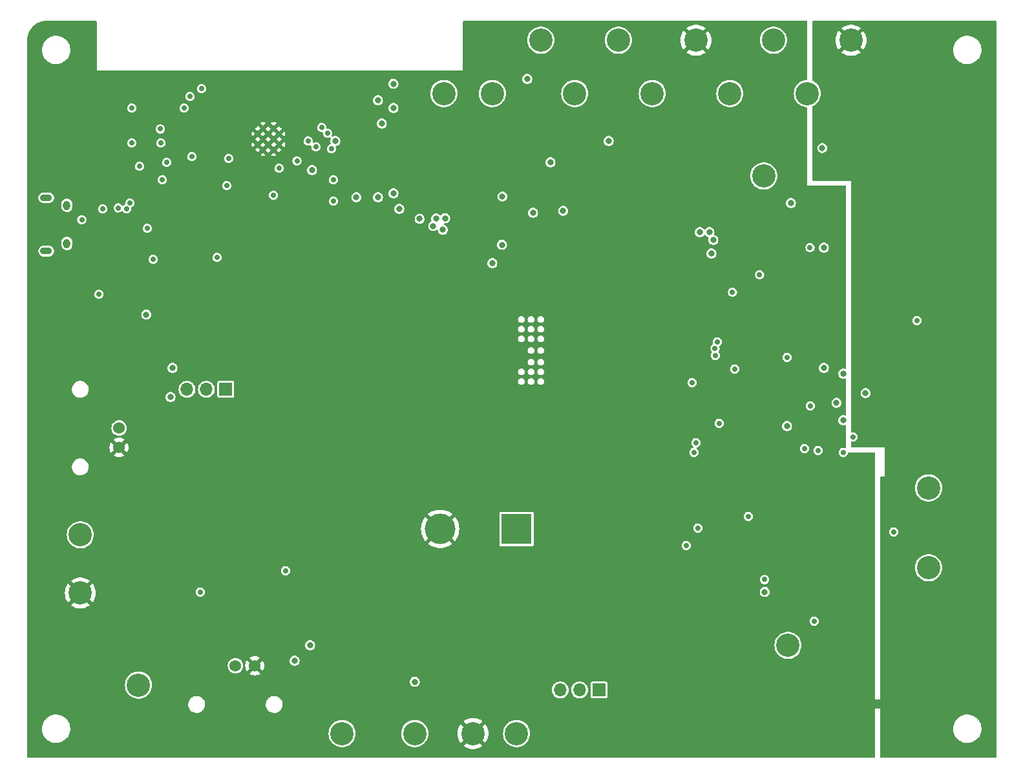
<source format=gbr>
%TF.GenerationSoftware,KiCad,Pcbnew,7.0.8*%
%TF.CreationDate,2024-02-01T17:09:28-05:00*%
%TF.ProjectId,cc_laser_supply_rev-B,63635f6c-6173-4657-925f-737570706c79,rev?*%
%TF.SameCoordinates,Original*%
%TF.FileFunction,Copper,L2,Inr*%
%TF.FilePolarity,Positive*%
%FSLAX46Y46*%
G04 Gerber Fmt 4.6, Leading zero omitted, Abs format (unit mm)*
G04 Created by KiCad (PCBNEW 7.0.8) date 2024-02-01 17:09:28*
%MOMM*%
%LPD*%
G01*
G04 APERTURE LIST*
%TA.AperFunction,ComponentPad*%
%ADD10C,3.048000*%
%TD*%
%TA.AperFunction,ComponentPad*%
%ADD11R,4.000000X4.000000*%
%TD*%
%TA.AperFunction,ComponentPad*%
%ADD12C,4.000000*%
%TD*%
%TA.AperFunction,ComponentPad*%
%ADD13C,1.524000*%
%TD*%
%TA.AperFunction,ComponentPad*%
%ADD14O,1.550000X0.890000*%
%TD*%
%TA.AperFunction,ComponentPad*%
%ADD15O,0.950000X1.250000*%
%TD*%
%TA.AperFunction,ComponentPad*%
%ADD16R,1.700000X1.700000*%
%TD*%
%TA.AperFunction,ComponentPad*%
%ADD17O,1.700000X1.700000*%
%TD*%
%TA.AperFunction,HeatsinkPad*%
%ADD18C,0.600000*%
%TD*%
%TA.AperFunction,ViaPad*%
%ADD19C,0.800000*%
%TD*%
%TA.AperFunction,ViaPad*%
%ADD20C,0.700000*%
%TD*%
G04 APERTURE END LIST*
D10*
%TO.N,VIN*%
%TO.C,TP15*%
X127000000Y-144145000D03*
%TD*%
%TO.N,/GaN FET and Current Sensing/sig_ext*%
%TO.C,TP9*%
X83185000Y-118110000D03*
%TD*%
%TO.N,ADC_20A*%
%TO.C,TP21*%
X173990000Y-53340000D03*
%TD*%
%TO.N,Net-(J3-In)*%
%TO.C,TP22*%
X117475000Y-144145000D03*
%TD*%
%TO.N,ADC_1A*%
%TO.C,TP17*%
X143510000Y-53340000D03*
%TD*%
%TO.N,GND*%
%TO.C,TP16*%
X134620000Y-144145000D03*
%TD*%
D11*
%TO.N,VCAP*%
%TO.C,C13*%
X140320499Y-117348000D03*
D12*
%TO.N,GND*%
X130320499Y-117348000D03*
%TD*%
D10*
%TO.N,OPT_IN_ADC*%
%TO.C,TP18*%
X90805000Y-137795000D03*
%TD*%
D13*
%TO.N,Net-(J3-In)*%
%TO.C,J3*%
X103505000Y-135255000D03*
%TO.N,GND*%
X106045000Y-135255000D03*
%TD*%
D10*
%TO.N,SDA*%
%TO.C,TP2*%
X130810000Y-60325000D03*
%TD*%
%TO.N,Net-(D5-A)*%
%TO.C,TP7*%
X194310000Y-122428000D03*
%TD*%
%TO.N,+5V*%
%TO.C,TP14*%
X140335000Y-144145000D03*
%TD*%
%TO.N,ADC_5A*%
%TO.C,TP19*%
X153670000Y-53340000D03*
%TD*%
D13*
%TO.N,/GaN FET and Current Sensing/sig_ext*%
%TO.C,J2*%
X88265000Y-104140000D03*
%TO.N,GND*%
X88265000Y-106680000D03*
%TD*%
D10*
%TO.N,SENSE_1A*%
%TO.C,TP8*%
X147955000Y-60325000D03*
%TD*%
%TO.N,VCAP_EXT*%
%TO.C,TP3*%
X172720000Y-71120000D03*
%TD*%
%TO.N,/GaN FET and Current Sensing/sense_out*%
%TO.C,TP5*%
X194310000Y-111973000D03*
%TD*%
%TO.N,GND*%
%TO.C,TP4*%
X184150000Y-53340000D03*
%TD*%
%TO.N,GND*%
%TO.C,TP20*%
X163830000Y-53340000D03*
%TD*%
%TO.N,SENSE_10A*%
%TO.C,TP12*%
X168275000Y-60325000D03*
%TD*%
%TO.N,/GaN FET and Current Sensing/vgate*%
%TO.C,TP6*%
X175895000Y-132588000D03*
%TD*%
D14*
%TO.N,unconnected-(J1-Shield-Pad6)*%
%TO.C,J1*%
X78710000Y-73970000D03*
D15*
X81410000Y-74970000D03*
X81410000Y-79970000D03*
D14*
X78710000Y-80970000D03*
%TD*%
D10*
%TO.N,SCL*%
%TO.C,TP1*%
X137160000Y-60325000D03*
%TD*%
D16*
%TO.N,Net-(JP2-A)*%
%TO.C,JP2*%
X151130000Y-138430000D03*
D17*
%TO.N,+5V*%
X148590000Y-138430000D03*
%TO.N,VBUS*%
X146050000Y-138430000D03*
%TD*%
D10*
%TO.N,SENSE_5A*%
%TO.C,TP11*%
X158115000Y-60325000D03*
%TD*%
%TO.N,GND*%
%TO.C,TP10*%
X83185000Y-125730000D03*
%TD*%
D18*
%TO.N,GND*%
%TO.C,U2*%
X106420000Y-65606200D03*
X106420000Y-67006200D03*
X107120000Y-64906200D03*
X107120000Y-66306200D03*
X107120000Y-67706200D03*
X107795000Y-65606200D03*
X107795000Y-67006200D03*
X108520000Y-64906200D03*
X108520000Y-66306200D03*
X108520000Y-67706200D03*
X109220000Y-65606200D03*
X109220000Y-67006200D03*
%TD*%
D10*
%TO.N,SENSE_20A*%
%TO.C,TP13*%
X178435000Y-60325000D03*
%TD*%
D16*
%TO.N,PULSE_IN*%
%TO.C,JP1*%
X102235000Y-99060000D03*
D17*
%TO.N,/GaN FET and Current Sensing/in+*%
X99695000Y-99060000D03*
%TO.N,/GaN FET and Current Sensing/sig_ext*%
X97155000Y-99060000D03*
%TD*%
D19*
%TO.N,GND*%
X149860000Y-87630000D03*
X134518400Y-71628000D03*
X134518400Y-72694800D03*
D20*
X105410000Y-120142000D03*
X90170000Y-73660000D03*
D19*
X114554000Y-74422000D03*
D20*
X116332000Y-58420000D03*
D19*
X181102000Y-69850000D03*
X201676000Y-72136000D03*
X201676000Y-66040000D03*
X142748000Y-86868000D03*
D20*
X163830000Y-108585000D03*
D19*
X141732000Y-87884000D03*
X201676000Y-73152000D03*
D20*
X166624000Y-116713000D03*
X161036000Y-97917000D03*
D19*
X187198000Y-69850000D03*
X149860000Y-88646000D03*
X161798000Y-102108000D03*
X141782800Y-77317600D03*
D20*
X89916000Y-79502000D03*
D19*
X188468000Y-130810000D03*
X201676000Y-71120000D03*
X130556000Y-89408000D03*
X182118000Y-68834000D03*
X140716000Y-87884000D03*
X190754000Y-130810000D03*
D20*
X186182000Y-131445000D03*
D19*
X130556000Y-85344000D03*
D20*
X167894000Y-96393000D03*
D19*
X130556000Y-83312000D03*
D20*
X104724750Y-129159000D03*
X173448000Y-81788000D03*
D19*
X188214000Y-68834000D03*
X150876000Y-87630000D03*
X187198000Y-70866000D03*
X201676000Y-78232000D03*
X130556000Y-86360000D03*
X149860000Y-85598000D03*
X189230000Y-70866000D03*
X111506000Y-120142000D03*
X201676000Y-65024000D03*
D20*
X87122000Y-63500000D03*
D19*
X149860000Y-83566000D03*
X201676000Y-79248000D03*
D20*
X173990000Y-129667000D03*
X170180000Y-113919000D03*
D19*
X140716000Y-86868000D03*
X141732000Y-86868000D03*
D20*
X193294000Y-135001000D03*
X170180000Y-110617000D03*
D19*
X201676000Y-62992000D03*
X189230000Y-68834000D03*
X184150000Y-68834000D03*
X126873000Y-74422000D03*
X187198000Y-68834000D03*
X150876000Y-86614000D03*
D20*
X169418000Y-121539000D03*
X174972000Y-89154000D03*
D19*
X130556000Y-88392000D03*
D20*
X104216750Y-124587000D03*
X103632000Y-77978000D03*
D19*
X149860000Y-81534000D03*
X149860000Y-86614000D03*
X201676000Y-74168000D03*
D20*
X163322000Y-131191000D03*
X169926000Y-102997000D03*
D19*
X201676000Y-70104000D03*
X201676000Y-80264000D03*
X188214000Y-69850000D03*
D20*
X163576000Y-119761000D03*
D19*
X201676000Y-76200000D03*
X142748000Y-85852000D03*
X183134000Y-69850000D03*
X148590000Y-88646000D03*
X142748000Y-87884000D03*
X201676000Y-77216000D03*
D20*
X173702000Y-85480500D03*
D19*
X200660000Y-62992000D03*
X185166000Y-68834000D03*
X184150000Y-69850000D03*
X201676000Y-82296000D03*
X150876000Y-85598000D03*
D20*
X167655260Y-92821740D03*
D19*
X140716000Y-85852000D03*
X142900400Y-82397600D03*
X200660000Y-64008000D03*
X130556000Y-84328000D03*
X201676000Y-68072000D03*
D20*
X181625260Y-102758260D03*
D19*
X148844000Y-79756000D03*
X186182000Y-68834000D03*
X201676000Y-75184000D03*
X134518400Y-73761600D03*
D20*
X84836000Y-91440000D03*
D19*
X201676000Y-83312000D03*
D20*
X98044000Y-73152000D03*
X161036000Y-119507000D03*
D19*
X185166000Y-69850000D03*
X201676000Y-67056000D03*
X182118000Y-69850000D03*
D20*
X99898750Y-127508000D03*
D19*
X150876000Y-83566000D03*
X181102000Y-68834000D03*
X188214000Y-70866000D03*
X150876000Y-84582000D03*
D20*
X166844000Y-86360000D03*
X93345000Y-74930000D03*
X169418000Y-99949000D03*
X169384000Y-88900000D03*
D19*
X149860000Y-82550000D03*
X189611000Y-130810000D03*
X199644000Y-64008000D03*
D20*
X97358750Y-125603000D03*
X82804000Y-78740000D03*
D19*
X128828800Y-73964800D03*
X150876000Y-81534000D03*
X183134000Y-68834000D03*
X150876000Y-88646000D03*
D20*
X88138000Y-79502000D03*
D19*
X140501200Y-73876600D03*
X130556000Y-87376000D03*
D20*
X177546000Y-129667000D03*
D19*
X201676000Y-84328000D03*
X189230000Y-69850000D03*
X186182000Y-69850000D03*
X149860000Y-84582000D03*
D20*
X163576000Y-99949000D03*
D19*
X186182000Y-70866000D03*
X199644000Y-62992000D03*
X201676000Y-81280000D03*
D20*
X160528000Y-108331000D03*
X177038000Y-100457000D03*
D19*
X201676000Y-69088000D03*
D20*
X167894000Y-106807000D03*
D19*
X201676000Y-64008000D03*
X150876000Y-82550000D03*
X141732000Y-85852000D03*
D20*
X99060000Y-58420000D03*
X85598000Y-85344000D03*
X90424000Y-89916000D03*
X92456000Y-74930000D03*
X94234000Y-74930000D03*
X178054000Y-124079000D03*
D19*
X142240000Y-78333600D03*
D20*
%TO.N,+3V3*%
X85624500Y-86614000D03*
X99060000Y-59690000D03*
X88138000Y-75304900D03*
X89916000Y-66802000D03*
X92710000Y-82042000D03*
X175768000Y-94869000D03*
X91948000Y-77978000D03*
D19*
X124206000Y-62230000D03*
X124206000Y-59055000D03*
D20*
X101092000Y-81788000D03*
%TO.N,+5V*%
X163322000Y-98171000D03*
X172178000Y-84074000D03*
X164084000Y-117221000D03*
X166370000Y-94615000D03*
X172820497Y-123978503D03*
X163830000Y-106045000D03*
D19*
%TO.N,VIN*%
X127000000Y-137370100D03*
D20*
%TO.N,Net-(D13-K)*%
X166339552Y-93690343D03*
X168910000Y-96393000D03*
%TO.N,ADC_1A*%
X116078000Y-67564000D03*
D19*
X165862000Y-81280000D03*
D20*
%TO.N,ADC_5A*%
X116332000Y-71628000D03*
D19*
X144780000Y-69342000D03*
X164338000Y-78486000D03*
X152400000Y-66548000D03*
%TO.N,ADC_20A*%
X116586000Y-66548000D03*
X141732000Y-58420000D03*
X175768000Y-103886000D03*
D20*
X102616000Y-68834000D03*
D19*
X113538000Y-70358000D03*
%TO.N,/Buck Boost Supply/Vcc*%
X130973995Y-76664105D03*
X138480800Y-73812400D03*
D20*
%TO.N,Net-(D8-A)*%
X168622000Y-86360000D03*
X178782000Y-80518000D03*
%TO.N,Net-(D9-A)*%
X110058750Y-122809000D03*
X98882750Y-125603000D03*
%TO.N,/ESP32/RTS*%
X93726000Y-66802000D03*
X89916000Y-62230000D03*
X94488000Y-69342000D03*
X93667911Y-64965911D03*
%TO.N,/ESP32/DTR*%
X96774000Y-62230000D03*
X90932000Y-69850000D03*
D19*
%TO.N,/Buck Boost Supply/ISN*%
X138430000Y-80137000D03*
X146431000Y-75692000D03*
%TO.N,/Buck Boost Supply/ISP*%
X142494000Y-75946000D03*
X137160000Y-82550000D03*
%TO.N,SENSE_1A*%
X183134000Y-97028000D03*
X166116000Y-79502000D03*
X180594000Y-80518000D03*
%TO.N,SENSE_5A*%
X165608000Y-78486000D03*
D20*
X166624000Y-92837000D03*
X178816000Y-101219000D03*
D19*
%TO.N,SENSE_10A*%
X176276000Y-74676000D03*
D20*
%TO.N,SENSE_20A*%
X178054000Y-106807000D03*
D19*
X183134000Y-103124000D03*
X180383900Y-67467929D03*
D20*
X184404000Y-105283000D03*
D19*
X180594000Y-96266000D03*
D20*
%TO.N,Net-(D14-A)*%
X166878000Y-103505000D03*
X163576000Y-107315000D03*
D19*
%TO.N,Net-(JP2-A)*%
X172847000Y-125603000D03*
%TO.N,SCL*%
X129413000Y-77680100D03*
X124968000Y-75438000D03*
%TO.N,SDA*%
X130683000Y-78166100D03*
X124206000Y-73406000D03*
X122174000Y-61214000D03*
X122682000Y-64262000D03*
D20*
%TO.N,/ESP32/TXD0*%
X93918500Y-71628000D03*
X108484503Y-73633497D03*
X102362000Y-72390000D03*
X113030000Y-66548000D03*
X114808000Y-64770000D03*
X109220000Y-70104000D03*
%TO.N,/ESP32/RXD0*%
X115570000Y-65532000D03*
X111566161Y-69148161D03*
X97790000Y-68580000D03*
X114046000Y-67310000D03*
D19*
%TO.N,Net-(U4A--)*%
X186055000Y-99568000D03*
X182245000Y-100838000D03*
D20*
%TO.N,Net-(U4C--)*%
X179832000Y-107061000D03*
X183134000Y-107315000D03*
D19*
%TO.N,Net-(J3-In)*%
X113284000Y-132588000D03*
X111252000Y-134620000D03*
D20*
%TO.N,/ESP32/GPIO0*%
X97536000Y-60706000D03*
X116332000Y-74422000D03*
D19*
%TO.N,EN{slash}UVLO*%
X127633550Y-76731950D03*
X119336100Y-73914000D03*
X129794000Y-76708000D03*
X122174000Y-73914000D03*
%TO.N,OPT_IN_ADC*%
X94996000Y-100076000D03*
X95250000Y-96266000D03*
D20*
%TO.N,Net-(D16-A)*%
X170688000Y-115697000D03*
X162560000Y-119507000D03*
D19*
%TO.N,VBUS*%
X91821000Y-89281000D03*
D20*
%TO.N,VCAP*%
X192786000Y-90043000D03*
X189738000Y-117729000D03*
%TO.N,/ESP32/d-*%
X89243309Y-75417914D03*
X83372436Y-76853153D03*
%TO.N,/ESP32/d+*%
X86106000Y-75438000D03*
X89662000Y-74676000D03*
%TO.N,/GaN FET and Current Sensing/in+*%
X179324000Y-129413000D03*
%TD*%
%TA.AperFunction,Conductor*%
%TO.N,GND*%
G36*
X203142539Y-50820185D02*
G01*
X203188294Y-50872989D01*
X203199500Y-50924500D01*
X203199500Y-147195500D01*
X203179815Y-147262539D01*
X203127011Y-147308294D01*
X203075500Y-147319500D01*
X188084000Y-147319500D01*
X188016961Y-147299815D01*
X187971206Y-147247011D01*
X187960000Y-147195500D01*
X187960000Y-143577763D01*
X197535787Y-143577763D01*
X197565413Y-143847013D01*
X197565415Y-143847024D01*
X197633926Y-144109082D01*
X197633928Y-144109088D01*
X197739870Y-144358390D01*
X197811998Y-144476575D01*
X197880979Y-144589605D01*
X197880986Y-144589615D01*
X198054253Y-144797819D01*
X198054259Y-144797824D01*
X198255998Y-144978582D01*
X198481910Y-145128044D01*
X198727176Y-145243020D01*
X198727183Y-145243022D01*
X198727185Y-145243023D01*
X198986557Y-145321057D01*
X198986564Y-145321058D01*
X198986569Y-145321060D01*
X199254561Y-145360500D01*
X199254566Y-145360500D01*
X199457636Y-145360500D01*
X199509133Y-145356730D01*
X199660156Y-145345677D01*
X199772758Y-145320593D01*
X199924546Y-145286782D01*
X199924548Y-145286781D01*
X199924553Y-145286780D01*
X200177558Y-145190014D01*
X200413777Y-145057441D01*
X200628177Y-144891888D01*
X200816186Y-144696881D01*
X200973799Y-144476579D01*
X201047787Y-144332669D01*
X201097649Y-144235690D01*
X201097651Y-144235684D01*
X201097656Y-144235675D01*
X201185118Y-143979305D01*
X201234319Y-143712933D01*
X201244212Y-143442235D01*
X201214586Y-143172982D01*
X201146072Y-142910912D01*
X201040130Y-142661610D01*
X200899018Y-142430390D01*
X200809747Y-142323119D01*
X200725746Y-142222180D01*
X200725740Y-142222175D01*
X200524002Y-142041418D01*
X200298092Y-141891957D01*
X200298090Y-141891956D01*
X200052824Y-141776980D01*
X200052819Y-141776978D01*
X200052814Y-141776976D01*
X199793442Y-141698942D01*
X199793428Y-141698939D01*
X199677791Y-141681921D01*
X199525439Y-141659500D01*
X199322369Y-141659500D01*
X199322364Y-141659500D01*
X199119844Y-141674323D01*
X199119831Y-141674325D01*
X198855453Y-141733217D01*
X198855446Y-141733220D01*
X198602439Y-141829987D01*
X198366226Y-141962557D01*
X198151822Y-142128112D01*
X197963822Y-142323109D01*
X197963816Y-142323116D01*
X197806202Y-142543419D01*
X197806199Y-142543424D01*
X197682350Y-142784309D01*
X197682343Y-142784327D01*
X197594884Y-143040685D01*
X197594881Y-143040699D01*
X197545681Y-143307068D01*
X197545680Y-143307075D01*
X197535787Y-143577763D01*
X187960000Y-143577763D01*
X187960000Y-140843000D01*
X187960000Y-122428004D01*
X192530524Y-122428004D01*
X192550398Y-122693214D01*
X192550399Y-122693217D01*
X192609581Y-122952510D01*
X192706748Y-123200086D01*
X192839728Y-123430415D01*
X192973661Y-123598361D01*
X193005555Y-123638355D01*
X193189599Y-123809122D01*
X193200515Y-123819250D01*
X193420262Y-123969071D01*
X193659880Y-124084465D01*
X193659881Y-124084465D01*
X193659884Y-124084467D01*
X193914029Y-124162861D01*
X193914030Y-124162861D01*
X193914033Y-124162862D01*
X194177012Y-124202499D01*
X194177017Y-124202499D01*
X194177020Y-124202500D01*
X194177021Y-124202500D01*
X194442979Y-124202500D01*
X194442980Y-124202500D01*
X194442987Y-124202499D01*
X194705966Y-124162862D01*
X194705967Y-124162861D01*
X194705971Y-124162861D01*
X194960116Y-124084467D01*
X195199738Y-123969071D01*
X195419485Y-123819250D01*
X195614448Y-123638351D01*
X195780272Y-123430415D01*
X195913252Y-123200086D01*
X196010419Y-122952510D01*
X196069601Y-122693217D01*
X196089476Y-122428000D01*
X196069601Y-122162783D01*
X196010419Y-121903490D01*
X195913252Y-121655914D01*
X195780272Y-121425585D01*
X195614448Y-121217649D01*
X195614447Y-121217648D01*
X195614444Y-121217644D01*
X195419485Y-121036750D01*
X195199738Y-120886929D01*
X195199734Y-120886927D01*
X195199731Y-120886925D01*
X195199729Y-120886924D01*
X194960118Y-120771534D01*
X194960120Y-120771534D01*
X194705972Y-120693139D01*
X194705966Y-120693137D01*
X194442987Y-120653500D01*
X194442980Y-120653500D01*
X194177020Y-120653500D01*
X194177012Y-120653500D01*
X193914033Y-120693137D01*
X193914027Y-120693139D01*
X193659880Y-120771534D01*
X193420270Y-120886924D01*
X193420268Y-120886925D01*
X193200514Y-121036750D01*
X193005555Y-121217644D01*
X192839728Y-121425585D01*
X192706748Y-121655913D01*
X192609583Y-121903484D01*
X192609578Y-121903501D01*
X192550398Y-122162785D01*
X192530524Y-122427995D01*
X192530524Y-122428004D01*
X187960000Y-122428004D01*
X187960000Y-117729001D01*
X189132318Y-117729001D01*
X189152955Y-117885760D01*
X189152956Y-117885762D01*
X189213464Y-118031841D01*
X189309718Y-118157282D01*
X189435159Y-118253536D01*
X189581238Y-118314044D01*
X189659619Y-118324363D01*
X189737999Y-118334682D01*
X189738000Y-118334682D01*
X189738001Y-118334682D01*
X189790254Y-118327802D01*
X189894762Y-118314044D01*
X190040841Y-118253536D01*
X190166282Y-118157282D01*
X190262536Y-118031841D01*
X190323044Y-117885762D01*
X190343682Y-117729000D01*
X190323044Y-117572238D01*
X190262536Y-117426159D01*
X190166282Y-117300718D01*
X190040841Y-117204464D01*
X189894762Y-117143956D01*
X189894760Y-117143955D01*
X189738001Y-117123318D01*
X189737999Y-117123318D01*
X189581239Y-117143955D01*
X189581237Y-117143956D01*
X189435160Y-117204463D01*
X189309718Y-117300718D01*
X189213463Y-117426160D01*
X189152956Y-117572237D01*
X189152955Y-117572239D01*
X189132318Y-117728998D01*
X189132318Y-117729001D01*
X187960000Y-117729001D01*
X187960000Y-111973004D01*
X192530524Y-111973004D01*
X192550398Y-112238214D01*
X192550399Y-112238217D01*
X192609581Y-112497510D01*
X192706748Y-112745086D01*
X192839728Y-112975415D01*
X192973661Y-113143361D01*
X193005555Y-113183355D01*
X193189599Y-113354122D01*
X193200515Y-113364250D01*
X193420262Y-113514071D01*
X193659880Y-113629465D01*
X193659881Y-113629465D01*
X193659884Y-113629467D01*
X193914029Y-113707861D01*
X193914030Y-113707861D01*
X193914033Y-113707862D01*
X194177012Y-113747499D01*
X194177017Y-113747499D01*
X194177020Y-113747500D01*
X194177021Y-113747500D01*
X194442979Y-113747500D01*
X194442980Y-113747500D01*
X194442987Y-113747499D01*
X194705966Y-113707862D01*
X194705967Y-113707861D01*
X194705971Y-113707861D01*
X194960116Y-113629467D01*
X195199738Y-113514071D01*
X195419485Y-113364250D01*
X195614448Y-113183351D01*
X195780272Y-112975415D01*
X195913252Y-112745086D01*
X196010419Y-112497510D01*
X196069601Y-112238217D01*
X196089476Y-111973000D01*
X196069601Y-111707783D01*
X196010419Y-111448490D01*
X195913252Y-111200914D01*
X195780272Y-110970585D01*
X195614448Y-110762649D01*
X195614447Y-110762648D01*
X195614444Y-110762644D01*
X195419485Y-110581750D01*
X195368459Y-110546961D01*
X195199738Y-110431929D01*
X195199734Y-110431927D01*
X195199731Y-110431925D01*
X195199729Y-110431924D01*
X194960118Y-110316534D01*
X194960120Y-110316534D01*
X194705972Y-110238139D01*
X194705966Y-110238137D01*
X194442987Y-110198500D01*
X194442980Y-110198500D01*
X194177020Y-110198500D01*
X194177012Y-110198500D01*
X193914033Y-110238137D01*
X193914027Y-110238139D01*
X193659880Y-110316534D01*
X193420270Y-110431924D01*
X193420268Y-110431925D01*
X193200514Y-110581750D01*
X193005555Y-110762644D01*
X192839728Y-110970585D01*
X192706748Y-111200913D01*
X192609583Y-111448484D01*
X192609578Y-111448501D01*
X192550398Y-111707785D01*
X192530524Y-111972995D01*
X192530524Y-111973004D01*
X187960000Y-111973004D01*
X187960000Y-110614000D01*
X187979685Y-110546961D01*
X188032489Y-110501206D01*
X188084000Y-110490000D01*
X188595000Y-110490000D01*
X188595000Y-106680000D01*
X184274000Y-106680000D01*
X184206961Y-106660315D01*
X184161206Y-106607511D01*
X184150000Y-106556000D01*
X184150000Y-105996636D01*
X184169685Y-105929597D01*
X184222489Y-105883842D01*
X184290181Y-105873697D01*
X184404000Y-105888682D01*
X184404001Y-105888682D01*
X184456254Y-105881802D01*
X184560762Y-105868044D01*
X184706841Y-105807536D01*
X184832282Y-105711282D01*
X184928536Y-105585841D01*
X184989044Y-105439762D01*
X185009682Y-105283000D01*
X184989044Y-105126238D01*
X184928536Y-104980159D01*
X184832282Y-104854718D01*
X184706841Y-104758464D01*
X184560762Y-104697956D01*
X184560760Y-104697955D01*
X184404001Y-104677318D01*
X184403999Y-104677318D01*
X184290185Y-104692302D01*
X184221150Y-104681536D01*
X184168894Y-104635156D01*
X184150000Y-104569363D01*
X184150000Y-99568000D01*
X185399722Y-99568000D01*
X185418762Y-99724818D01*
X185474780Y-99872523D01*
X185564517Y-100002530D01*
X185682760Y-100107283D01*
X185682762Y-100107284D01*
X185822634Y-100180696D01*
X185976014Y-100218500D01*
X185976015Y-100218500D01*
X186133985Y-100218500D01*
X186287365Y-100180696D01*
X186427240Y-100107283D01*
X186545483Y-100002530D01*
X186635220Y-99872523D01*
X186691237Y-99724818D01*
X186710278Y-99568000D01*
X186691237Y-99411182D01*
X186635220Y-99263477D01*
X186545483Y-99133470D01*
X186427240Y-99028717D01*
X186427238Y-99028716D01*
X186427237Y-99028715D01*
X186287365Y-98955303D01*
X186133986Y-98917500D01*
X186133985Y-98917500D01*
X185976015Y-98917500D01*
X185976014Y-98917500D01*
X185822634Y-98955303D01*
X185682762Y-99028715D01*
X185564516Y-99133471D01*
X185474781Y-99263475D01*
X185474780Y-99263476D01*
X185418762Y-99411181D01*
X185399722Y-99567999D01*
X185399722Y-99568000D01*
X184150000Y-99568000D01*
X184150000Y-90043001D01*
X192180318Y-90043001D01*
X192200955Y-90199760D01*
X192200956Y-90199762D01*
X192261464Y-90345841D01*
X192357718Y-90471282D01*
X192483159Y-90567536D01*
X192629238Y-90628044D01*
X192707619Y-90638363D01*
X192785999Y-90648682D01*
X192786000Y-90648682D01*
X192786001Y-90648682D01*
X192838254Y-90641802D01*
X192942762Y-90628044D01*
X193088841Y-90567536D01*
X193214282Y-90471282D01*
X193310536Y-90345841D01*
X193371044Y-90199762D01*
X193391682Y-90043000D01*
X193371044Y-89886238D01*
X193310536Y-89740159D01*
X193214282Y-89614718D01*
X193088841Y-89518464D01*
X192942762Y-89457956D01*
X192942760Y-89457955D01*
X192786001Y-89437318D01*
X192785999Y-89437318D01*
X192629239Y-89457955D01*
X192629237Y-89457956D01*
X192483160Y-89518463D01*
X192357718Y-89614718D01*
X192261463Y-89740160D01*
X192200956Y-89886237D01*
X192200955Y-89886239D01*
X192180318Y-90042998D01*
X192180318Y-90043001D01*
X184150000Y-90043001D01*
X184150000Y-71755000D01*
X179194000Y-71755000D01*
X179126961Y-71735315D01*
X179081206Y-71682511D01*
X179070000Y-71631000D01*
X179070000Y-67467929D01*
X179728622Y-67467929D01*
X179747662Y-67624747D01*
X179803680Y-67772452D01*
X179893417Y-67902459D01*
X180011660Y-68007212D01*
X180011662Y-68007213D01*
X180151534Y-68080625D01*
X180304914Y-68118429D01*
X180304915Y-68118429D01*
X180462885Y-68118429D01*
X180616265Y-68080625D01*
X180756140Y-68007212D01*
X180874383Y-67902459D01*
X180964120Y-67772452D01*
X181020137Y-67624747D01*
X181039178Y-67467929D01*
X181020137Y-67311111D01*
X180964120Y-67163406D01*
X180874383Y-67033399D01*
X180756140Y-66928646D01*
X180756138Y-66928645D01*
X180756137Y-66928644D01*
X180616265Y-66855232D01*
X180462886Y-66817429D01*
X180462885Y-66817429D01*
X180304915Y-66817429D01*
X180304914Y-66817429D01*
X180151534Y-66855232D01*
X180011662Y-66928644D01*
X179893416Y-67033400D01*
X179803681Y-67163404D01*
X179803680Y-67163405D01*
X179747662Y-67311110D01*
X179728622Y-67467928D01*
X179728622Y-67467929D01*
X179070000Y-67467929D01*
X179070000Y-62066660D01*
X179089685Y-61999621D01*
X179140198Y-61954940D01*
X179324738Y-61866071D01*
X179544485Y-61716250D01*
X179739448Y-61535351D01*
X179905272Y-61327415D01*
X180038252Y-61097086D01*
X180135419Y-60849510D01*
X180194601Y-60590217D01*
X180214476Y-60325000D01*
X180194601Y-60059783D01*
X180135419Y-59800490D01*
X180038252Y-59552914D01*
X179905272Y-59322585D01*
X179739448Y-59114649D01*
X179739447Y-59114648D01*
X179739444Y-59114644D01*
X179544485Y-58933750D01*
X179324738Y-58783929D01*
X179324735Y-58783928D01*
X179324733Y-58783926D01*
X179140198Y-58695059D01*
X179088339Y-58648237D01*
X179070000Y-58583339D01*
X179070000Y-53340000D01*
X182121271Y-53340000D01*
X182140166Y-53616239D01*
X182196502Y-53887347D01*
X182196503Y-53887350D01*
X182289225Y-54148244D01*
X182289224Y-54148244D01*
X182416615Y-54394095D01*
X182551402Y-54585043D01*
X183184523Y-53951921D01*
X183233958Y-54031762D01*
X183376667Y-54188306D01*
X183535385Y-54308165D01*
X182906221Y-54937329D01*
X182906221Y-54937330D01*
X182980061Y-54997403D01*
X182980074Y-54997411D01*
X183216654Y-55141279D01*
X183470616Y-55251590D01*
X183737236Y-55326294D01*
X183737243Y-55326295D01*
X184011554Y-55364000D01*
X184288446Y-55364000D01*
X184562756Y-55326295D01*
X184562763Y-55326294D01*
X184829383Y-55251590D01*
X185083345Y-55141279D01*
X185319924Y-54997413D01*
X185393777Y-54937329D01*
X185134211Y-54677763D01*
X197535787Y-54677763D01*
X197565413Y-54947013D01*
X197565415Y-54947024D01*
X197616200Y-55141279D01*
X197633928Y-55209088D01*
X197739870Y-55458390D01*
X197811998Y-55576575D01*
X197880979Y-55689605D01*
X197880986Y-55689615D01*
X198054253Y-55897819D01*
X198054259Y-55897824D01*
X198255998Y-56078582D01*
X198481910Y-56228044D01*
X198727176Y-56343020D01*
X198727183Y-56343022D01*
X198727185Y-56343023D01*
X198986557Y-56421057D01*
X198986564Y-56421058D01*
X198986569Y-56421060D01*
X199254561Y-56460500D01*
X199254566Y-56460500D01*
X199457636Y-56460500D01*
X199509133Y-56456730D01*
X199660156Y-56445677D01*
X199772758Y-56420593D01*
X199924546Y-56386782D01*
X199924548Y-56386781D01*
X199924553Y-56386780D01*
X200177558Y-56290014D01*
X200413777Y-56157441D01*
X200628177Y-55991888D01*
X200816186Y-55796881D01*
X200973799Y-55576579D01*
X201047787Y-55432669D01*
X201097649Y-55335690D01*
X201097651Y-55335684D01*
X201097656Y-55335675D01*
X201185118Y-55079305D01*
X201234319Y-54812933D01*
X201244212Y-54542235D01*
X201214586Y-54272982D01*
X201146072Y-54010912D01*
X201040130Y-53761610D01*
X200899018Y-53530390D01*
X200809747Y-53423119D01*
X200725746Y-53322180D01*
X200725740Y-53322175D01*
X200524002Y-53141418D01*
X200298092Y-52991957D01*
X200286338Y-52986447D01*
X200052824Y-52876980D01*
X200052819Y-52876978D01*
X200052814Y-52876976D01*
X199793442Y-52798942D01*
X199793428Y-52798939D01*
X199677791Y-52781921D01*
X199525439Y-52759500D01*
X199322369Y-52759500D01*
X199322364Y-52759500D01*
X199119844Y-52774323D01*
X199119831Y-52774325D01*
X198855453Y-52833217D01*
X198855446Y-52833220D01*
X198602439Y-52929987D01*
X198366226Y-53062557D01*
X198151822Y-53228112D01*
X197963822Y-53423109D01*
X197963816Y-53423116D01*
X197806202Y-53643419D01*
X197806199Y-53643424D01*
X197682350Y-53884309D01*
X197682343Y-53884327D01*
X197594884Y-54140685D01*
X197594881Y-54140699D01*
X197545681Y-54407068D01*
X197545680Y-54407075D01*
X197535787Y-54677763D01*
X185134211Y-54677763D01*
X184764613Y-54308166D01*
X184923333Y-54188306D01*
X185066042Y-54031762D01*
X185115476Y-53951923D01*
X185748596Y-54585043D01*
X185748597Y-54585043D01*
X185883384Y-54394095D01*
X186010774Y-54148244D01*
X186103496Y-53887350D01*
X186103497Y-53887347D01*
X186159833Y-53616239D01*
X186178728Y-53340000D01*
X186159833Y-53063760D01*
X186103497Y-52792652D01*
X186103496Y-52792649D01*
X186010774Y-52531755D01*
X186010775Y-52531755D01*
X185883384Y-52285904D01*
X185748596Y-52094955D01*
X185115475Y-52728075D01*
X185066042Y-52648238D01*
X184923333Y-52491694D01*
X184764613Y-52371833D01*
X185393777Y-51742669D01*
X185319928Y-51682590D01*
X185319925Y-51682588D01*
X185083345Y-51538720D01*
X184829383Y-51428409D01*
X184562763Y-51353705D01*
X184562756Y-51353704D01*
X184288446Y-51316000D01*
X184011554Y-51316000D01*
X183737243Y-51353704D01*
X183737236Y-51353705D01*
X183470616Y-51428409D01*
X183216654Y-51538720D01*
X182980077Y-51682586D01*
X182980067Y-51682592D01*
X182906221Y-51742669D01*
X183535386Y-52371833D01*
X183376667Y-52491694D01*
X183233958Y-52648238D01*
X183184523Y-52728076D01*
X182551402Y-52094955D01*
X182551401Y-52094955D01*
X182416619Y-52285897D01*
X182416615Y-52285903D01*
X182289225Y-52531755D01*
X182196503Y-52792649D01*
X182196502Y-52792652D01*
X182140166Y-53063760D01*
X182121271Y-53340000D01*
X179070000Y-53340000D01*
X179070000Y-50924500D01*
X179089685Y-50857461D01*
X179142489Y-50811706D01*
X179194000Y-50800500D01*
X203075500Y-50800500D01*
X203142539Y-50820185D01*
G37*
%TD.AperFunction*%
%TD*%
%TA.AperFunction,Conductor*%
%TO.N,GND*%
G36*
X85263039Y-50820185D02*
G01*
X85308794Y-50872989D01*
X85320000Y-50924500D01*
X85320000Y-57286200D01*
X133320000Y-57286200D01*
X133320000Y-53340004D01*
X141730524Y-53340004D01*
X141750398Y-53605214D01*
X141809578Y-53864498D01*
X141809581Y-53864510D01*
X141906748Y-54112086D01*
X142039728Y-54342415D01*
X142140160Y-54468352D01*
X142205555Y-54550355D01*
X142389599Y-54721122D01*
X142400515Y-54731250D01*
X142620262Y-54881071D01*
X142859880Y-54996465D01*
X142859881Y-54996465D01*
X142859884Y-54996467D01*
X143114029Y-55074861D01*
X143114030Y-55074861D01*
X143114033Y-55074862D01*
X143377012Y-55114499D01*
X143377017Y-55114499D01*
X143377020Y-55114500D01*
X143377021Y-55114500D01*
X143642979Y-55114500D01*
X143642980Y-55114500D01*
X143642987Y-55114499D01*
X143905966Y-55074862D01*
X143905967Y-55074861D01*
X143905971Y-55074861D01*
X144160116Y-54996467D01*
X144399738Y-54881071D01*
X144619485Y-54731250D01*
X144814448Y-54550351D01*
X144980272Y-54342415D01*
X145113252Y-54112086D01*
X145210419Y-53864510D01*
X145269601Y-53605217D01*
X145283247Y-53423119D01*
X145289476Y-53340004D01*
X151890524Y-53340004D01*
X151910398Y-53605214D01*
X151969578Y-53864498D01*
X151969581Y-53864510D01*
X152066748Y-54112086D01*
X152199728Y-54342415D01*
X152300160Y-54468352D01*
X152365555Y-54550355D01*
X152549599Y-54721122D01*
X152560515Y-54731250D01*
X152780262Y-54881071D01*
X153019880Y-54996465D01*
X153019881Y-54996465D01*
X153019884Y-54996467D01*
X153274029Y-55074861D01*
X153274030Y-55074861D01*
X153274033Y-55074862D01*
X153537012Y-55114499D01*
X153537017Y-55114499D01*
X153537020Y-55114500D01*
X153537021Y-55114500D01*
X153802979Y-55114500D01*
X153802980Y-55114500D01*
X153802987Y-55114499D01*
X154065966Y-55074862D01*
X154065967Y-55074861D01*
X154065971Y-55074861D01*
X154320116Y-54996467D01*
X154559738Y-54881071D01*
X154779485Y-54731250D01*
X154974448Y-54550351D01*
X155140272Y-54342415D01*
X155273252Y-54112086D01*
X155370419Y-53864510D01*
X155429601Y-53605217D01*
X155443247Y-53423119D01*
X155449476Y-53340004D01*
X155449476Y-53340000D01*
X161801271Y-53340000D01*
X161820166Y-53616239D01*
X161876502Y-53887347D01*
X161876503Y-53887350D01*
X161969225Y-54148244D01*
X161969224Y-54148244D01*
X162096615Y-54394095D01*
X162231402Y-54585043D01*
X162864523Y-53951922D01*
X162913958Y-54031762D01*
X163056667Y-54188306D01*
X163215385Y-54308165D01*
X162586221Y-54937329D01*
X162586221Y-54937330D01*
X162660061Y-54997403D01*
X162660074Y-54997411D01*
X162896654Y-55141279D01*
X163150616Y-55251590D01*
X163417236Y-55326294D01*
X163417243Y-55326295D01*
X163691554Y-55364000D01*
X163968446Y-55364000D01*
X164242756Y-55326295D01*
X164242763Y-55326294D01*
X164509383Y-55251590D01*
X164763345Y-55141279D01*
X164999924Y-54997413D01*
X165073777Y-54937329D01*
X164444613Y-54308166D01*
X164603333Y-54188306D01*
X164746042Y-54031762D01*
X164795476Y-53951923D01*
X165428596Y-54585043D01*
X165428597Y-54585043D01*
X165563384Y-54394095D01*
X165690774Y-54148244D01*
X165783496Y-53887350D01*
X165783497Y-53887347D01*
X165839833Y-53616239D01*
X165858728Y-53340004D01*
X172210524Y-53340004D01*
X172230398Y-53605214D01*
X172289578Y-53864498D01*
X172289581Y-53864510D01*
X172386748Y-54112086D01*
X172519728Y-54342415D01*
X172620160Y-54468352D01*
X172685555Y-54550355D01*
X172869599Y-54721122D01*
X172880515Y-54731250D01*
X173100262Y-54881071D01*
X173339880Y-54996465D01*
X173339881Y-54996465D01*
X173339884Y-54996467D01*
X173594029Y-55074861D01*
X173594030Y-55074861D01*
X173594033Y-55074862D01*
X173857012Y-55114499D01*
X173857017Y-55114499D01*
X173857020Y-55114500D01*
X173857021Y-55114500D01*
X174122979Y-55114500D01*
X174122980Y-55114500D01*
X174122987Y-55114499D01*
X174385966Y-55074862D01*
X174385967Y-55074861D01*
X174385971Y-55074861D01*
X174640116Y-54996467D01*
X174879738Y-54881071D01*
X175099485Y-54731250D01*
X175294448Y-54550351D01*
X175460272Y-54342415D01*
X175593252Y-54112086D01*
X175690419Y-53864510D01*
X175749601Y-53605217D01*
X175763247Y-53423119D01*
X175769476Y-53340004D01*
X175769476Y-53339995D01*
X175749601Y-53074785D01*
X175747085Y-53063760D01*
X175690419Y-52815490D01*
X175593252Y-52567914D01*
X175460272Y-52337585D01*
X175294448Y-52129649D01*
X175294447Y-52129648D01*
X175294444Y-52129644D01*
X175099485Y-51948750D01*
X174980414Y-51867569D01*
X174879738Y-51798929D01*
X174879734Y-51798927D01*
X174879731Y-51798925D01*
X174879729Y-51798924D01*
X174640118Y-51683534D01*
X174640120Y-51683534D01*
X174385972Y-51605139D01*
X174385966Y-51605137D01*
X174122987Y-51565500D01*
X174122980Y-51565500D01*
X173857020Y-51565500D01*
X173857012Y-51565500D01*
X173594033Y-51605137D01*
X173594027Y-51605139D01*
X173339880Y-51683534D01*
X173100270Y-51798924D01*
X173100268Y-51798925D01*
X172880514Y-51948750D01*
X172685555Y-52129644D01*
X172519728Y-52337585D01*
X172386748Y-52567913D01*
X172289583Y-52815484D01*
X172289578Y-52815501D01*
X172230398Y-53074785D01*
X172210524Y-53339995D01*
X172210524Y-53340004D01*
X165858728Y-53340004D01*
X165858728Y-53340000D01*
X165839833Y-53063760D01*
X165783497Y-52792652D01*
X165783496Y-52792649D01*
X165690774Y-52531755D01*
X165690775Y-52531755D01*
X165563384Y-52285904D01*
X165428596Y-52094955D01*
X164795475Y-52728075D01*
X164746042Y-52648238D01*
X164603333Y-52491694D01*
X164444613Y-52371833D01*
X165073777Y-51742669D01*
X164999928Y-51682590D01*
X164999925Y-51682588D01*
X164763345Y-51538720D01*
X164509383Y-51428409D01*
X164242763Y-51353705D01*
X164242756Y-51353704D01*
X163968446Y-51316000D01*
X163691554Y-51316000D01*
X163417243Y-51353704D01*
X163417236Y-51353705D01*
X163150616Y-51428409D01*
X162896654Y-51538720D01*
X162660077Y-51682586D01*
X162660067Y-51682592D01*
X162586221Y-51742669D01*
X163215386Y-52371833D01*
X163056667Y-52491694D01*
X162913958Y-52648238D01*
X162864523Y-52728076D01*
X162231402Y-52094955D01*
X162231401Y-52094955D01*
X162096619Y-52285897D01*
X162096615Y-52285903D01*
X161969225Y-52531755D01*
X161876503Y-52792649D01*
X161876502Y-52792652D01*
X161820166Y-53063760D01*
X161801271Y-53340000D01*
X155449476Y-53340000D01*
X155449476Y-53339995D01*
X155429601Y-53074785D01*
X155427085Y-53063760D01*
X155370419Y-52815490D01*
X155273252Y-52567914D01*
X155140272Y-52337585D01*
X154974448Y-52129649D01*
X154974447Y-52129648D01*
X154974444Y-52129644D01*
X154779485Y-51948750D01*
X154660414Y-51867569D01*
X154559738Y-51798929D01*
X154559734Y-51798927D01*
X154559731Y-51798925D01*
X154559729Y-51798924D01*
X154320118Y-51683534D01*
X154320120Y-51683534D01*
X154065972Y-51605139D01*
X154065966Y-51605137D01*
X153802987Y-51565500D01*
X153802980Y-51565500D01*
X153537020Y-51565500D01*
X153537012Y-51565500D01*
X153274033Y-51605137D01*
X153274027Y-51605139D01*
X153019880Y-51683534D01*
X152780270Y-51798924D01*
X152780268Y-51798925D01*
X152560514Y-51948750D01*
X152365555Y-52129644D01*
X152199728Y-52337585D01*
X152066748Y-52567913D01*
X151969583Y-52815484D01*
X151969578Y-52815501D01*
X151910398Y-53074785D01*
X151890524Y-53339995D01*
X151890524Y-53340004D01*
X145289476Y-53340004D01*
X145289476Y-53339995D01*
X145269601Y-53074785D01*
X145267085Y-53063760D01*
X145210419Y-52815490D01*
X145113252Y-52567914D01*
X144980272Y-52337585D01*
X144814448Y-52129649D01*
X144814447Y-52129648D01*
X144814444Y-52129644D01*
X144619485Y-51948750D01*
X144500414Y-51867569D01*
X144399738Y-51798929D01*
X144399734Y-51798927D01*
X144399731Y-51798925D01*
X144399729Y-51798924D01*
X144160118Y-51683534D01*
X144160120Y-51683534D01*
X143905972Y-51605139D01*
X143905966Y-51605137D01*
X143642987Y-51565500D01*
X143642980Y-51565500D01*
X143377020Y-51565500D01*
X143377012Y-51565500D01*
X143114033Y-51605137D01*
X143114027Y-51605139D01*
X142859880Y-51683534D01*
X142620270Y-51798924D01*
X142620268Y-51798925D01*
X142400514Y-51948750D01*
X142205555Y-52129644D01*
X142039728Y-52337585D01*
X141906748Y-52567913D01*
X141809583Y-52815484D01*
X141809578Y-52815501D01*
X141750398Y-53074785D01*
X141730524Y-53339995D01*
X141730524Y-53340004D01*
X133320000Y-53340004D01*
X133320000Y-50924500D01*
X133339685Y-50857461D01*
X133392489Y-50811706D01*
X133444000Y-50800500D01*
X178311000Y-50800500D01*
X178378039Y-50820185D01*
X178423794Y-50872989D01*
X178435000Y-50924500D01*
X178435000Y-58426500D01*
X178415315Y-58493539D01*
X178362511Y-58539294D01*
X178311000Y-58550500D01*
X178302012Y-58550500D01*
X178039033Y-58590137D01*
X178039027Y-58590139D01*
X177784880Y-58668534D01*
X177545270Y-58783924D01*
X177545268Y-58783925D01*
X177325514Y-58933750D01*
X177130555Y-59114644D01*
X176964728Y-59322585D01*
X176831748Y-59552913D01*
X176734583Y-59800484D01*
X176734578Y-59800501D01*
X176675398Y-60059785D01*
X176655524Y-60324995D01*
X176655524Y-60325004D01*
X176675398Y-60590214D01*
X176701826Y-60706001D01*
X176734581Y-60849510D01*
X176831748Y-61097086D01*
X176964728Y-61327415D01*
X176999341Y-61370818D01*
X177130555Y-61535355D01*
X177248677Y-61644955D01*
X177325515Y-61716250D01*
X177545262Y-61866071D01*
X177784880Y-61981465D01*
X177784881Y-61981465D01*
X177784884Y-61981467D01*
X178039029Y-62059861D01*
X178039030Y-62059861D01*
X178039033Y-62059862D01*
X178302012Y-62099499D01*
X178302017Y-62099499D01*
X178302020Y-62099500D01*
X178302021Y-62099500D01*
X178311000Y-62099500D01*
X178378039Y-62119185D01*
X178423794Y-62171989D01*
X178435000Y-62223500D01*
X178435000Y-72390000D01*
X183391000Y-72390000D01*
X183458039Y-72409685D01*
X183503794Y-72462489D01*
X183515000Y-72514000D01*
X183515000Y-96293664D01*
X183495315Y-96360703D01*
X183442511Y-96406458D01*
X183373353Y-96416402D01*
X183361326Y-96414061D01*
X183212986Y-96377500D01*
X183212985Y-96377500D01*
X183055015Y-96377500D01*
X183055014Y-96377500D01*
X182901634Y-96415303D01*
X182761762Y-96488715D01*
X182643516Y-96593471D01*
X182553781Y-96723475D01*
X182553780Y-96723476D01*
X182497762Y-96871181D01*
X182478722Y-97027999D01*
X182478722Y-97028000D01*
X182497762Y-97184818D01*
X182512812Y-97224500D01*
X182553780Y-97332523D01*
X182643517Y-97462530D01*
X182761760Y-97567283D01*
X182761762Y-97567284D01*
X182901634Y-97640696D01*
X183055014Y-97678500D01*
X183055015Y-97678500D01*
X183212985Y-97678500D01*
X183361325Y-97641938D01*
X183431128Y-97645007D01*
X183488190Y-97685327D01*
X183514395Y-97750097D01*
X183515000Y-97762335D01*
X183515000Y-102389664D01*
X183495315Y-102456703D01*
X183442511Y-102502458D01*
X183373353Y-102512402D01*
X183361326Y-102510061D01*
X183212986Y-102473500D01*
X183212985Y-102473500D01*
X183055015Y-102473500D01*
X183055014Y-102473500D01*
X182901634Y-102511303D01*
X182761762Y-102584715D01*
X182643516Y-102689471D01*
X182553781Y-102819475D01*
X182553780Y-102819476D01*
X182497762Y-102967181D01*
X182478722Y-103123999D01*
X182478722Y-103124000D01*
X182497762Y-103280818D01*
X182523332Y-103348239D01*
X182553780Y-103428523D01*
X182643517Y-103558530D01*
X182761760Y-103663283D01*
X182761762Y-103663284D01*
X182901634Y-103736696D01*
X183055014Y-103774500D01*
X183055015Y-103774500D01*
X183212985Y-103774500D01*
X183361325Y-103737938D01*
X183431128Y-103741007D01*
X183488190Y-103781327D01*
X183514395Y-103846097D01*
X183515000Y-103858335D01*
X183515000Y-106637259D01*
X183495315Y-106704298D01*
X183442511Y-106750053D01*
X183373353Y-106759997D01*
X183343548Y-106751820D01*
X183290765Y-106729957D01*
X183290760Y-106729955D01*
X183134001Y-106709318D01*
X183133999Y-106709318D01*
X182977239Y-106729955D01*
X182977237Y-106729956D01*
X182831160Y-106790463D01*
X182705718Y-106886718D01*
X182609463Y-107012160D01*
X182548956Y-107158237D01*
X182548955Y-107158239D01*
X182528318Y-107314998D01*
X182528318Y-107315000D01*
X182548955Y-107471760D01*
X182548956Y-107471761D01*
X182548956Y-107471762D01*
X182609464Y-107617841D01*
X182705718Y-107743282D01*
X182831159Y-107839536D01*
X182977238Y-107900044D01*
X183055619Y-107910363D01*
X183133999Y-107920682D01*
X183134000Y-107920682D01*
X183134001Y-107920682D01*
X183186254Y-107913802D01*
X183290762Y-107900044D01*
X183436841Y-107839536D01*
X183562282Y-107743282D01*
X183658536Y-107617841D01*
X183719044Y-107471762D01*
X183725488Y-107422813D01*
X183753755Y-107358918D01*
X183812079Y-107320447D01*
X183848427Y-107315000D01*
X187201000Y-107315000D01*
X187268039Y-107334685D01*
X187313794Y-107387489D01*
X187325000Y-107439000D01*
X187325000Y-127000000D01*
X187325000Y-140843000D01*
X187325000Y-147195500D01*
X187305315Y-147262539D01*
X187252511Y-147308294D01*
X187201000Y-147319500D01*
X76324500Y-147319500D01*
X76257461Y-147299815D01*
X76211706Y-147247011D01*
X76200500Y-147195500D01*
X76200500Y-143577763D01*
X78155787Y-143577763D01*
X78185413Y-143847013D01*
X78185415Y-143847024D01*
X78253926Y-144109082D01*
X78253928Y-144109088D01*
X78359870Y-144358390D01*
X78431998Y-144476575D01*
X78500979Y-144589605D01*
X78500986Y-144589615D01*
X78674253Y-144797819D01*
X78674259Y-144797824D01*
X78875998Y-144978582D01*
X79101910Y-145128044D01*
X79347176Y-145243020D01*
X79347183Y-145243022D01*
X79347185Y-145243023D01*
X79606557Y-145321057D01*
X79606564Y-145321058D01*
X79606569Y-145321060D01*
X79874561Y-145360500D01*
X79874566Y-145360500D01*
X80077636Y-145360500D01*
X80129133Y-145356730D01*
X80280156Y-145345677D01*
X80392758Y-145320593D01*
X80544546Y-145286782D01*
X80544548Y-145286781D01*
X80544553Y-145286780D01*
X80797558Y-145190014D01*
X81033777Y-145057441D01*
X81248177Y-144891888D01*
X81436186Y-144696881D01*
X81593799Y-144476579D01*
X81709821Y-144250915D01*
X81717649Y-144235690D01*
X81717651Y-144235684D01*
X81717656Y-144235675D01*
X81748589Y-144145004D01*
X115695524Y-144145004D01*
X115715398Y-144410214D01*
X115774578Y-144669498D01*
X115774581Y-144669510D01*
X115871748Y-144917086D01*
X116004728Y-145147415D01*
X116115868Y-145286780D01*
X116170555Y-145355355D01*
X116354599Y-145526122D01*
X116365515Y-145536250D01*
X116585262Y-145686071D01*
X116824880Y-145801465D01*
X116824881Y-145801465D01*
X116824884Y-145801467D01*
X117079029Y-145879861D01*
X117079030Y-145879861D01*
X117079033Y-145879862D01*
X117342012Y-145919499D01*
X117342017Y-145919499D01*
X117342020Y-145919500D01*
X117342021Y-145919500D01*
X117607979Y-145919500D01*
X117607980Y-145919500D01*
X117607987Y-145919499D01*
X117870966Y-145879862D01*
X117870967Y-145879861D01*
X117870971Y-145879861D01*
X118125116Y-145801467D01*
X118364738Y-145686071D01*
X118584485Y-145536250D01*
X118779448Y-145355351D01*
X118945272Y-145147415D01*
X119078252Y-144917086D01*
X119175419Y-144669510D01*
X119234601Y-144410217D01*
X119254476Y-144145004D01*
X125220524Y-144145004D01*
X125240398Y-144410214D01*
X125299578Y-144669498D01*
X125299581Y-144669510D01*
X125396748Y-144917086D01*
X125529728Y-145147415D01*
X125640868Y-145286780D01*
X125695555Y-145355355D01*
X125879599Y-145526122D01*
X125890515Y-145536250D01*
X126110262Y-145686071D01*
X126349880Y-145801465D01*
X126349881Y-145801465D01*
X126349884Y-145801467D01*
X126604029Y-145879861D01*
X126604030Y-145879861D01*
X126604033Y-145879862D01*
X126867012Y-145919499D01*
X126867017Y-145919499D01*
X126867020Y-145919500D01*
X126867021Y-145919500D01*
X127132979Y-145919500D01*
X127132980Y-145919500D01*
X127132987Y-145919499D01*
X127395966Y-145879862D01*
X127395967Y-145879861D01*
X127395971Y-145879861D01*
X127650116Y-145801467D01*
X127889738Y-145686071D01*
X128109485Y-145536250D01*
X128304448Y-145355351D01*
X128470272Y-145147415D01*
X128603252Y-144917086D01*
X128700419Y-144669510D01*
X128759601Y-144410217D01*
X128779476Y-144145000D01*
X132591271Y-144145000D01*
X132610166Y-144421239D01*
X132666502Y-144692347D01*
X132666503Y-144692350D01*
X132759225Y-144953244D01*
X132759224Y-144953244D01*
X132886615Y-145199095D01*
X133021402Y-145390043D01*
X133654523Y-144756922D01*
X133703958Y-144836762D01*
X133846667Y-144993306D01*
X134005385Y-145113165D01*
X133376221Y-145742329D01*
X133376221Y-145742330D01*
X133450061Y-145802403D01*
X133450074Y-145802411D01*
X133686654Y-145946279D01*
X133940616Y-146056590D01*
X134207236Y-146131294D01*
X134207243Y-146131295D01*
X134481554Y-146169000D01*
X134758446Y-146169000D01*
X135032756Y-146131295D01*
X135032763Y-146131294D01*
X135299383Y-146056590D01*
X135553345Y-145946279D01*
X135789924Y-145802413D01*
X135863777Y-145742329D01*
X135234613Y-145113166D01*
X135393333Y-144993306D01*
X135536042Y-144836762D01*
X135585476Y-144756923D01*
X136218596Y-145390043D01*
X136218597Y-145390043D01*
X136353384Y-145199095D01*
X136480774Y-144953244D01*
X136573496Y-144692350D01*
X136573497Y-144692347D01*
X136629833Y-144421239D01*
X136648728Y-144145004D01*
X138555524Y-144145004D01*
X138575398Y-144410214D01*
X138634578Y-144669498D01*
X138634581Y-144669510D01*
X138731748Y-144917086D01*
X138864728Y-145147415D01*
X138975868Y-145286780D01*
X139030555Y-145355355D01*
X139214599Y-145526122D01*
X139225515Y-145536250D01*
X139445262Y-145686071D01*
X139684880Y-145801465D01*
X139684881Y-145801465D01*
X139684884Y-145801467D01*
X139939029Y-145879861D01*
X139939030Y-145879861D01*
X139939033Y-145879862D01*
X140202012Y-145919499D01*
X140202017Y-145919499D01*
X140202020Y-145919500D01*
X140202021Y-145919500D01*
X140467979Y-145919500D01*
X140467980Y-145919500D01*
X140467987Y-145919499D01*
X140730966Y-145879862D01*
X140730967Y-145879861D01*
X140730971Y-145879861D01*
X140985116Y-145801467D01*
X141224738Y-145686071D01*
X141444485Y-145536250D01*
X141639448Y-145355351D01*
X141805272Y-145147415D01*
X141938252Y-144917086D01*
X142035419Y-144669510D01*
X142094601Y-144410217D01*
X142114476Y-144145000D01*
X142111784Y-144109082D01*
X142094601Y-143879785D01*
X142087124Y-143847024D01*
X142035419Y-143620490D01*
X141938252Y-143372914D01*
X141805272Y-143142585D01*
X141639448Y-142934649D01*
X141639447Y-142934648D01*
X141639444Y-142934644D01*
X141444485Y-142753750D01*
X141309340Y-142661610D01*
X141224738Y-142603929D01*
X141224734Y-142603927D01*
X141224731Y-142603925D01*
X141224729Y-142603924D01*
X140985118Y-142488534D01*
X140985120Y-142488534D01*
X140730972Y-142410139D01*
X140730966Y-142410137D01*
X140467987Y-142370500D01*
X140467980Y-142370500D01*
X140202020Y-142370500D01*
X140202012Y-142370500D01*
X139939033Y-142410137D01*
X139939027Y-142410139D01*
X139684880Y-142488534D01*
X139445270Y-142603924D01*
X139445268Y-142603925D01*
X139225514Y-142753750D01*
X139030555Y-142934644D01*
X138864728Y-143142585D01*
X138731748Y-143372913D01*
X138634583Y-143620484D01*
X138634578Y-143620501D01*
X138575398Y-143879785D01*
X138555524Y-144144995D01*
X138555524Y-144145004D01*
X136648728Y-144145004D01*
X136648728Y-144145000D01*
X136629833Y-143868760D01*
X136573497Y-143597652D01*
X136573496Y-143597649D01*
X136480774Y-143336755D01*
X136480775Y-143336755D01*
X136353384Y-143090904D01*
X136218596Y-142899955D01*
X135585475Y-143533075D01*
X135536042Y-143453238D01*
X135393333Y-143296694D01*
X135234613Y-143176833D01*
X135863777Y-142547669D01*
X135789928Y-142487590D01*
X135789925Y-142487588D01*
X135553345Y-142343720D01*
X135299383Y-142233409D01*
X135032763Y-142158705D01*
X135032756Y-142158704D01*
X134758446Y-142121000D01*
X134481554Y-142121000D01*
X134207243Y-142158704D01*
X134207236Y-142158705D01*
X133940616Y-142233409D01*
X133686654Y-142343720D01*
X133450077Y-142487586D01*
X133450067Y-142487592D01*
X133376221Y-142547669D01*
X134005386Y-143176833D01*
X133846667Y-143296694D01*
X133703958Y-143453238D01*
X133654523Y-143533076D01*
X133021402Y-142899955D01*
X133021401Y-142899955D01*
X132886619Y-143090897D01*
X132886615Y-143090903D01*
X132759225Y-143336755D01*
X132666503Y-143597649D01*
X132666502Y-143597652D01*
X132610166Y-143868760D01*
X132591271Y-144145000D01*
X128779476Y-144145000D01*
X128776784Y-144109082D01*
X128759601Y-143879785D01*
X128752124Y-143847024D01*
X128700419Y-143620490D01*
X128603252Y-143372914D01*
X128470272Y-143142585D01*
X128304448Y-142934649D01*
X128304447Y-142934648D01*
X128304444Y-142934644D01*
X128109485Y-142753750D01*
X127974340Y-142661610D01*
X127889738Y-142603929D01*
X127889734Y-142603927D01*
X127889731Y-142603925D01*
X127889729Y-142603924D01*
X127650118Y-142488534D01*
X127650120Y-142488534D01*
X127395972Y-142410139D01*
X127395966Y-142410137D01*
X127132987Y-142370500D01*
X127132980Y-142370500D01*
X126867020Y-142370500D01*
X126867012Y-142370500D01*
X126604033Y-142410137D01*
X126604027Y-142410139D01*
X126349880Y-142488534D01*
X126110270Y-142603924D01*
X126110268Y-142603925D01*
X125890514Y-142753750D01*
X125695555Y-142934644D01*
X125529728Y-143142585D01*
X125396748Y-143372913D01*
X125299583Y-143620484D01*
X125299578Y-143620501D01*
X125240398Y-143879785D01*
X125220524Y-144144995D01*
X125220524Y-144145004D01*
X119254476Y-144145004D01*
X119254476Y-144145000D01*
X119251784Y-144109082D01*
X119234601Y-143879785D01*
X119227124Y-143847024D01*
X119175419Y-143620490D01*
X119078252Y-143372914D01*
X118945272Y-143142585D01*
X118779448Y-142934649D01*
X118779447Y-142934648D01*
X118779444Y-142934644D01*
X118584485Y-142753750D01*
X118449340Y-142661610D01*
X118364738Y-142603929D01*
X118364734Y-142603927D01*
X118364731Y-142603925D01*
X118364729Y-142603924D01*
X118125118Y-142488534D01*
X118125120Y-142488534D01*
X117870972Y-142410139D01*
X117870966Y-142410137D01*
X117607987Y-142370500D01*
X117607980Y-142370500D01*
X117342020Y-142370500D01*
X117342012Y-142370500D01*
X117079033Y-142410137D01*
X117079027Y-142410139D01*
X116824880Y-142488534D01*
X116585270Y-142603924D01*
X116585268Y-142603925D01*
X116365514Y-142753750D01*
X116170555Y-142934644D01*
X116004728Y-143142585D01*
X115871748Y-143372913D01*
X115774583Y-143620484D01*
X115774578Y-143620501D01*
X115715398Y-143879785D01*
X115695524Y-144144995D01*
X115695524Y-144145004D01*
X81748589Y-144145004D01*
X81805118Y-143979305D01*
X81854319Y-143712933D01*
X81864212Y-143442235D01*
X81834586Y-143172982D01*
X81766072Y-142910912D01*
X81660130Y-142661610D01*
X81519018Y-142430390D01*
X81502163Y-142410137D01*
X81345746Y-142222180D01*
X81345740Y-142222175D01*
X81144002Y-142041418D01*
X80918092Y-141891957D01*
X80918090Y-141891956D01*
X80672824Y-141776980D01*
X80672819Y-141776978D01*
X80672814Y-141776976D01*
X80413442Y-141698942D01*
X80413428Y-141698939D01*
X80297791Y-141681921D01*
X80145439Y-141659500D01*
X79942369Y-141659500D01*
X79942364Y-141659500D01*
X79739844Y-141674323D01*
X79739831Y-141674325D01*
X79475453Y-141733217D01*
X79475446Y-141733220D01*
X79222439Y-141829987D01*
X78986226Y-141962557D01*
X78771822Y-142128112D01*
X78583822Y-142323109D01*
X78583816Y-142323116D01*
X78426202Y-142543419D01*
X78426199Y-142543424D01*
X78302350Y-142784309D01*
X78302343Y-142784327D01*
X78214884Y-143040685D01*
X78214881Y-143040699D01*
X78165681Y-143307068D01*
X78165680Y-143307075D01*
X78155787Y-143577763D01*
X76200500Y-143577763D01*
X76200500Y-140282159D01*
X97315729Y-140282159D01*
X97325775Y-140493045D01*
X97350950Y-140596817D01*
X97375550Y-140698221D01*
X97375551Y-140698225D01*
X97463248Y-140890254D01*
X97463251Y-140890259D01*
X97463252Y-140890261D01*
X97463254Y-140890264D01*
X97585718Y-141062242D01*
X97585720Y-141062244D01*
X97585721Y-141062245D01*
X97738518Y-141207936D01*
X97833906Y-141269238D01*
X97916126Y-141322078D01*
X98112128Y-141400545D01*
X98215783Y-141420522D01*
X98319437Y-141440500D01*
X98319438Y-141440500D01*
X98477659Y-141440500D01*
X98477665Y-141440500D01*
X98635169Y-141425460D01*
X98837742Y-141365980D01*
X98971418Y-141297064D01*
X99025390Y-141269240D01*
X99025390Y-141269239D01*
X99025397Y-141269236D01*
X99191353Y-141138728D01*
X99329610Y-140979170D01*
X99435173Y-140796330D01*
X99504225Y-140596817D01*
X99534271Y-140387841D01*
X99529237Y-140282159D01*
X107475729Y-140282159D01*
X107485775Y-140493045D01*
X107510950Y-140596817D01*
X107535550Y-140698221D01*
X107535551Y-140698225D01*
X107623248Y-140890254D01*
X107623251Y-140890259D01*
X107623252Y-140890261D01*
X107623254Y-140890264D01*
X107745718Y-141062242D01*
X107745720Y-141062244D01*
X107745721Y-141062245D01*
X107898518Y-141207936D01*
X107993906Y-141269238D01*
X108076126Y-141322078D01*
X108272128Y-141400545D01*
X108375783Y-141420522D01*
X108479437Y-141440500D01*
X108479438Y-141440500D01*
X108637659Y-141440500D01*
X108637665Y-141440500D01*
X108795169Y-141425460D01*
X108997742Y-141365980D01*
X109131418Y-141297064D01*
X109185390Y-141269240D01*
X109185390Y-141269239D01*
X109185397Y-141269236D01*
X109351353Y-141138728D01*
X109489610Y-140979170D01*
X109595173Y-140796330D01*
X109664225Y-140596817D01*
X109694271Y-140387841D01*
X109684225Y-140176955D01*
X109634451Y-139971782D01*
X109634448Y-139971777D01*
X109634448Y-139971774D01*
X109546751Y-139779745D01*
X109546748Y-139779740D01*
X109546747Y-139779739D01*
X109546746Y-139779736D01*
X109424282Y-139607758D01*
X109344065Y-139531272D01*
X109271481Y-139462063D01*
X109093876Y-139347923D01*
X108897870Y-139269454D01*
X108690563Y-139229500D01*
X108690562Y-139229500D01*
X108532335Y-139229500D01*
X108374831Y-139244540D01*
X108374824Y-139244541D01*
X108172259Y-139304019D01*
X108172255Y-139304021D01*
X107984609Y-139400759D01*
X107984607Y-139400761D01*
X107818647Y-139531271D01*
X107818641Y-139531277D01*
X107680389Y-139690830D01*
X107680389Y-139690831D01*
X107574828Y-139873666D01*
X107505776Y-140073177D01*
X107505775Y-140073182D01*
X107505775Y-140073183D01*
X107475729Y-140282159D01*
X99529237Y-140282159D01*
X99524225Y-140176955D01*
X99474451Y-139971782D01*
X99474448Y-139971777D01*
X99474448Y-139971774D01*
X99386751Y-139779745D01*
X99386748Y-139779740D01*
X99386747Y-139779739D01*
X99386746Y-139779736D01*
X99264282Y-139607758D01*
X99184065Y-139531272D01*
X99111481Y-139462063D01*
X98933876Y-139347923D01*
X98737870Y-139269454D01*
X98530563Y-139229500D01*
X98530562Y-139229500D01*
X98372335Y-139229500D01*
X98214831Y-139244540D01*
X98214824Y-139244541D01*
X98012259Y-139304019D01*
X98012255Y-139304021D01*
X97824609Y-139400759D01*
X97824607Y-139400761D01*
X97658647Y-139531271D01*
X97658641Y-139531277D01*
X97520389Y-139690830D01*
X97520389Y-139690831D01*
X97414828Y-139873666D01*
X97345776Y-140073177D01*
X97345775Y-140073182D01*
X97345775Y-140073183D01*
X97315729Y-140282159D01*
X76200500Y-140282159D01*
X76200500Y-137795004D01*
X89025524Y-137795004D01*
X89045398Y-138060214D01*
X89045399Y-138060217D01*
X89104581Y-138319510D01*
X89201748Y-138567086D01*
X89334728Y-138797415D01*
X89360116Y-138829250D01*
X89500555Y-139005355D01*
X89682937Y-139174579D01*
X89695515Y-139186250D01*
X89915262Y-139336071D01*
X90154880Y-139451465D01*
X90154881Y-139451465D01*
X90154884Y-139451467D01*
X90409029Y-139529861D01*
X90409030Y-139529861D01*
X90409033Y-139529862D01*
X90672012Y-139569499D01*
X90672017Y-139569499D01*
X90672020Y-139569500D01*
X90672021Y-139569500D01*
X90937979Y-139569500D01*
X90937980Y-139569500D01*
X90937987Y-139569499D01*
X91200966Y-139529862D01*
X91200967Y-139529861D01*
X91200971Y-139529861D01*
X91455116Y-139451467D01*
X91694738Y-139336071D01*
X91914485Y-139186250D01*
X92109448Y-139005351D01*
X92275272Y-138797415D01*
X92408252Y-138567086D01*
X92462055Y-138430000D01*
X144944785Y-138430000D01*
X144963602Y-138633082D01*
X145019417Y-138829247D01*
X145019422Y-138829260D01*
X145110327Y-139011821D01*
X145233237Y-139174581D01*
X145383958Y-139311980D01*
X145383960Y-139311982D01*
X145422872Y-139336075D01*
X145557363Y-139419348D01*
X145747544Y-139493024D01*
X145948024Y-139530500D01*
X145948026Y-139530500D01*
X146151974Y-139530500D01*
X146151976Y-139530500D01*
X146352456Y-139493024D01*
X146542637Y-139419348D01*
X146716041Y-139311981D01*
X146866764Y-139174579D01*
X146989673Y-139011821D01*
X147080582Y-138829250D01*
X147136397Y-138633083D01*
X147155215Y-138430000D01*
X147484785Y-138430000D01*
X147503602Y-138633082D01*
X147559417Y-138829247D01*
X147559422Y-138829260D01*
X147650327Y-139011821D01*
X147773237Y-139174581D01*
X147923958Y-139311980D01*
X147923960Y-139311982D01*
X147962872Y-139336075D01*
X148097363Y-139419348D01*
X148287544Y-139493024D01*
X148488024Y-139530500D01*
X148488026Y-139530500D01*
X148691974Y-139530500D01*
X148691976Y-139530500D01*
X148892456Y-139493024D01*
X149082637Y-139419348D01*
X149256041Y-139311981D01*
X149264052Y-139304678D01*
X150029500Y-139304678D01*
X150044032Y-139377735D01*
X150044033Y-139377739D01*
X150059416Y-139400761D01*
X150099399Y-139460601D01*
X150182260Y-139515966D01*
X150182264Y-139515967D01*
X150255321Y-139530499D01*
X150255324Y-139530500D01*
X150255326Y-139530500D01*
X152004676Y-139530500D01*
X152004677Y-139530499D01*
X152077740Y-139515966D01*
X152160601Y-139460601D01*
X152215966Y-139377740D01*
X152230500Y-139304674D01*
X152230500Y-137555326D01*
X152230500Y-137555323D01*
X152230499Y-137555321D01*
X152215967Y-137482264D01*
X152215966Y-137482260D01*
X152160601Y-137399399D01*
X152077740Y-137344034D01*
X152077739Y-137344033D01*
X152077735Y-137344032D01*
X152004677Y-137329500D01*
X152004674Y-137329500D01*
X150255326Y-137329500D01*
X150255323Y-137329500D01*
X150182264Y-137344032D01*
X150182260Y-137344033D01*
X150099399Y-137399399D01*
X150044033Y-137482260D01*
X150044032Y-137482264D01*
X150029500Y-137555321D01*
X150029500Y-139304678D01*
X149264052Y-139304678D01*
X149406764Y-139174579D01*
X149529673Y-139011821D01*
X149620582Y-138829250D01*
X149676397Y-138633083D01*
X149695215Y-138430000D01*
X149676397Y-138226917D01*
X149620582Y-138030750D01*
X149529673Y-137848179D01*
X149406764Y-137685421D01*
X149406762Y-137685418D01*
X149256041Y-137548019D01*
X149256039Y-137548017D01*
X149082642Y-137440655D01*
X149082635Y-137440651D01*
X148976150Y-137399399D01*
X148892456Y-137366976D01*
X148691976Y-137329500D01*
X148488024Y-137329500D01*
X148287544Y-137366976D01*
X148287541Y-137366976D01*
X148287541Y-137366977D01*
X148097364Y-137440651D01*
X148097357Y-137440655D01*
X147923960Y-137548017D01*
X147923958Y-137548019D01*
X147773237Y-137685418D01*
X147650327Y-137848178D01*
X147559422Y-138030739D01*
X147559417Y-138030752D01*
X147503602Y-138226917D01*
X147484785Y-138429999D01*
X147484785Y-138430000D01*
X147155215Y-138430000D01*
X147136397Y-138226917D01*
X147080582Y-138030750D01*
X146989673Y-137848179D01*
X146866764Y-137685421D01*
X146866762Y-137685418D01*
X146716041Y-137548019D01*
X146716039Y-137548017D01*
X146542642Y-137440655D01*
X146542635Y-137440651D01*
X146436150Y-137399399D01*
X146352456Y-137366976D01*
X146151976Y-137329500D01*
X145948024Y-137329500D01*
X145747544Y-137366976D01*
X145747541Y-137366976D01*
X145747541Y-137366977D01*
X145557364Y-137440651D01*
X145557357Y-137440655D01*
X145383960Y-137548017D01*
X145383958Y-137548019D01*
X145233237Y-137685418D01*
X145110327Y-137848178D01*
X145019422Y-138030739D01*
X145019417Y-138030752D01*
X144963602Y-138226917D01*
X144944785Y-138429999D01*
X144944785Y-138430000D01*
X92462055Y-138430000D01*
X92505419Y-138319510D01*
X92564601Y-138060217D01*
X92580491Y-137848178D01*
X92584476Y-137795004D01*
X92584476Y-137794995D01*
X92566515Y-137555321D01*
X92564601Y-137529783D01*
X92528154Y-137370100D01*
X126344722Y-137370100D01*
X126363762Y-137526918D01*
X126419780Y-137674623D01*
X126509517Y-137804630D01*
X126627760Y-137909383D01*
X126627762Y-137909384D01*
X126767634Y-137982796D01*
X126921014Y-138020600D01*
X126921015Y-138020600D01*
X127078985Y-138020600D01*
X127232365Y-137982796D01*
X127372240Y-137909383D01*
X127490483Y-137804630D01*
X127580220Y-137674623D01*
X127636237Y-137526918D01*
X127655278Y-137370100D01*
X127636237Y-137213282D01*
X127580220Y-137065577D01*
X127490483Y-136935570D01*
X127372240Y-136830817D01*
X127372238Y-136830816D01*
X127372237Y-136830815D01*
X127232365Y-136757403D01*
X127078986Y-136719600D01*
X127078985Y-136719600D01*
X126921015Y-136719600D01*
X126921014Y-136719600D01*
X126767634Y-136757403D01*
X126627762Y-136830815D01*
X126509516Y-136935571D01*
X126419781Y-137065575D01*
X126419780Y-137065576D01*
X126363762Y-137213281D01*
X126344722Y-137370099D01*
X126344722Y-137370100D01*
X92528154Y-137370100D01*
X92505419Y-137270490D01*
X92408252Y-137022914D01*
X92275272Y-136792585D01*
X92109448Y-136584649D01*
X92109447Y-136584648D01*
X92109444Y-136584644D01*
X91914485Y-136403750D01*
X91838728Y-136352100D01*
X91694738Y-136253929D01*
X91694734Y-136253927D01*
X91694731Y-136253925D01*
X91694729Y-136253924D01*
X91455118Y-136138534D01*
X91455120Y-136138534D01*
X91200972Y-136060139D01*
X91200966Y-136060137D01*
X90937987Y-136020500D01*
X90937980Y-136020500D01*
X90672020Y-136020500D01*
X90672012Y-136020500D01*
X90409033Y-136060137D01*
X90409027Y-136060139D01*
X90154880Y-136138534D01*
X89915270Y-136253924D01*
X89915268Y-136253925D01*
X89695514Y-136403750D01*
X89500555Y-136584644D01*
X89334728Y-136792585D01*
X89201748Y-137022913D01*
X89104583Y-137270484D01*
X89104578Y-137270501D01*
X89045398Y-137529785D01*
X89025524Y-137794995D01*
X89025524Y-137795004D01*
X76200500Y-137795004D01*
X76200500Y-135255000D01*
X102487601Y-135255000D01*
X102507149Y-135453481D01*
X102507149Y-135453483D01*
X102507150Y-135453485D01*
X102565046Y-135644342D01*
X102565048Y-135644348D01*
X102659060Y-135820231D01*
X102659065Y-135820238D01*
X102785589Y-135974410D01*
X102892875Y-136062456D01*
X102939763Y-136100936D01*
X102939766Y-136100937D01*
X102939768Y-136100939D01*
X103115651Y-136194951D01*
X103115654Y-136194951D01*
X103115658Y-136194954D01*
X103306515Y-136252850D01*
X103505000Y-136272399D01*
X103703485Y-136252850D01*
X103894342Y-136194954D01*
X104070237Y-136100936D01*
X104224410Y-135974410D01*
X104350936Y-135820237D01*
X104415204Y-135700000D01*
X104444951Y-135644348D01*
X104444951Y-135644347D01*
X104444954Y-135644342D01*
X104502850Y-135453485D01*
X104522399Y-135255000D01*
X104778179Y-135255000D01*
X104797424Y-135474976D01*
X104797426Y-135474986D01*
X104854575Y-135688270D01*
X104854580Y-135688284D01*
X104947899Y-135888407D01*
X104947900Y-135888409D01*
X104993258Y-135953187D01*
X105605214Y-135341231D01*
X105606257Y-135355140D01*
X105655266Y-135480013D01*
X105738905Y-135584892D01*
X105849741Y-135660459D01*
X105959298Y-135694253D01*
X105346811Y-136306741D01*
X105411582Y-136352094D01*
X105411592Y-136352100D01*
X105611715Y-136445419D01*
X105611729Y-136445424D01*
X105825013Y-136502573D01*
X105825023Y-136502575D01*
X106044999Y-136521821D01*
X106045001Y-136521821D01*
X106264976Y-136502575D01*
X106264986Y-136502573D01*
X106478270Y-136445424D01*
X106478284Y-136445419D01*
X106678408Y-136352100D01*
X106678420Y-136352093D01*
X106743186Y-136306742D01*
X106743187Y-136306740D01*
X106128837Y-135692389D01*
X106177647Y-135685033D01*
X106298509Y-135626829D01*
X106396844Y-135535587D01*
X106463917Y-135419413D01*
X106482323Y-135338770D01*
X107096740Y-135953187D01*
X107096742Y-135953186D01*
X107142093Y-135888420D01*
X107142100Y-135888408D01*
X107235419Y-135688284D01*
X107235424Y-135688270D01*
X107292573Y-135474986D01*
X107292575Y-135474976D01*
X107311821Y-135255000D01*
X107311821Y-135254999D01*
X107292575Y-135035023D01*
X107292573Y-135035013D01*
X107235424Y-134821729D01*
X107235420Y-134821720D01*
X107142098Y-134621590D01*
X107140985Y-134620000D01*
X110596722Y-134620000D01*
X110615762Y-134776818D01*
X110649455Y-134865658D01*
X110671780Y-134924523D01*
X110761517Y-135054530D01*
X110879760Y-135159283D01*
X110879762Y-135159284D01*
X111019634Y-135232696D01*
X111173014Y-135270500D01*
X111173015Y-135270500D01*
X111330985Y-135270500D01*
X111484365Y-135232696D01*
X111624240Y-135159283D01*
X111742483Y-135054530D01*
X111832220Y-134924523D01*
X111888237Y-134776818D01*
X111907278Y-134620000D01*
X111888237Y-134463182D01*
X111832220Y-134315477D01*
X111742483Y-134185470D01*
X111624240Y-134080717D01*
X111624238Y-134080716D01*
X111624237Y-134080715D01*
X111484365Y-134007303D01*
X111330986Y-133969500D01*
X111330985Y-133969500D01*
X111173015Y-133969500D01*
X111173014Y-133969500D01*
X111019634Y-134007303D01*
X110879762Y-134080715D01*
X110761516Y-134185471D01*
X110671781Y-134315475D01*
X110671780Y-134315476D01*
X110615762Y-134463181D01*
X110596722Y-134619999D01*
X110596722Y-134620000D01*
X107140985Y-134620000D01*
X107096740Y-134556811D01*
X106484785Y-135168766D01*
X106483743Y-135154860D01*
X106434734Y-135029987D01*
X106351095Y-134925108D01*
X106240259Y-134849541D01*
X106130700Y-134815746D01*
X106743187Y-134203258D01*
X106678409Y-134157900D01*
X106678407Y-134157899D01*
X106478284Y-134064580D01*
X106478270Y-134064575D01*
X106264986Y-134007426D01*
X106264976Y-134007424D01*
X106045001Y-133988179D01*
X106044999Y-133988179D01*
X105825023Y-134007424D01*
X105825013Y-134007426D01*
X105611729Y-134064575D01*
X105611720Y-134064579D01*
X105411586Y-134157903D01*
X105346812Y-134203257D01*
X105346811Y-134203258D01*
X105961163Y-134817610D01*
X105912353Y-134824967D01*
X105791491Y-134883171D01*
X105693156Y-134974413D01*
X105626083Y-135090587D01*
X105607676Y-135171229D01*
X104993258Y-134556811D01*
X104993257Y-134556812D01*
X104947903Y-134621586D01*
X104854579Y-134821720D01*
X104854575Y-134821729D01*
X104797426Y-135035013D01*
X104797424Y-135035023D01*
X104778179Y-135254999D01*
X104778179Y-135255000D01*
X104522399Y-135255000D01*
X104502850Y-135056515D01*
X104444954Y-134865658D01*
X104444951Y-134865654D01*
X104444951Y-134865651D01*
X104350939Y-134689768D01*
X104350937Y-134689766D01*
X104350936Y-134689763D01*
X104293683Y-134620000D01*
X104224410Y-134535589D01*
X104070238Y-134409065D01*
X104070231Y-134409060D01*
X103894348Y-134315048D01*
X103894342Y-134315046D01*
X103703485Y-134257150D01*
X103703483Y-134257149D01*
X103703481Y-134257149D01*
X103505000Y-134237601D01*
X103306518Y-134257149D01*
X103115651Y-134315048D01*
X102939768Y-134409060D01*
X102939761Y-134409065D01*
X102785589Y-134535589D01*
X102659065Y-134689761D01*
X102659060Y-134689768D01*
X102565048Y-134865651D01*
X102507149Y-135056518D01*
X102487601Y-135255000D01*
X76200500Y-135255000D01*
X76200500Y-132588000D01*
X112628722Y-132588000D01*
X112647762Y-132744818D01*
X112688872Y-132853214D01*
X112703780Y-132892523D01*
X112793517Y-133022530D01*
X112911760Y-133127283D01*
X112911762Y-133127284D01*
X113051634Y-133200696D01*
X113205014Y-133238500D01*
X113205015Y-133238500D01*
X113362985Y-133238500D01*
X113516365Y-133200696D01*
X113656240Y-133127283D01*
X113774483Y-133022530D01*
X113864220Y-132892523D01*
X113920237Y-132744818D01*
X113939278Y-132588004D01*
X174115524Y-132588004D01*
X174135398Y-132853214D01*
X174194578Y-133112498D01*
X174194581Y-133112510D01*
X174291748Y-133360086D01*
X174424728Y-133590415D01*
X174558661Y-133758361D01*
X174590555Y-133798355D01*
X174774599Y-133969122D01*
X174785515Y-133979250D01*
X175005262Y-134129071D01*
X175244880Y-134244465D01*
X175244881Y-134244465D01*
X175244884Y-134244467D01*
X175499029Y-134322861D01*
X175499030Y-134322861D01*
X175499033Y-134322862D01*
X175762012Y-134362499D01*
X175762017Y-134362499D01*
X175762020Y-134362500D01*
X175762021Y-134362500D01*
X176027979Y-134362500D01*
X176027980Y-134362500D01*
X176027987Y-134362499D01*
X176290966Y-134322862D01*
X176290967Y-134322861D01*
X176290971Y-134322861D01*
X176545116Y-134244467D01*
X176784738Y-134129071D01*
X177004485Y-133979250D01*
X177199448Y-133798351D01*
X177365272Y-133590415D01*
X177498252Y-133360086D01*
X177595419Y-133112510D01*
X177654601Y-132853217D01*
X177674476Y-132588000D01*
X177654601Y-132322783D01*
X177595419Y-132063490D01*
X177498252Y-131815914D01*
X177365272Y-131585585D01*
X177199448Y-131377649D01*
X177199447Y-131377648D01*
X177199444Y-131377644D01*
X177004485Y-131196750D01*
X176784738Y-131046929D01*
X176784734Y-131046927D01*
X176784731Y-131046925D01*
X176784729Y-131046924D01*
X176545118Y-130931534D01*
X176545120Y-130931534D01*
X176290972Y-130853139D01*
X176290966Y-130853137D01*
X176027987Y-130813500D01*
X176027980Y-130813500D01*
X175762020Y-130813500D01*
X175762012Y-130813500D01*
X175499033Y-130853137D01*
X175499027Y-130853139D01*
X175244880Y-130931534D01*
X175005270Y-131046924D01*
X175005268Y-131046925D01*
X174785514Y-131196750D01*
X174590555Y-131377644D01*
X174424728Y-131585585D01*
X174291748Y-131815913D01*
X174194583Y-132063484D01*
X174194578Y-132063501D01*
X174135398Y-132322785D01*
X174115524Y-132587995D01*
X174115524Y-132588004D01*
X113939278Y-132588004D01*
X113939278Y-132588000D01*
X113939278Y-132587995D01*
X113920237Y-132431181D01*
X113898992Y-132375164D01*
X113864220Y-132283477D01*
X113774483Y-132153470D01*
X113656240Y-132048717D01*
X113656238Y-132048716D01*
X113656237Y-132048715D01*
X113516365Y-131975303D01*
X113362986Y-131937500D01*
X113362985Y-131937500D01*
X113205015Y-131937500D01*
X113205014Y-131937500D01*
X113051634Y-131975303D01*
X112911762Y-132048715D01*
X112793516Y-132153471D01*
X112703781Y-132283475D01*
X112703780Y-132283476D01*
X112647762Y-132431181D01*
X112628722Y-132587999D01*
X112628722Y-132588000D01*
X76200500Y-132588000D01*
X76200500Y-129413001D01*
X178718318Y-129413001D01*
X178738955Y-129569760D01*
X178738956Y-129569762D01*
X178799464Y-129715841D01*
X178895718Y-129841282D01*
X179021159Y-129937536D01*
X179167238Y-129998044D01*
X179245619Y-130008363D01*
X179323999Y-130018682D01*
X179324000Y-130018682D01*
X179324001Y-130018682D01*
X179376254Y-130011802D01*
X179480762Y-129998044D01*
X179626841Y-129937536D01*
X179752282Y-129841282D01*
X179848536Y-129715841D01*
X179909044Y-129569762D01*
X179929682Y-129413000D01*
X179909044Y-129256238D01*
X179848536Y-129110159D01*
X179752282Y-128984718D01*
X179626841Y-128888464D01*
X179480762Y-128827956D01*
X179480760Y-128827955D01*
X179324001Y-128807318D01*
X179323999Y-128807318D01*
X179167239Y-128827955D01*
X179167237Y-128827956D01*
X179021160Y-128888463D01*
X178895718Y-128984718D01*
X178799463Y-129110160D01*
X178738956Y-129256237D01*
X178738955Y-129256239D01*
X178718318Y-129412998D01*
X178718318Y-129413001D01*
X76200500Y-129413001D01*
X76200500Y-125730000D01*
X81156271Y-125730000D01*
X81175166Y-126006239D01*
X81231502Y-126277347D01*
X81231503Y-126277350D01*
X81324225Y-126538244D01*
X81324224Y-126538244D01*
X81451615Y-126784095D01*
X81586402Y-126975043D01*
X82219523Y-126341921D01*
X82268958Y-126421762D01*
X82411667Y-126578306D01*
X82570385Y-126698165D01*
X81941221Y-127327329D01*
X81941221Y-127327330D01*
X82015061Y-127387403D01*
X82015074Y-127387411D01*
X82251654Y-127531279D01*
X82505616Y-127641590D01*
X82772236Y-127716294D01*
X82772243Y-127716295D01*
X83046554Y-127754000D01*
X83323446Y-127754000D01*
X83597756Y-127716295D01*
X83597763Y-127716294D01*
X83864383Y-127641590D01*
X84118345Y-127531279D01*
X84354924Y-127387413D01*
X84428777Y-127327329D01*
X83799613Y-126698166D01*
X83958333Y-126578306D01*
X84101042Y-126421762D01*
X84150476Y-126341923D01*
X84783596Y-126975043D01*
X84783597Y-126975043D01*
X84918384Y-126784095D01*
X85045774Y-126538244D01*
X85138496Y-126277350D01*
X85138497Y-126277347D01*
X85194833Y-126006239D01*
X85213728Y-125730000D01*
X85205041Y-125603001D01*
X98277068Y-125603001D01*
X98297705Y-125759760D01*
X98297706Y-125759762D01*
X98358214Y-125905841D01*
X98454468Y-126031282D01*
X98579909Y-126127536D01*
X98725988Y-126188044D01*
X98804369Y-126198363D01*
X98882749Y-126208682D01*
X98882750Y-126208682D01*
X98882751Y-126208682D01*
X98935004Y-126201802D01*
X99039512Y-126188044D01*
X99185591Y-126127536D01*
X99311032Y-126031282D01*
X99407286Y-125905841D01*
X99467794Y-125759762D01*
X99488432Y-125603000D01*
X172191722Y-125603000D01*
X172210762Y-125759818D01*
X172266141Y-125905839D01*
X172266780Y-125907523D01*
X172356517Y-126037530D01*
X172474760Y-126142283D01*
X172474762Y-126142284D01*
X172614634Y-126215696D01*
X172768014Y-126253500D01*
X172768015Y-126253500D01*
X172925985Y-126253500D01*
X173079365Y-126215696D01*
X173092729Y-126208682D01*
X173219240Y-126142283D01*
X173337483Y-126037530D01*
X173427220Y-125907523D01*
X173483237Y-125759818D01*
X173502278Y-125603000D01*
X173483237Y-125446182D01*
X173427220Y-125298477D01*
X173337483Y-125168470D01*
X173219240Y-125063717D01*
X173219238Y-125063716D01*
X173219237Y-125063715D01*
X173079365Y-124990303D01*
X172925986Y-124952500D01*
X172925985Y-124952500D01*
X172768015Y-124952500D01*
X172768014Y-124952500D01*
X172614634Y-124990303D01*
X172474762Y-125063715D01*
X172356516Y-125168471D01*
X172266781Y-125298475D01*
X172266780Y-125298476D01*
X172210762Y-125446181D01*
X172191722Y-125602999D01*
X172191722Y-125603000D01*
X99488432Y-125603000D01*
X99467794Y-125446238D01*
X99407286Y-125300159D01*
X99311032Y-125174718D01*
X99185591Y-125078464D01*
X99039512Y-125017956D01*
X99039510Y-125017955D01*
X98882751Y-124997318D01*
X98882749Y-124997318D01*
X98725989Y-125017955D01*
X98725987Y-125017956D01*
X98579910Y-125078463D01*
X98454468Y-125174718D01*
X98358213Y-125300160D01*
X98297706Y-125446237D01*
X98297705Y-125446239D01*
X98277068Y-125602998D01*
X98277068Y-125603001D01*
X85205041Y-125603001D01*
X85194833Y-125453760D01*
X85138497Y-125182652D01*
X85138496Y-125182649D01*
X85045774Y-124921755D01*
X85045775Y-124921755D01*
X84918384Y-124675904D01*
X84783596Y-124484955D01*
X84150475Y-125118075D01*
X84101042Y-125038238D01*
X83958333Y-124881694D01*
X83799613Y-124761833D01*
X84428777Y-124132669D01*
X84354928Y-124072590D01*
X84354925Y-124072588D01*
X84200211Y-123978504D01*
X172214815Y-123978504D01*
X172235452Y-124135263D01*
X172235453Y-124135265D01*
X172295961Y-124281344D01*
X172392215Y-124406785D01*
X172517656Y-124503039D01*
X172663735Y-124563547D01*
X172742116Y-124573866D01*
X172820496Y-124584185D01*
X172820497Y-124584185D01*
X172820498Y-124584185D01*
X172872751Y-124577305D01*
X172977259Y-124563547D01*
X173123338Y-124503039D01*
X173248779Y-124406785D01*
X173345033Y-124281344D01*
X173405541Y-124135265D01*
X173426179Y-123978503D01*
X173405541Y-123821741D01*
X173345033Y-123675662D01*
X173248779Y-123550221D01*
X173123338Y-123453967D01*
X172977259Y-123393459D01*
X172977257Y-123393458D01*
X172820498Y-123372821D01*
X172820496Y-123372821D01*
X172663736Y-123393458D01*
X172663734Y-123393459D01*
X172517657Y-123453966D01*
X172392215Y-123550221D01*
X172295960Y-123675663D01*
X172235453Y-123821740D01*
X172235452Y-123821742D01*
X172214815Y-123978501D01*
X172214815Y-123978504D01*
X84200211Y-123978504D01*
X84118345Y-123928720D01*
X83864383Y-123818409D01*
X83597763Y-123743705D01*
X83597756Y-123743704D01*
X83323446Y-123706000D01*
X83046554Y-123706000D01*
X82772243Y-123743704D01*
X82772236Y-123743705D01*
X82505616Y-123818409D01*
X82251654Y-123928720D01*
X82015077Y-124072586D01*
X82015067Y-124072592D01*
X81941221Y-124132669D01*
X82570386Y-124761833D01*
X82411667Y-124881694D01*
X82268958Y-125038238D01*
X82219523Y-125118076D01*
X81586402Y-124484955D01*
X81586401Y-124484955D01*
X81451619Y-124675897D01*
X81451615Y-124675903D01*
X81324225Y-124921755D01*
X81231503Y-125182649D01*
X81231502Y-125182652D01*
X81175166Y-125453760D01*
X81156271Y-125730000D01*
X76200500Y-125730000D01*
X76200500Y-122809001D01*
X109453068Y-122809001D01*
X109473705Y-122965760D01*
X109473706Y-122965762D01*
X109534214Y-123111841D01*
X109630468Y-123237282D01*
X109755909Y-123333536D01*
X109901988Y-123394044D01*
X109980369Y-123404363D01*
X110058749Y-123414682D01*
X110058750Y-123414682D01*
X110058751Y-123414682D01*
X110111004Y-123407802D01*
X110215512Y-123394044D01*
X110361591Y-123333536D01*
X110487032Y-123237282D01*
X110583286Y-123111841D01*
X110643794Y-122965762D01*
X110664432Y-122809000D01*
X110643794Y-122652238D01*
X110583286Y-122506159D01*
X110487032Y-122380718D01*
X110361591Y-122284464D01*
X110215512Y-122223956D01*
X110215510Y-122223955D01*
X110058751Y-122203318D01*
X110058749Y-122203318D01*
X109901989Y-122223955D01*
X109901987Y-122223956D01*
X109755910Y-122284463D01*
X109630468Y-122380718D01*
X109534213Y-122506160D01*
X109473706Y-122652237D01*
X109473705Y-122652239D01*
X109453068Y-122808998D01*
X109453068Y-122809001D01*
X76200500Y-122809001D01*
X76200500Y-118110004D01*
X81405524Y-118110004D01*
X81425398Y-118375214D01*
X81425399Y-118375217D01*
X81484581Y-118634510D01*
X81581748Y-118882086D01*
X81714728Y-119112415D01*
X81848661Y-119280361D01*
X81880555Y-119320355D01*
X82015684Y-119445735D01*
X82075515Y-119501250D01*
X82295262Y-119651071D01*
X82534880Y-119766465D01*
X82534881Y-119766465D01*
X82534884Y-119766467D01*
X82789029Y-119844861D01*
X82789030Y-119844861D01*
X82789033Y-119844862D01*
X83052012Y-119884499D01*
X83052017Y-119884499D01*
X83052020Y-119884500D01*
X83052021Y-119884500D01*
X83317979Y-119884500D01*
X83317980Y-119884500D01*
X83317987Y-119884499D01*
X83580966Y-119844862D01*
X83580967Y-119844861D01*
X83580971Y-119844861D01*
X83835116Y-119766467D01*
X84074738Y-119651071D01*
X84294485Y-119501250D01*
X84457236Y-119350239D01*
X84489444Y-119320355D01*
X84489444Y-119320353D01*
X84489448Y-119320351D01*
X84655272Y-119112415D01*
X84788252Y-118882086D01*
X84885419Y-118634510D01*
X84944601Y-118375217D01*
X84964476Y-118110000D01*
X84959269Y-118040520D01*
X84944601Y-117844785D01*
X84944601Y-117844783D01*
X84885419Y-117585490D01*
X84792212Y-117348005D01*
X127815556Y-117348005D01*
X127835306Y-117661942D01*
X127835307Y-117661949D01*
X127894254Y-117970958D01*
X127991462Y-118270132D01*
X127991464Y-118270137D01*
X128125399Y-118554761D01*
X128125402Y-118554767D01*
X128293956Y-118820367D01*
X128293959Y-118820371D01*
X128384785Y-118930160D01*
X129458848Y-117856097D01*
X129525645Y-117963263D01*
X129665767Y-118110671D01*
X129810584Y-118211466D01*
X128735470Y-119286579D01*
X128735471Y-119286581D01*
X128978271Y-119462985D01*
X128978289Y-119462996D01*
X129253946Y-119614540D01*
X129253954Y-119614544D01*
X129546425Y-119730340D01*
X129851119Y-119808573D01*
X129851128Y-119808575D01*
X130163200Y-119847999D01*
X130163214Y-119848000D01*
X130477784Y-119848000D01*
X130477797Y-119847999D01*
X130789869Y-119808575D01*
X130789878Y-119808573D01*
X131094572Y-119730340D01*
X131387043Y-119614544D01*
X131387051Y-119614540D01*
X131662708Y-119462996D01*
X131662718Y-119462990D01*
X131787021Y-119372678D01*
X138069999Y-119372678D01*
X138084531Y-119445735D01*
X138084532Y-119445739D01*
X138096059Y-119462990D01*
X138139898Y-119528601D01*
X138222759Y-119583966D01*
X138222763Y-119583967D01*
X138295820Y-119598499D01*
X138295823Y-119598500D01*
X138295825Y-119598500D01*
X142345175Y-119598500D01*
X142345176Y-119598499D01*
X142418239Y-119583966D01*
X142501100Y-119528601D01*
X142515532Y-119507001D01*
X161954318Y-119507001D01*
X161974955Y-119663760D01*
X161974956Y-119663762D01*
X162034939Y-119808575D01*
X162035464Y-119809841D01*
X162131718Y-119935282D01*
X162257159Y-120031536D01*
X162403238Y-120092044D01*
X162481619Y-120102363D01*
X162559999Y-120112682D01*
X162560000Y-120112682D01*
X162560001Y-120112682D01*
X162612254Y-120105802D01*
X162716762Y-120092044D01*
X162862841Y-120031536D01*
X162988282Y-119935282D01*
X163084536Y-119809841D01*
X163145044Y-119663762D01*
X163165682Y-119507000D01*
X163145044Y-119350238D01*
X163084536Y-119204159D01*
X162988282Y-119078718D01*
X162862841Y-118982464D01*
X162716762Y-118921956D01*
X162716760Y-118921955D01*
X162560001Y-118901318D01*
X162559999Y-118901318D01*
X162403239Y-118921955D01*
X162403237Y-118921956D01*
X162257160Y-118982463D01*
X162131718Y-119078718D01*
X162035463Y-119204160D01*
X161974956Y-119350237D01*
X161974955Y-119350239D01*
X161954318Y-119506998D01*
X161954318Y-119507001D01*
X142515532Y-119507001D01*
X142556465Y-119445740D01*
X142570999Y-119372674D01*
X142570999Y-117221001D01*
X163478318Y-117221001D01*
X163498955Y-117377760D01*
X163498956Y-117377762D01*
X163559464Y-117523841D01*
X163655718Y-117649282D01*
X163781159Y-117745536D01*
X163927238Y-117806044D01*
X164005619Y-117816363D01*
X164083999Y-117826682D01*
X164084000Y-117826682D01*
X164084001Y-117826682D01*
X164136254Y-117819802D01*
X164240762Y-117806044D01*
X164386841Y-117745536D01*
X164512282Y-117649282D01*
X164608536Y-117523841D01*
X164669044Y-117377762D01*
X164689682Y-117221000D01*
X164669044Y-117064238D01*
X164608536Y-116918159D01*
X164512282Y-116792718D01*
X164386841Y-116696464D01*
X164240762Y-116635956D01*
X164240760Y-116635955D01*
X164084001Y-116615318D01*
X164083999Y-116615318D01*
X163927239Y-116635955D01*
X163927237Y-116635956D01*
X163781160Y-116696463D01*
X163655718Y-116792718D01*
X163559463Y-116918160D01*
X163498956Y-117064237D01*
X163498955Y-117064239D01*
X163478318Y-117220998D01*
X163478318Y-117221001D01*
X142570999Y-117221001D01*
X142570999Y-115697001D01*
X170082318Y-115697001D01*
X170102955Y-115853760D01*
X170102956Y-115853762D01*
X170163464Y-115999841D01*
X170259718Y-116125282D01*
X170385159Y-116221536D01*
X170531238Y-116282044D01*
X170609619Y-116292363D01*
X170687999Y-116302682D01*
X170688000Y-116302682D01*
X170688001Y-116302682D01*
X170740254Y-116295802D01*
X170844762Y-116282044D01*
X170990841Y-116221536D01*
X171116282Y-116125282D01*
X171212536Y-115999841D01*
X171273044Y-115853762D01*
X171293682Y-115697000D01*
X171273044Y-115540238D01*
X171212536Y-115394159D01*
X171116282Y-115268718D01*
X170990841Y-115172464D01*
X170844762Y-115111956D01*
X170844760Y-115111955D01*
X170688001Y-115091318D01*
X170687999Y-115091318D01*
X170531239Y-115111955D01*
X170531237Y-115111956D01*
X170385160Y-115172463D01*
X170259718Y-115268718D01*
X170163463Y-115394160D01*
X170102956Y-115540237D01*
X170102955Y-115540239D01*
X170082318Y-115696998D01*
X170082318Y-115697001D01*
X142570999Y-115697001D01*
X142570999Y-115323326D01*
X142570999Y-115323323D01*
X142570998Y-115323321D01*
X142556466Y-115250264D01*
X142556465Y-115250260D01*
X142544934Y-115233003D01*
X142501100Y-115167399D01*
X142418239Y-115112034D01*
X142418238Y-115112033D01*
X142418234Y-115112032D01*
X142345176Y-115097500D01*
X142345173Y-115097500D01*
X138295825Y-115097500D01*
X138295822Y-115097500D01*
X138222763Y-115112032D01*
X138222759Y-115112033D01*
X138139898Y-115167399D01*
X138084532Y-115250260D01*
X138084531Y-115250264D01*
X138069999Y-115323321D01*
X138069999Y-119372678D01*
X131787021Y-119372678D01*
X131905525Y-119286579D01*
X131905526Y-119286579D01*
X130828624Y-118209678D01*
X130894713Y-118172996D01*
X131049030Y-118040520D01*
X131173520Y-117879692D01*
X131184124Y-117858073D01*
X132256211Y-118930160D01*
X132347043Y-118820364D01*
X132515595Y-118554767D01*
X132515598Y-118554761D01*
X132649533Y-118270137D01*
X132649535Y-118270132D01*
X132746743Y-117970958D01*
X132805690Y-117661949D01*
X132805691Y-117661942D01*
X132825442Y-117348005D01*
X132825442Y-117347994D01*
X132805691Y-117034057D01*
X132805690Y-117034050D01*
X132746743Y-116725041D01*
X132649535Y-116425867D01*
X132649533Y-116425862D01*
X132515598Y-116141238D01*
X132515595Y-116141232D01*
X132347041Y-115875632D01*
X132347038Y-115875628D01*
X132256211Y-115765838D01*
X131182148Y-116839900D01*
X131115353Y-116732737D01*
X130975231Y-116585329D01*
X130830413Y-116484532D01*
X131905526Y-115409419D01*
X131905525Y-115409417D01*
X131662726Y-115233014D01*
X131662708Y-115233003D01*
X131387051Y-115081459D01*
X131387043Y-115081455D01*
X131094572Y-114965659D01*
X130789878Y-114887426D01*
X130789869Y-114887424D01*
X130477797Y-114848000D01*
X130163200Y-114848000D01*
X129851128Y-114887424D01*
X129851119Y-114887426D01*
X129546425Y-114965659D01*
X129253954Y-115081455D01*
X129253946Y-115081459D01*
X128978286Y-115233004D01*
X128978281Y-115233007D01*
X128735471Y-115409418D01*
X128735470Y-115409419D01*
X129812373Y-116486321D01*
X129746285Y-116523004D01*
X129591968Y-116655480D01*
X129467478Y-116816308D01*
X129456873Y-116837926D01*
X128384785Y-115765838D01*
X128384784Y-115765838D01*
X128293958Y-115875629D01*
X128293956Y-115875632D01*
X128125402Y-116141232D01*
X128125399Y-116141238D01*
X127991464Y-116425862D01*
X127991462Y-116425867D01*
X127894254Y-116725041D01*
X127835307Y-117034050D01*
X127835306Y-117034057D01*
X127815556Y-117347994D01*
X127815556Y-117348005D01*
X84792212Y-117348005D01*
X84788252Y-117337914D01*
X84655272Y-117107585D01*
X84489448Y-116899649D01*
X84489447Y-116899648D01*
X84489444Y-116899644D01*
X84294485Y-116718750D01*
X84261796Y-116696463D01*
X84074738Y-116568929D01*
X84074734Y-116568927D01*
X84074731Y-116568925D01*
X84074729Y-116568924D01*
X83835118Y-116453534D01*
X83835120Y-116453534D01*
X83580972Y-116375139D01*
X83580966Y-116375137D01*
X83317987Y-116335500D01*
X83317980Y-116335500D01*
X83052020Y-116335500D01*
X83052012Y-116335500D01*
X82789033Y-116375137D01*
X82789027Y-116375139D01*
X82534880Y-116453534D01*
X82295270Y-116568924D01*
X82295268Y-116568925D01*
X82075514Y-116718750D01*
X81880555Y-116899644D01*
X81714728Y-117107585D01*
X81581748Y-117337913D01*
X81484583Y-117585484D01*
X81484578Y-117585501D01*
X81425398Y-117844785D01*
X81405524Y-118109995D01*
X81405524Y-118110004D01*
X76200500Y-118110004D01*
X76200500Y-109167159D01*
X82075729Y-109167159D01*
X82085775Y-109378045D01*
X82110950Y-109481817D01*
X82135550Y-109583221D01*
X82135551Y-109583225D01*
X82223248Y-109775254D01*
X82223251Y-109775259D01*
X82223252Y-109775261D01*
X82223254Y-109775264D01*
X82345718Y-109947242D01*
X82345720Y-109947244D01*
X82345721Y-109947245D01*
X82498518Y-110092936D01*
X82593906Y-110154238D01*
X82676126Y-110207078D01*
X82872128Y-110285545D01*
X82975783Y-110305522D01*
X83079437Y-110325500D01*
X83079438Y-110325500D01*
X83237659Y-110325500D01*
X83237665Y-110325500D01*
X83395169Y-110310460D01*
X83597742Y-110250980D01*
X83731418Y-110182064D01*
X83785390Y-110154240D01*
X83785390Y-110154239D01*
X83785397Y-110154236D01*
X83951353Y-110023728D01*
X84089610Y-109864170D01*
X84195173Y-109681330D01*
X84264225Y-109481817D01*
X84294271Y-109272841D01*
X84284225Y-109061955D01*
X84234451Y-108856782D01*
X84234448Y-108856777D01*
X84234448Y-108856774D01*
X84146751Y-108664745D01*
X84146748Y-108664740D01*
X84146747Y-108664739D01*
X84146746Y-108664736D01*
X84024282Y-108492758D01*
X83944065Y-108416272D01*
X83871481Y-108347063D01*
X83693876Y-108232923D01*
X83497870Y-108154454D01*
X83290563Y-108114500D01*
X83290562Y-108114500D01*
X83132335Y-108114500D01*
X82974831Y-108129540D01*
X82974824Y-108129541D01*
X82772259Y-108189019D01*
X82772255Y-108189021D01*
X82584609Y-108285759D01*
X82584607Y-108285761D01*
X82418647Y-108416271D01*
X82418641Y-108416277D01*
X82280389Y-108575830D01*
X82280389Y-108575831D01*
X82174828Y-108758666D01*
X82105776Y-108958177D01*
X82105775Y-108958182D01*
X82105775Y-108958183D01*
X82075729Y-109167159D01*
X76200500Y-109167159D01*
X76200500Y-106680000D01*
X86998179Y-106680000D01*
X87017424Y-106899976D01*
X87017426Y-106899986D01*
X87074575Y-107113270D01*
X87074580Y-107113284D01*
X87167899Y-107313407D01*
X87167900Y-107313409D01*
X87213258Y-107378187D01*
X87825214Y-106766231D01*
X87826257Y-106780140D01*
X87875266Y-106905013D01*
X87958905Y-107009892D01*
X88069741Y-107085459D01*
X88179298Y-107119253D01*
X87566811Y-107731741D01*
X87631582Y-107777094D01*
X87631592Y-107777100D01*
X87831715Y-107870419D01*
X87831729Y-107870424D01*
X88045013Y-107927573D01*
X88045023Y-107927575D01*
X88264999Y-107946821D01*
X88265001Y-107946821D01*
X88484976Y-107927575D01*
X88484986Y-107927573D01*
X88698270Y-107870424D01*
X88698284Y-107870419D01*
X88898408Y-107777100D01*
X88898420Y-107777093D01*
X88963186Y-107731742D01*
X88963187Y-107731740D01*
X88348837Y-107117389D01*
X88397647Y-107110033D01*
X88518509Y-107051829D01*
X88616844Y-106960587D01*
X88683917Y-106844413D01*
X88702323Y-106763770D01*
X89316740Y-107378187D01*
X89316742Y-107378186D01*
X89360987Y-107315000D01*
X162970318Y-107315000D01*
X162990955Y-107471760D01*
X162990956Y-107471761D01*
X162990956Y-107471762D01*
X163051464Y-107617841D01*
X163147718Y-107743282D01*
X163273159Y-107839536D01*
X163419238Y-107900044D01*
X163497619Y-107910363D01*
X163575999Y-107920682D01*
X163576000Y-107920682D01*
X163576001Y-107920682D01*
X163628254Y-107913802D01*
X163732762Y-107900044D01*
X163878841Y-107839536D01*
X164004282Y-107743282D01*
X164100536Y-107617841D01*
X164161044Y-107471762D01*
X164181682Y-107315000D01*
X164181472Y-107313408D01*
X164161044Y-107158239D01*
X164161044Y-107158238D01*
X164100536Y-107012159D01*
X164004282Y-106886718D01*
X164004280Y-106886716D01*
X164004279Y-106886715D01*
X163951294Y-106846058D01*
X163922775Y-106807001D01*
X177448318Y-106807001D01*
X177468955Y-106963760D01*
X177468956Y-106963762D01*
X177519364Y-107085459D01*
X177529464Y-107109841D01*
X177625718Y-107235282D01*
X177751159Y-107331536D01*
X177897238Y-107392044D01*
X177975619Y-107402363D01*
X178053999Y-107412682D01*
X178054000Y-107412682D01*
X178054001Y-107412682D01*
X178106254Y-107405802D01*
X178210762Y-107392044D01*
X178356841Y-107331536D01*
X178482282Y-107235282D01*
X178578536Y-107109841D01*
X178598766Y-107061001D01*
X179226318Y-107061001D01*
X179246955Y-107217760D01*
X179246956Y-107217762D01*
X179289489Y-107320447D01*
X179307464Y-107363841D01*
X179403718Y-107489282D01*
X179529159Y-107585536D01*
X179675238Y-107646044D01*
X179753619Y-107656363D01*
X179831999Y-107666682D01*
X179832000Y-107666682D01*
X179832001Y-107666682D01*
X179884254Y-107659802D01*
X179988762Y-107646044D01*
X180134841Y-107585536D01*
X180260282Y-107489282D01*
X180356536Y-107363841D01*
X180417044Y-107217762D01*
X180437682Y-107061000D01*
X180417044Y-106904238D01*
X180356536Y-106758159D01*
X180260282Y-106632718D01*
X180134841Y-106536464D01*
X180056852Y-106504160D01*
X179988762Y-106475956D01*
X179988760Y-106475955D01*
X179832001Y-106455318D01*
X179831999Y-106455318D01*
X179675239Y-106475955D01*
X179675237Y-106475956D01*
X179529160Y-106536463D01*
X179403718Y-106632718D01*
X179307463Y-106758160D01*
X179246956Y-106904237D01*
X179246955Y-106904239D01*
X179226318Y-107060998D01*
X179226318Y-107061001D01*
X178598766Y-107061001D01*
X178639044Y-106963762D01*
X178659682Y-106807000D01*
X178652417Y-106751820D01*
X178639044Y-106650239D01*
X178639044Y-106650238D01*
X178578536Y-106504159D01*
X178482282Y-106378718D01*
X178356841Y-106282464D01*
X178337713Y-106274541D01*
X178210762Y-106221956D01*
X178210760Y-106221955D01*
X178054001Y-106201318D01*
X178053999Y-106201318D01*
X177897239Y-106221955D01*
X177897237Y-106221956D01*
X177751160Y-106282463D01*
X177625718Y-106378718D01*
X177529463Y-106504160D01*
X177468956Y-106650237D01*
X177468955Y-106650239D01*
X177448318Y-106806998D01*
X177448318Y-106807001D01*
X163922775Y-106807001D01*
X163910091Y-106789630D01*
X163905937Y-106719884D01*
X163940150Y-106658964D01*
X163979329Y-106633122D01*
X163986759Y-106630044D01*
X163986762Y-106630044D01*
X164132841Y-106569536D01*
X164258282Y-106473282D01*
X164354536Y-106347841D01*
X164415044Y-106201762D01*
X164435682Y-106045000D01*
X164415044Y-105888238D01*
X164354536Y-105742159D01*
X164258282Y-105616718D01*
X164132841Y-105520464D01*
X164058268Y-105489575D01*
X163986762Y-105459956D01*
X163986760Y-105459955D01*
X163830001Y-105439318D01*
X163829999Y-105439318D01*
X163673239Y-105459955D01*
X163673237Y-105459956D01*
X163527160Y-105520463D01*
X163401718Y-105616718D01*
X163305463Y-105742160D01*
X163244956Y-105888237D01*
X163244955Y-105888239D01*
X163224318Y-106044998D01*
X163224318Y-106045001D01*
X163244955Y-106201760D01*
X163244956Y-106201762D01*
X163278383Y-106282463D01*
X163305464Y-106347841D01*
X163401718Y-106473282D01*
X163405202Y-106475955D01*
X163454705Y-106513941D01*
X163495908Y-106570369D01*
X163500062Y-106640115D01*
X163465849Y-106701035D01*
X163426671Y-106726877D01*
X163273160Y-106790463D01*
X163147718Y-106886718D01*
X163051463Y-107012160D01*
X162990956Y-107158237D01*
X162990955Y-107158239D01*
X162970318Y-107314998D01*
X162970318Y-107315000D01*
X89360987Y-107315000D01*
X89362093Y-107313420D01*
X89362100Y-107313408D01*
X89455419Y-107113284D01*
X89455424Y-107113270D01*
X89512573Y-106899986D01*
X89512575Y-106899976D01*
X89531821Y-106680000D01*
X89531821Y-106679999D01*
X89512575Y-106460023D01*
X89512573Y-106460013D01*
X89455424Y-106246729D01*
X89455420Y-106246720D01*
X89362098Y-106046590D01*
X89316740Y-105981811D01*
X88704785Y-106593766D01*
X88703743Y-106579860D01*
X88654734Y-106454987D01*
X88571095Y-106350108D01*
X88460259Y-106274541D01*
X88350700Y-106240746D01*
X88963187Y-105628258D01*
X88898409Y-105582900D01*
X88898407Y-105582899D01*
X88698284Y-105489580D01*
X88698270Y-105489575D01*
X88484986Y-105432426D01*
X88484976Y-105432424D01*
X88265001Y-105413179D01*
X88264999Y-105413179D01*
X88045023Y-105432424D01*
X88045013Y-105432426D01*
X87831729Y-105489575D01*
X87831720Y-105489579D01*
X87631586Y-105582903D01*
X87566812Y-105628257D01*
X87566811Y-105628258D01*
X88181163Y-106242610D01*
X88132353Y-106249967D01*
X88011491Y-106308171D01*
X87913156Y-106399413D01*
X87846083Y-106515587D01*
X87827676Y-106596229D01*
X87213258Y-105981811D01*
X87213257Y-105981812D01*
X87167903Y-106046586D01*
X87074579Y-106246720D01*
X87074575Y-106246729D01*
X87017426Y-106460013D01*
X87017424Y-106460023D01*
X86998179Y-106679999D01*
X86998179Y-106680000D01*
X76200500Y-106680000D01*
X76200500Y-104140000D01*
X87247601Y-104140000D01*
X87267149Y-104338481D01*
X87325048Y-104529348D01*
X87419060Y-104705231D01*
X87419065Y-104705238D01*
X87545589Y-104859410D01*
X87652875Y-104947456D01*
X87699763Y-104985936D01*
X87699766Y-104985937D01*
X87699768Y-104985939D01*
X87875651Y-105079951D01*
X87875654Y-105079951D01*
X87875658Y-105079954D01*
X88066515Y-105137850D01*
X88265000Y-105157399D01*
X88463485Y-105137850D01*
X88654342Y-105079954D01*
X88830237Y-104985936D01*
X88984410Y-104859410D01*
X89110936Y-104705237D01*
X89204954Y-104529342D01*
X89262850Y-104338485D01*
X89282399Y-104140000D01*
X89262850Y-103941515D01*
X89204954Y-103750658D01*
X89204951Y-103750654D01*
X89204951Y-103750651D01*
X89110939Y-103574768D01*
X89110937Y-103574766D01*
X89110936Y-103574763D01*
X89053684Y-103505001D01*
X166272318Y-103505001D01*
X166292955Y-103661760D01*
X166292956Y-103661762D01*
X166342481Y-103781327D01*
X166353464Y-103807841D01*
X166449718Y-103933282D01*
X166575159Y-104029536D01*
X166721238Y-104090044D01*
X166799619Y-104100363D01*
X166877999Y-104110682D01*
X166878000Y-104110682D01*
X166878001Y-104110682D01*
X166930254Y-104103802D01*
X167034762Y-104090044D01*
X167180841Y-104029536D01*
X167306282Y-103933282D01*
X167342563Y-103886000D01*
X175112722Y-103886000D01*
X175131762Y-104042818D01*
X175149673Y-104090044D01*
X175187780Y-104190523D01*
X175277517Y-104320530D01*
X175395760Y-104425283D01*
X175395762Y-104425284D01*
X175535634Y-104498696D01*
X175689014Y-104536500D01*
X175689015Y-104536500D01*
X175846985Y-104536500D01*
X176000365Y-104498696D01*
X176140240Y-104425283D01*
X176258483Y-104320530D01*
X176348220Y-104190523D01*
X176404237Y-104042818D01*
X176423278Y-103886000D01*
X176410569Y-103781327D01*
X176404237Y-103729181D01*
X176378667Y-103661760D01*
X176348220Y-103581477D01*
X176258483Y-103451470D01*
X176140240Y-103346717D01*
X176140238Y-103346716D01*
X176140237Y-103346715D01*
X176000365Y-103273303D01*
X175846986Y-103235500D01*
X175846985Y-103235500D01*
X175689015Y-103235500D01*
X175689014Y-103235500D01*
X175535634Y-103273303D01*
X175395762Y-103346715D01*
X175277516Y-103451471D01*
X175187781Y-103581475D01*
X175187780Y-103581476D01*
X175131762Y-103729181D01*
X175112722Y-103885999D01*
X175112722Y-103886000D01*
X167342563Y-103886000D01*
X167402536Y-103807841D01*
X167463044Y-103661762D01*
X167483682Y-103505000D01*
X167463044Y-103348238D01*
X167402536Y-103202159D01*
X167306282Y-103076718D01*
X167180841Y-102980464D01*
X167148775Y-102967182D01*
X167034762Y-102919956D01*
X167034760Y-102919955D01*
X166878001Y-102899318D01*
X166877999Y-102899318D01*
X166721239Y-102919955D01*
X166721237Y-102919956D01*
X166575160Y-102980463D01*
X166449718Y-103076718D01*
X166353463Y-103202160D01*
X166292956Y-103348237D01*
X166292955Y-103348239D01*
X166272318Y-103504998D01*
X166272318Y-103505001D01*
X89053684Y-103505001D01*
X89053682Y-103504998D01*
X88984410Y-103420589D01*
X88830238Y-103294065D01*
X88830231Y-103294060D01*
X88654348Y-103200048D01*
X88654342Y-103200046D01*
X88463485Y-103142150D01*
X88463483Y-103142149D01*
X88463481Y-103142149D01*
X88265000Y-103122601D01*
X88066518Y-103142149D01*
X87875651Y-103200048D01*
X87699768Y-103294060D01*
X87699761Y-103294065D01*
X87545589Y-103420589D01*
X87419065Y-103574761D01*
X87419060Y-103574768D01*
X87325048Y-103750651D01*
X87267149Y-103941518D01*
X87247601Y-104140000D01*
X76200500Y-104140000D01*
X76200500Y-101219001D01*
X178210318Y-101219001D01*
X178230955Y-101375760D01*
X178230956Y-101375762D01*
X178291464Y-101521841D01*
X178387718Y-101647282D01*
X178513159Y-101743536D01*
X178659238Y-101804044D01*
X178737619Y-101814363D01*
X178815999Y-101824682D01*
X178816000Y-101824682D01*
X178816001Y-101824682D01*
X178868254Y-101817802D01*
X178972762Y-101804044D01*
X179118841Y-101743536D01*
X179244282Y-101647282D01*
X179340536Y-101521841D01*
X179401044Y-101375762D01*
X179421682Y-101219000D01*
X179401044Y-101062238D01*
X179340536Y-100916159D01*
X179280563Y-100838000D01*
X181589722Y-100838000D01*
X181608762Y-100994818D01*
X181634332Y-101062239D01*
X181664780Y-101142523D01*
X181754517Y-101272530D01*
X181872760Y-101377283D01*
X181872762Y-101377284D01*
X182012634Y-101450696D01*
X182166014Y-101488500D01*
X182166015Y-101488500D01*
X182323985Y-101488500D01*
X182477365Y-101450696D01*
X182617240Y-101377283D01*
X182735483Y-101272530D01*
X182825220Y-101142523D01*
X182881237Y-100994818D01*
X182900278Y-100838000D01*
X182881237Y-100681182D01*
X182825220Y-100533477D01*
X182735483Y-100403470D01*
X182617240Y-100298717D01*
X182617238Y-100298716D01*
X182617237Y-100298715D01*
X182477365Y-100225303D01*
X182323986Y-100187500D01*
X182323985Y-100187500D01*
X182166015Y-100187500D01*
X182166014Y-100187500D01*
X182012634Y-100225303D01*
X181872762Y-100298715D01*
X181754516Y-100403471D01*
X181664781Y-100533475D01*
X181664780Y-100533476D01*
X181608762Y-100681181D01*
X181589722Y-100837999D01*
X181589722Y-100838000D01*
X179280563Y-100838000D01*
X179244282Y-100790718D01*
X179118841Y-100694464D01*
X179086775Y-100681182D01*
X178972762Y-100633956D01*
X178972760Y-100633955D01*
X178816001Y-100613318D01*
X178815999Y-100613318D01*
X178659239Y-100633955D01*
X178659237Y-100633956D01*
X178513160Y-100694463D01*
X178387718Y-100790718D01*
X178291463Y-100916160D01*
X178230956Y-101062237D01*
X178230955Y-101062239D01*
X178210318Y-101218998D01*
X178210318Y-101219001D01*
X76200500Y-101219001D01*
X76200500Y-99007159D01*
X82075729Y-99007159D01*
X82085775Y-99218045D01*
X82110950Y-99321817D01*
X82135550Y-99423221D01*
X82135551Y-99423225D01*
X82223248Y-99615254D01*
X82223251Y-99615259D01*
X82223252Y-99615261D01*
X82223254Y-99615264D01*
X82345718Y-99787242D01*
X82345720Y-99787244D01*
X82345721Y-99787245D01*
X82498518Y-99932936D01*
X82593906Y-99994238D01*
X82676126Y-100047078D01*
X82872128Y-100125545D01*
X82975783Y-100145522D01*
X83079437Y-100165500D01*
X83079438Y-100165500D01*
X83237659Y-100165500D01*
X83237665Y-100165500D01*
X83395169Y-100150460D01*
X83597742Y-100090980D01*
X83626799Y-100076000D01*
X94340722Y-100076000D01*
X94359762Y-100232818D01*
X94384754Y-100298715D01*
X94415780Y-100380523D01*
X94505517Y-100510530D01*
X94623760Y-100615283D01*
X94623762Y-100615284D01*
X94763634Y-100688696D01*
X94917014Y-100726500D01*
X94917015Y-100726500D01*
X95074985Y-100726500D01*
X95228365Y-100688696D01*
X95368240Y-100615283D01*
X95486483Y-100510530D01*
X95576220Y-100380523D01*
X95632237Y-100232818D01*
X95651278Y-100076000D01*
X95648042Y-100049344D01*
X95632237Y-99919181D01*
X95610992Y-99863164D01*
X95576220Y-99771477D01*
X95486483Y-99641470D01*
X95368240Y-99536717D01*
X95368238Y-99536716D01*
X95368237Y-99536715D01*
X95228365Y-99463303D01*
X95074986Y-99425500D01*
X95074985Y-99425500D01*
X94917015Y-99425500D01*
X94917014Y-99425500D01*
X94763634Y-99463303D01*
X94623762Y-99536715D01*
X94505516Y-99641471D01*
X94415781Y-99771475D01*
X94415780Y-99771476D01*
X94359762Y-99919181D01*
X94340722Y-100075999D01*
X94340722Y-100076000D01*
X83626799Y-100076000D01*
X83731418Y-100022064D01*
X83785390Y-99994240D01*
X83785390Y-99994239D01*
X83785397Y-99994236D01*
X83951353Y-99863728D01*
X84089610Y-99704170D01*
X84195173Y-99521330D01*
X84264225Y-99321817D01*
X84294271Y-99112841D01*
X84291754Y-99060000D01*
X96049785Y-99060000D01*
X96068602Y-99263082D01*
X96124417Y-99459247D01*
X96124422Y-99459260D01*
X96215327Y-99641821D01*
X96338237Y-99804581D01*
X96488958Y-99941980D01*
X96488960Y-99941982D01*
X96573354Y-99994236D01*
X96662363Y-100049348D01*
X96852544Y-100123024D01*
X97053024Y-100160500D01*
X97053026Y-100160500D01*
X97256974Y-100160500D01*
X97256976Y-100160500D01*
X97457456Y-100123024D01*
X97647637Y-100049348D01*
X97821041Y-99941981D01*
X97971764Y-99804579D01*
X98094673Y-99641821D01*
X98185582Y-99459250D01*
X98241397Y-99263083D01*
X98260215Y-99060000D01*
X98589785Y-99060000D01*
X98608602Y-99263082D01*
X98664417Y-99459247D01*
X98664422Y-99459260D01*
X98755327Y-99641821D01*
X98878237Y-99804581D01*
X99028958Y-99941980D01*
X99028960Y-99941982D01*
X99113354Y-99994236D01*
X99202363Y-100049348D01*
X99392544Y-100123024D01*
X99593024Y-100160500D01*
X99593026Y-100160500D01*
X99796974Y-100160500D01*
X99796976Y-100160500D01*
X99997456Y-100123024D01*
X100187637Y-100049348D01*
X100361041Y-99941981D01*
X100369052Y-99934678D01*
X101134500Y-99934678D01*
X101149032Y-100007735D01*
X101149033Y-100007739D01*
X101149034Y-100007740D01*
X101204399Y-100090601D01*
X101287260Y-100145966D01*
X101287264Y-100145967D01*
X101360321Y-100160499D01*
X101360324Y-100160500D01*
X101360326Y-100160500D01*
X103109676Y-100160500D01*
X103109677Y-100160499D01*
X103182740Y-100145966D01*
X103265601Y-100090601D01*
X103320966Y-100007740D01*
X103335500Y-99934674D01*
X103335500Y-98185326D01*
X103335500Y-98185323D01*
X103335499Y-98185321D01*
X103320967Y-98112264D01*
X103320966Y-98112260D01*
X103294682Y-98072923D01*
X103275357Y-98044000D01*
X140514867Y-98044000D01*
X140533302Y-98172225D01*
X140571686Y-98256272D01*
X140587118Y-98290063D01*
X140671951Y-98387967D01*
X140780931Y-98458004D01*
X140905225Y-98494499D01*
X140905227Y-98494500D01*
X140905228Y-98494500D01*
X141034773Y-98494500D01*
X141034773Y-98494499D01*
X141159069Y-98458004D01*
X141268049Y-98387967D01*
X141352882Y-98290063D01*
X141406697Y-98172226D01*
X141425133Y-98044000D01*
X141784867Y-98044000D01*
X141803302Y-98172225D01*
X141841686Y-98256272D01*
X141857118Y-98290063D01*
X141941951Y-98387967D01*
X142050931Y-98458004D01*
X142175225Y-98494499D01*
X142175227Y-98494500D01*
X142175228Y-98494500D01*
X142304773Y-98494500D01*
X142304773Y-98494499D01*
X142429069Y-98458004D01*
X142538049Y-98387967D01*
X142622882Y-98290063D01*
X142676697Y-98172226D01*
X142695133Y-98044000D01*
X143054867Y-98044000D01*
X143073302Y-98172225D01*
X143111686Y-98256272D01*
X143127118Y-98290063D01*
X143211951Y-98387967D01*
X143320931Y-98458004D01*
X143445225Y-98494499D01*
X143445227Y-98494500D01*
X143445228Y-98494500D01*
X143574773Y-98494500D01*
X143574773Y-98494499D01*
X143699069Y-98458004D01*
X143808049Y-98387967D01*
X143892882Y-98290063D01*
X143946697Y-98172226D01*
X143946873Y-98171001D01*
X162716318Y-98171001D01*
X162736955Y-98327760D01*
X162736956Y-98327762D01*
X162790904Y-98458005D01*
X162797464Y-98473841D01*
X162893718Y-98599282D01*
X163019159Y-98695536D01*
X163165238Y-98756044D01*
X163243619Y-98766363D01*
X163321999Y-98776682D01*
X163322000Y-98776682D01*
X163322001Y-98776682D01*
X163374254Y-98769802D01*
X163478762Y-98756044D01*
X163624841Y-98695536D01*
X163750282Y-98599282D01*
X163846536Y-98473841D01*
X163907044Y-98327762D01*
X163927682Y-98171000D01*
X163907044Y-98014238D01*
X163846536Y-97868159D01*
X163750282Y-97742718D01*
X163624841Y-97646464D01*
X163621323Y-97645007D01*
X163478762Y-97585956D01*
X163478760Y-97585955D01*
X163322001Y-97565318D01*
X163321999Y-97565318D01*
X163165239Y-97585955D01*
X163165237Y-97585956D01*
X163019160Y-97646463D01*
X162893718Y-97742718D01*
X162797463Y-97868160D01*
X162736956Y-98014237D01*
X162736955Y-98014239D01*
X162716318Y-98170998D01*
X162716318Y-98171001D01*
X143946873Y-98171001D01*
X143965133Y-98044000D01*
X143946697Y-97915774D01*
X143892882Y-97797937D01*
X143808049Y-97700033D01*
X143699069Y-97629996D01*
X143699065Y-97629994D01*
X143699064Y-97629994D01*
X143574774Y-97593500D01*
X143574772Y-97593500D01*
X143445228Y-97593500D01*
X143445226Y-97593500D01*
X143320935Y-97629994D01*
X143320932Y-97629995D01*
X143320931Y-97629996D01*
X143269677Y-97662934D01*
X143211950Y-97700033D01*
X143127118Y-97797937D01*
X143127117Y-97797938D01*
X143073302Y-97915774D01*
X143054867Y-98044000D01*
X142695133Y-98044000D01*
X142676697Y-97915774D01*
X142622882Y-97797937D01*
X142538049Y-97700033D01*
X142429069Y-97629996D01*
X142429065Y-97629994D01*
X142429064Y-97629994D01*
X142304774Y-97593500D01*
X142304772Y-97593500D01*
X142175228Y-97593500D01*
X142175226Y-97593500D01*
X142050935Y-97629994D01*
X142050932Y-97629995D01*
X142050931Y-97629996D01*
X141999677Y-97662934D01*
X141941950Y-97700033D01*
X141857118Y-97797937D01*
X141857117Y-97797938D01*
X141803302Y-97915774D01*
X141784867Y-98044000D01*
X141425133Y-98044000D01*
X141406697Y-97915774D01*
X141352882Y-97797937D01*
X141268049Y-97700033D01*
X141159069Y-97629996D01*
X141159065Y-97629994D01*
X141159064Y-97629994D01*
X141034774Y-97593500D01*
X141034772Y-97593500D01*
X140905228Y-97593500D01*
X140905226Y-97593500D01*
X140780935Y-97629994D01*
X140780932Y-97629995D01*
X140780931Y-97629996D01*
X140729677Y-97662934D01*
X140671950Y-97700033D01*
X140587118Y-97797937D01*
X140587117Y-97797938D01*
X140533302Y-97915774D01*
X140514867Y-98044000D01*
X103275357Y-98044000D01*
X103265601Y-98029399D01*
X103182740Y-97974034D01*
X103182739Y-97974033D01*
X103182735Y-97974032D01*
X103109677Y-97959500D01*
X103109674Y-97959500D01*
X101360326Y-97959500D01*
X101360323Y-97959500D01*
X101287264Y-97974032D01*
X101287260Y-97974033D01*
X101204399Y-98029399D01*
X101149033Y-98112260D01*
X101149032Y-98112264D01*
X101134500Y-98185321D01*
X101134500Y-99934678D01*
X100369052Y-99934678D01*
X100511764Y-99804579D01*
X100634673Y-99641821D01*
X100725582Y-99459250D01*
X100781397Y-99263083D01*
X100800215Y-99060000D01*
X100795318Y-99007157D01*
X100781397Y-98856917D01*
X100764686Y-98798184D01*
X100725582Y-98660750D01*
X100634673Y-98478179D01*
X100524853Y-98332754D01*
X100511762Y-98315418D01*
X100361041Y-98178019D01*
X100361039Y-98178017D01*
X100187642Y-98070655D01*
X100187635Y-98070651D01*
X100042017Y-98014239D01*
X99997456Y-97996976D01*
X99796976Y-97959500D01*
X99593024Y-97959500D01*
X99392544Y-97996976D01*
X99392541Y-97996976D01*
X99392541Y-97996977D01*
X99202364Y-98070651D01*
X99202357Y-98070655D01*
X99028960Y-98178017D01*
X99028958Y-98178019D01*
X98878237Y-98315418D01*
X98755327Y-98478178D01*
X98664422Y-98660739D01*
X98664417Y-98660752D01*
X98608602Y-98856917D01*
X98589785Y-99059999D01*
X98589785Y-99060000D01*
X98260215Y-99060000D01*
X98255318Y-99007157D01*
X98241397Y-98856917D01*
X98224686Y-98798184D01*
X98185582Y-98660750D01*
X98094673Y-98478179D01*
X97984853Y-98332754D01*
X97971762Y-98315418D01*
X97821041Y-98178019D01*
X97821039Y-98178017D01*
X97647642Y-98070655D01*
X97647635Y-98070651D01*
X97502017Y-98014239D01*
X97457456Y-97996976D01*
X97256976Y-97959500D01*
X97053024Y-97959500D01*
X96852544Y-97996976D01*
X96852541Y-97996976D01*
X96852541Y-97996977D01*
X96662364Y-98070651D01*
X96662357Y-98070655D01*
X96488960Y-98178017D01*
X96488958Y-98178019D01*
X96338237Y-98315418D01*
X96215327Y-98478178D01*
X96124422Y-98660739D01*
X96124417Y-98660752D01*
X96068602Y-98856917D01*
X96049785Y-99059999D01*
X96049785Y-99060000D01*
X84291754Y-99060000D01*
X84284225Y-98901955D01*
X84234451Y-98696782D01*
X84234448Y-98696777D01*
X84234448Y-98696774D01*
X84146751Y-98504745D01*
X84146748Y-98504740D01*
X84146747Y-98504739D01*
X84146746Y-98504736D01*
X84024282Y-98332758D01*
X84019042Y-98327762D01*
X83871481Y-98187063D01*
X83693876Y-98072923D01*
X83688203Y-98070652D01*
X83584209Y-98029019D01*
X83497870Y-97994454D01*
X83290563Y-97954500D01*
X83290562Y-97954500D01*
X83132335Y-97954500D01*
X82974831Y-97969540D01*
X82974824Y-97969541D01*
X82772259Y-98029019D01*
X82772255Y-98029021D01*
X82584609Y-98125759D01*
X82584607Y-98125761D01*
X82418647Y-98256271D01*
X82418641Y-98256277D01*
X82280389Y-98415830D01*
X82280389Y-98415831D01*
X82174828Y-98598666D01*
X82105776Y-98798177D01*
X82105775Y-98798184D01*
X82083185Y-98955304D01*
X82075729Y-99007159D01*
X76200500Y-99007159D01*
X76200500Y-96266000D01*
X94594722Y-96266000D01*
X94613762Y-96422818D01*
X94661906Y-96549760D01*
X94669780Y-96570523D01*
X94759517Y-96700530D01*
X94877760Y-96805283D01*
X94877762Y-96805284D01*
X95017634Y-96878696D01*
X95171014Y-96916500D01*
X95171015Y-96916500D01*
X95328985Y-96916500D01*
X95482365Y-96878696D01*
X95622240Y-96805283D01*
X95657552Y-96774000D01*
X140514867Y-96774000D01*
X140533302Y-96902225D01*
X140587117Y-97020061D01*
X140587118Y-97020063D01*
X140671951Y-97117967D01*
X140780931Y-97188004D01*
X140905225Y-97224499D01*
X140905227Y-97224500D01*
X140905228Y-97224500D01*
X141034773Y-97224500D01*
X141034773Y-97224499D01*
X141159069Y-97188004D01*
X141268049Y-97117967D01*
X141352882Y-97020063D01*
X141406697Y-96902226D01*
X141425133Y-96774000D01*
X141784867Y-96774000D01*
X141803302Y-96902225D01*
X141857117Y-97020061D01*
X141857118Y-97020063D01*
X141941951Y-97117967D01*
X142050931Y-97188004D01*
X142175225Y-97224499D01*
X142175227Y-97224500D01*
X142175228Y-97224500D01*
X142304773Y-97224500D01*
X142304773Y-97224499D01*
X142429069Y-97188004D01*
X142538049Y-97117967D01*
X142622882Y-97020063D01*
X142676697Y-96902226D01*
X142695133Y-96774000D01*
X143054867Y-96774000D01*
X143073302Y-96902225D01*
X143127117Y-97020061D01*
X143127118Y-97020063D01*
X143211951Y-97117967D01*
X143320931Y-97188004D01*
X143445225Y-97224499D01*
X143445227Y-97224500D01*
X143445228Y-97224500D01*
X143574773Y-97224500D01*
X143574773Y-97224499D01*
X143699069Y-97188004D01*
X143808049Y-97117967D01*
X143892882Y-97020063D01*
X143946697Y-96902226D01*
X143965133Y-96774000D01*
X143946697Y-96645774D01*
X143892882Y-96527937D01*
X143808049Y-96430033D01*
X143750426Y-96393001D01*
X168304318Y-96393001D01*
X168324955Y-96549760D01*
X168324956Y-96549762D01*
X168364725Y-96645774D01*
X168385464Y-96695841D01*
X168481718Y-96821282D01*
X168607159Y-96917536D01*
X168753238Y-96978044D01*
X168831619Y-96988363D01*
X168909999Y-96998682D01*
X168910000Y-96998682D01*
X168910001Y-96998682D01*
X168962254Y-96991802D01*
X169066762Y-96978044D01*
X169212841Y-96917536D01*
X169338282Y-96821282D01*
X169434536Y-96695841D01*
X169495044Y-96549762D01*
X169515682Y-96393000D01*
X169513641Y-96377500D01*
X169498962Y-96266000D01*
X179938722Y-96266000D01*
X179957762Y-96422818D01*
X180005906Y-96549760D01*
X180013780Y-96570523D01*
X180103517Y-96700530D01*
X180221760Y-96805283D01*
X180221762Y-96805284D01*
X180361634Y-96878696D01*
X180515014Y-96916500D01*
X180515015Y-96916500D01*
X180672985Y-96916500D01*
X180826365Y-96878696D01*
X180966240Y-96805283D01*
X181084483Y-96700530D01*
X181174220Y-96570523D01*
X181230237Y-96422818D01*
X181249278Y-96266000D01*
X181245665Y-96236239D01*
X181230237Y-96109181D01*
X181175449Y-95964718D01*
X181174220Y-95961477D01*
X181084483Y-95831470D01*
X180966240Y-95726717D01*
X180966238Y-95726716D01*
X180966237Y-95726715D01*
X180826365Y-95653303D01*
X180672986Y-95615500D01*
X180672985Y-95615500D01*
X180515015Y-95615500D01*
X180515014Y-95615500D01*
X180361634Y-95653303D01*
X180221762Y-95726715D01*
X180103516Y-95831471D01*
X180013781Y-95961475D01*
X180013780Y-95961476D01*
X179957762Y-96109181D01*
X179938722Y-96265999D01*
X179938722Y-96266000D01*
X169498962Y-96266000D01*
X169495044Y-96236239D01*
X169495044Y-96236238D01*
X169434536Y-96090159D01*
X169338282Y-95964718D01*
X169212841Y-95868464D01*
X169066762Y-95807956D01*
X169066760Y-95807955D01*
X168910001Y-95787318D01*
X168909999Y-95787318D01*
X168753239Y-95807955D01*
X168753237Y-95807956D01*
X168607160Y-95868463D01*
X168481718Y-95964718D01*
X168385463Y-96090160D01*
X168324956Y-96236237D01*
X168324955Y-96236239D01*
X168304318Y-96392998D01*
X168304318Y-96393001D01*
X143750426Y-96393001D01*
X143699069Y-96359996D01*
X143699065Y-96359994D01*
X143699064Y-96359994D01*
X143574774Y-96323500D01*
X143574772Y-96323500D01*
X143445228Y-96323500D01*
X143445226Y-96323500D01*
X143320935Y-96359994D01*
X143320932Y-96359995D01*
X143320931Y-96359996D01*
X143269677Y-96392934D01*
X143211950Y-96430033D01*
X143127118Y-96527937D01*
X143127117Y-96527938D01*
X143073302Y-96645774D01*
X143054867Y-96774000D01*
X142695133Y-96774000D01*
X142676697Y-96645774D01*
X142622882Y-96527937D01*
X142538049Y-96430033D01*
X142429069Y-96359996D01*
X142429065Y-96359994D01*
X142429064Y-96359994D01*
X142304774Y-96323500D01*
X142304772Y-96323500D01*
X142175228Y-96323500D01*
X142175226Y-96323500D01*
X142050935Y-96359994D01*
X142050932Y-96359995D01*
X142050931Y-96359996D01*
X141999677Y-96392934D01*
X141941950Y-96430033D01*
X141857118Y-96527937D01*
X141857117Y-96527938D01*
X141803302Y-96645774D01*
X141784867Y-96774000D01*
X141425133Y-96774000D01*
X141406697Y-96645774D01*
X141352882Y-96527937D01*
X141268049Y-96430033D01*
X141159069Y-96359996D01*
X141159065Y-96359994D01*
X141159064Y-96359994D01*
X141034774Y-96323500D01*
X141034772Y-96323500D01*
X140905228Y-96323500D01*
X140905226Y-96323500D01*
X140780935Y-96359994D01*
X140780932Y-96359995D01*
X140780931Y-96359996D01*
X140729677Y-96392934D01*
X140671950Y-96430033D01*
X140587118Y-96527937D01*
X140587117Y-96527938D01*
X140533302Y-96645774D01*
X140514867Y-96774000D01*
X95657552Y-96774000D01*
X95740483Y-96700530D01*
X95830220Y-96570523D01*
X95886237Y-96422818D01*
X95905278Y-96266000D01*
X95901665Y-96236239D01*
X95886237Y-96109181D01*
X95831449Y-95964718D01*
X95830220Y-95961477D01*
X95740483Y-95831470D01*
X95622240Y-95726717D01*
X95622238Y-95726716D01*
X95622237Y-95726715D01*
X95482365Y-95653303D01*
X95328986Y-95615500D01*
X95328985Y-95615500D01*
X95171015Y-95615500D01*
X95171014Y-95615500D01*
X95017634Y-95653303D01*
X94877762Y-95726715D01*
X94759516Y-95831471D01*
X94669781Y-95961475D01*
X94669780Y-95961476D01*
X94613762Y-96109181D01*
X94594722Y-96265999D01*
X94594722Y-96266000D01*
X76200500Y-96266000D01*
X76200500Y-95504000D01*
X141784867Y-95504000D01*
X141803302Y-95632225D01*
X141812929Y-95653304D01*
X141857118Y-95750063D01*
X141941951Y-95847967D01*
X142050931Y-95918004D01*
X142175225Y-95954499D01*
X142175227Y-95954500D01*
X142175228Y-95954500D01*
X142304773Y-95954500D01*
X142304773Y-95954499D01*
X142429069Y-95918004D01*
X142538049Y-95847967D01*
X142622882Y-95750063D01*
X142676697Y-95632226D01*
X142695133Y-95504000D01*
X143054867Y-95504000D01*
X143073302Y-95632225D01*
X143082929Y-95653304D01*
X143127118Y-95750063D01*
X143211951Y-95847967D01*
X143320931Y-95918004D01*
X143445225Y-95954499D01*
X143445227Y-95954500D01*
X143445228Y-95954500D01*
X143574773Y-95954500D01*
X143574773Y-95954499D01*
X143699069Y-95918004D01*
X143808049Y-95847967D01*
X143892882Y-95750063D01*
X143946697Y-95632226D01*
X143965133Y-95504000D01*
X143946697Y-95375774D01*
X143892882Y-95257937D01*
X143808049Y-95160033D01*
X143699069Y-95089996D01*
X143699065Y-95089994D01*
X143699064Y-95089994D01*
X143574774Y-95053500D01*
X143574772Y-95053500D01*
X143445228Y-95053500D01*
X143445226Y-95053500D01*
X143320935Y-95089994D01*
X143320932Y-95089995D01*
X143320931Y-95089996D01*
X143269677Y-95122934D01*
X143211950Y-95160033D01*
X143127118Y-95257937D01*
X143127117Y-95257938D01*
X143073302Y-95375774D01*
X143054867Y-95504000D01*
X142695133Y-95504000D01*
X142676697Y-95375774D01*
X142622882Y-95257937D01*
X142538049Y-95160033D01*
X142429069Y-95089996D01*
X142429065Y-95089994D01*
X142429064Y-95089994D01*
X142304774Y-95053500D01*
X142304772Y-95053500D01*
X142175228Y-95053500D01*
X142175226Y-95053500D01*
X142050935Y-95089994D01*
X142050932Y-95089995D01*
X142050931Y-95089996D01*
X141999677Y-95122934D01*
X141941950Y-95160033D01*
X141857118Y-95257937D01*
X141857117Y-95257938D01*
X141803302Y-95375774D01*
X141784867Y-95504000D01*
X76200500Y-95504000D01*
X76200500Y-93980000D01*
X141784867Y-93980000D01*
X141803302Y-94108225D01*
X141849014Y-94208318D01*
X141857118Y-94226063D01*
X141941951Y-94323967D01*
X142050931Y-94394004D01*
X142175225Y-94430499D01*
X142175227Y-94430500D01*
X142175228Y-94430500D01*
X142304773Y-94430500D01*
X142304773Y-94430499D01*
X142429069Y-94394004D01*
X142538049Y-94323967D01*
X142622882Y-94226063D01*
X142676697Y-94108226D01*
X142695133Y-93980000D01*
X143054867Y-93980000D01*
X143073302Y-94108225D01*
X143119014Y-94208318D01*
X143127118Y-94226063D01*
X143211951Y-94323967D01*
X143320931Y-94394004D01*
X143445225Y-94430499D01*
X143445227Y-94430500D01*
X143445228Y-94430500D01*
X143574773Y-94430500D01*
X143574773Y-94430499D01*
X143699069Y-94394004D01*
X143808049Y-94323967D01*
X143892882Y-94226063D01*
X143946697Y-94108226D01*
X143965133Y-93980000D01*
X143946697Y-93851774D01*
X143892882Y-93733937D01*
X143855109Y-93690344D01*
X165733870Y-93690344D01*
X165754507Y-93847103D01*
X165754508Y-93847105D01*
X165815016Y-93993184D01*
X165894696Y-94097026D01*
X165919890Y-94162194D01*
X165905852Y-94230638D01*
X165894696Y-94247997D01*
X165845464Y-94312157D01*
X165784956Y-94458237D01*
X165784955Y-94458239D01*
X165764318Y-94614998D01*
X165764318Y-94615001D01*
X165784955Y-94771760D01*
X165784956Y-94771762D01*
X165825232Y-94868998D01*
X165845464Y-94917841D01*
X165941718Y-95043282D01*
X166067159Y-95139536D01*
X166213238Y-95200044D01*
X166291619Y-95210363D01*
X166369999Y-95220682D01*
X166370000Y-95220682D01*
X166370001Y-95220682D01*
X166422254Y-95213802D01*
X166526762Y-95200044D01*
X166672841Y-95139536D01*
X166798282Y-95043282D01*
X166894536Y-94917841D01*
X166914766Y-94869001D01*
X175162318Y-94869001D01*
X175182955Y-95025760D01*
X175182956Y-95025762D01*
X175243464Y-95171841D01*
X175339718Y-95297282D01*
X175465159Y-95393536D01*
X175611238Y-95454044D01*
X175689619Y-95464363D01*
X175767999Y-95474682D01*
X175768000Y-95474682D01*
X175768001Y-95474682D01*
X175820254Y-95467802D01*
X175924762Y-95454044D01*
X176070841Y-95393536D01*
X176196282Y-95297282D01*
X176292536Y-95171841D01*
X176353044Y-95025762D01*
X176373682Y-94869000D01*
X176353044Y-94712238D01*
X176292536Y-94566159D01*
X176196282Y-94440718D01*
X176070841Y-94344464D01*
X175992852Y-94312160D01*
X175924762Y-94283956D01*
X175924760Y-94283955D01*
X175768001Y-94263318D01*
X175767999Y-94263318D01*
X175611239Y-94283955D01*
X175611237Y-94283956D01*
X175465160Y-94344463D01*
X175339718Y-94440718D01*
X175243463Y-94566160D01*
X175182956Y-94712237D01*
X175182955Y-94712239D01*
X175162318Y-94868998D01*
X175162318Y-94869001D01*
X166914766Y-94869001D01*
X166955044Y-94771762D01*
X166975682Y-94615000D01*
X166955044Y-94458238D01*
X166894536Y-94312159D01*
X166814853Y-94208314D01*
X166789661Y-94143149D01*
X166803699Y-94074704D01*
X166814856Y-94057344D01*
X166864087Y-93993185D01*
X166864086Y-93993185D01*
X166864088Y-93993184D01*
X166924596Y-93847105D01*
X166945234Y-93690343D01*
X166924596Y-93533581D01*
X166907472Y-93492242D01*
X166900004Y-93422773D01*
X166931279Y-93360294D01*
X166946548Y-93346414D01*
X167052282Y-93265282D01*
X167148536Y-93139841D01*
X167209044Y-92993762D01*
X167229682Y-92837000D01*
X167224806Y-92799966D01*
X167209044Y-92680239D01*
X167209044Y-92680238D01*
X167148536Y-92534159D01*
X167052282Y-92408718D01*
X166926841Y-92312464D01*
X166780762Y-92251956D01*
X166780760Y-92251955D01*
X166624001Y-92231318D01*
X166623999Y-92231318D01*
X166467239Y-92251955D01*
X166467237Y-92251956D01*
X166321160Y-92312463D01*
X166195718Y-92408718D01*
X166099463Y-92534160D01*
X166038956Y-92680237D01*
X166038955Y-92680239D01*
X166018318Y-92836998D01*
X166018318Y-92837001D01*
X166038955Y-92993760D01*
X166038956Y-92993761D01*
X166056079Y-93035101D01*
X166063547Y-93104570D01*
X166032271Y-93167049D01*
X166017004Y-93180927D01*
X165911272Y-93262058D01*
X165815015Y-93387503D01*
X165754508Y-93533580D01*
X165754507Y-93533582D01*
X165733870Y-93690341D01*
X165733870Y-93690344D01*
X143855109Y-93690344D01*
X143808049Y-93636033D01*
X143699069Y-93565996D01*
X143699065Y-93565994D01*
X143699064Y-93565994D01*
X143574774Y-93529500D01*
X143574772Y-93529500D01*
X143445228Y-93529500D01*
X143445226Y-93529500D01*
X143320935Y-93565994D01*
X143320932Y-93565995D01*
X143320931Y-93565996D01*
X143269677Y-93598934D01*
X143211950Y-93636033D01*
X143127118Y-93733937D01*
X143127117Y-93733938D01*
X143073302Y-93851774D01*
X143054867Y-93980000D01*
X142695133Y-93980000D01*
X142676697Y-93851774D01*
X142622882Y-93733937D01*
X142538049Y-93636033D01*
X142429069Y-93565996D01*
X142429065Y-93565994D01*
X142429064Y-93565994D01*
X142304774Y-93529500D01*
X142304772Y-93529500D01*
X142175228Y-93529500D01*
X142175226Y-93529500D01*
X142050935Y-93565994D01*
X142050932Y-93565995D01*
X142050931Y-93565996D01*
X141999677Y-93598934D01*
X141941950Y-93636033D01*
X141857118Y-93733937D01*
X141857117Y-93733938D01*
X141803302Y-93851774D01*
X141784867Y-93980000D01*
X76200500Y-93980000D01*
X76200500Y-92456000D01*
X140514867Y-92456000D01*
X140533302Y-92584225D01*
X140577150Y-92680237D01*
X140587118Y-92702063D01*
X140671951Y-92799967D01*
X140780931Y-92870004D01*
X140905225Y-92906499D01*
X140905227Y-92906500D01*
X140905228Y-92906500D01*
X141034773Y-92906500D01*
X141034773Y-92906499D01*
X141159069Y-92870004D01*
X141268049Y-92799967D01*
X141352882Y-92702063D01*
X141406697Y-92584226D01*
X141425133Y-92456000D01*
X141784867Y-92456000D01*
X141803302Y-92584225D01*
X141847150Y-92680237D01*
X141857118Y-92702063D01*
X141941951Y-92799967D01*
X142050931Y-92870004D01*
X142175225Y-92906499D01*
X142175227Y-92906500D01*
X142175228Y-92906500D01*
X142304773Y-92906500D01*
X142304773Y-92906499D01*
X142429069Y-92870004D01*
X142538049Y-92799967D01*
X142622882Y-92702063D01*
X142676697Y-92584226D01*
X142695133Y-92456000D01*
X143054867Y-92456000D01*
X143073302Y-92584225D01*
X143117150Y-92680237D01*
X143127118Y-92702063D01*
X143211951Y-92799967D01*
X143320931Y-92870004D01*
X143445225Y-92906499D01*
X143445227Y-92906500D01*
X143445228Y-92906500D01*
X143574773Y-92906500D01*
X143574773Y-92906499D01*
X143699069Y-92870004D01*
X143808049Y-92799967D01*
X143892882Y-92702063D01*
X143946697Y-92584226D01*
X143965133Y-92456000D01*
X143946697Y-92327774D01*
X143892882Y-92209937D01*
X143808049Y-92112033D01*
X143699069Y-92041996D01*
X143699065Y-92041994D01*
X143699064Y-92041994D01*
X143574774Y-92005500D01*
X143574772Y-92005500D01*
X143445228Y-92005500D01*
X143445226Y-92005500D01*
X143320935Y-92041994D01*
X143320932Y-92041995D01*
X143320931Y-92041996D01*
X143269677Y-92074934D01*
X143211950Y-92112033D01*
X143127118Y-92209937D01*
X143127117Y-92209938D01*
X143073302Y-92327774D01*
X143054867Y-92456000D01*
X142695133Y-92456000D01*
X142676697Y-92327774D01*
X142622882Y-92209937D01*
X142538049Y-92112033D01*
X142429069Y-92041996D01*
X142429065Y-92041994D01*
X142429064Y-92041994D01*
X142304774Y-92005500D01*
X142304772Y-92005500D01*
X142175228Y-92005500D01*
X142175226Y-92005500D01*
X142050935Y-92041994D01*
X142050932Y-92041995D01*
X142050931Y-92041996D01*
X141999677Y-92074934D01*
X141941950Y-92112033D01*
X141857118Y-92209937D01*
X141857117Y-92209938D01*
X141803302Y-92327774D01*
X141784867Y-92456000D01*
X141425133Y-92456000D01*
X141406697Y-92327774D01*
X141352882Y-92209937D01*
X141268049Y-92112033D01*
X141159069Y-92041996D01*
X141159065Y-92041994D01*
X141159064Y-92041994D01*
X141034774Y-92005500D01*
X141034772Y-92005500D01*
X140905228Y-92005500D01*
X140905226Y-92005500D01*
X140780935Y-92041994D01*
X140780932Y-92041995D01*
X140780931Y-92041996D01*
X140729677Y-92074934D01*
X140671950Y-92112033D01*
X140587118Y-92209937D01*
X140587117Y-92209938D01*
X140533302Y-92327774D01*
X140514867Y-92456000D01*
X76200500Y-92456000D01*
X76200500Y-91186000D01*
X140514867Y-91186000D01*
X140533302Y-91314225D01*
X140587117Y-91432061D01*
X140587118Y-91432063D01*
X140671951Y-91529967D01*
X140780931Y-91600004D01*
X140905225Y-91636499D01*
X140905227Y-91636500D01*
X140905228Y-91636500D01*
X141034773Y-91636500D01*
X141034773Y-91636499D01*
X141159069Y-91600004D01*
X141268049Y-91529967D01*
X141352882Y-91432063D01*
X141406697Y-91314226D01*
X141425133Y-91186000D01*
X141784867Y-91186000D01*
X141803302Y-91314225D01*
X141857117Y-91432061D01*
X141857118Y-91432063D01*
X141941951Y-91529967D01*
X142050931Y-91600004D01*
X142175225Y-91636499D01*
X142175227Y-91636500D01*
X142175228Y-91636500D01*
X142304773Y-91636500D01*
X142304773Y-91636499D01*
X142429069Y-91600004D01*
X142538049Y-91529967D01*
X142622882Y-91432063D01*
X142676697Y-91314226D01*
X142695133Y-91186000D01*
X143054867Y-91186000D01*
X143073302Y-91314225D01*
X143127117Y-91432061D01*
X143127118Y-91432063D01*
X143211951Y-91529967D01*
X143320931Y-91600004D01*
X143445225Y-91636499D01*
X143445227Y-91636500D01*
X143445228Y-91636500D01*
X143574773Y-91636500D01*
X143574773Y-91636499D01*
X143699069Y-91600004D01*
X143808049Y-91529967D01*
X143892882Y-91432063D01*
X143946697Y-91314226D01*
X143965133Y-91186000D01*
X143946697Y-91057774D01*
X143892882Y-90939937D01*
X143808049Y-90842033D01*
X143699069Y-90771996D01*
X143699065Y-90771994D01*
X143699064Y-90771994D01*
X143574774Y-90735500D01*
X143574772Y-90735500D01*
X143445228Y-90735500D01*
X143445226Y-90735500D01*
X143320935Y-90771994D01*
X143320932Y-90771995D01*
X143320931Y-90771996D01*
X143269677Y-90804934D01*
X143211950Y-90842033D01*
X143127118Y-90939937D01*
X143127117Y-90939938D01*
X143073302Y-91057774D01*
X143054867Y-91186000D01*
X142695133Y-91186000D01*
X142676697Y-91057774D01*
X142622882Y-90939937D01*
X142538049Y-90842033D01*
X142429069Y-90771996D01*
X142429065Y-90771994D01*
X142429064Y-90771994D01*
X142304774Y-90735500D01*
X142304772Y-90735500D01*
X142175228Y-90735500D01*
X142175226Y-90735500D01*
X142050935Y-90771994D01*
X142050932Y-90771995D01*
X142050931Y-90771996D01*
X141999677Y-90804934D01*
X141941950Y-90842033D01*
X141857118Y-90939937D01*
X141857117Y-90939938D01*
X141803302Y-91057774D01*
X141784867Y-91186000D01*
X141425133Y-91186000D01*
X141406697Y-91057774D01*
X141352882Y-90939937D01*
X141268049Y-90842033D01*
X141159069Y-90771996D01*
X141159065Y-90771994D01*
X141159064Y-90771994D01*
X141034774Y-90735500D01*
X141034772Y-90735500D01*
X140905228Y-90735500D01*
X140905226Y-90735500D01*
X140780935Y-90771994D01*
X140780932Y-90771995D01*
X140780931Y-90771996D01*
X140729677Y-90804934D01*
X140671950Y-90842033D01*
X140587118Y-90939937D01*
X140587117Y-90939938D01*
X140533302Y-91057774D01*
X140514867Y-91186000D01*
X76200500Y-91186000D01*
X76200500Y-89281000D01*
X91165722Y-89281000D01*
X91184762Y-89437818D01*
X91209102Y-89501996D01*
X91240780Y-89585523D01*
X91330517Y-89715530D01*
X91448760Y-89820283D01*
X91448762Y-89820284D01*
X91588634Y-89893696D01*
X91742014Y-89931500D01*
X91742015Y-89931500D01*
X91899985Y-89931500D01*
X91962872Y-89916000D01*
X140514867Y-89916000D01*
X140533302Y-90044225D01*
X140587117Y-90162061D01*
X140587118Y-90162063D01*
X140671951Y-90259967D01*
X140780931Y-90330004D01*
X140905225Y-90366499D01*
X140905227Y-90366500D01*
X140905228Y-90366500D01*
X141034773Y-90366500D01*
X141034773Y-90366499D01*
X141159069Y-90330004D01*
X141268049Y-90259967D01*
X141352882Y-90162063D01*
X141406697Y-90044226D01*
X141425133Y-89916000D01*
X141784867Y-89916000D01*
X141803302Y-90044225D01*
X141857117Y-90162061D01*
X141857118Y-90162063D01*
X141941951Y-90259967D01*
X142050931Y-90330004D01*
X142175225Y-90366499D01*
X142175227Y-90366500D01*
X142175228Y-90366500D01*
X142304773Y-90366500D01*
X142304773Y-90366499D01*
X142429069Y-90330004D01*
X142538049Y-90259967D01*
X142622882Y-90162063D01*
X142676697Y-90044226D01*
X142695133Y-89916000D01*
X143054867Y-89916000D01*
X143073302Y-90044225D01*
X143127117Y-90162061D01*
X143127118Y-90162063D01*
X143211951Y-90259967D01*
X143320931Y-90330004D01*
X143445225Y-90366499D01*
X143445227Y-90366500D01*
X143445228Y-90366500D01*
X143574773Y-90366500D01*
X143574773Y-90366499D01*
X143699069Y-90330004D01*
X143808049Y-90259967D01*
X143892882Y-90162063D01*
X143946697Y-90044226D01*
X143965133Y-89916000D01*
X143946697Y-89787774D01*
X143892882Y-89669937D01*
X143808049Y-89572033D01*
X143699069Y-89501996D01*
X143699065Y-89501994D01*
X143699064Y-89501994D01*
X143574774Y-89465500D01*
X143574772Y-89465500D01*
X143445228Y-89465500D01*
X143445226Y-89465500D01*
X143320935Y-89501994D01*
X143320932Y-89501995D01*
X143320931Y-89501996D01*
X143269677Y-89534934D01*
X143211950Y-89572033D01*
X143127118Y-89669937D01*
X143127117Y-89669938D01*
X143073302Y-89787774D01*
X143054867Y-89916000D01*
X142695133Y-89916000D01*
X142676697Y-89787774D01*
X142622882Y-89669937D01*
X142538049Y-89572033D01*
X142429069Y-89501996D01*
X142429065Y-89501994D01*
X142429064Y-89501994D01*
X142304774Y-89465500D01*
X142304772Y-89465500D01*
X142175228Y-89465500D01*
X142175226Y-89465500D01*
X142050935Y-89501994D01*
X142050932Y-89501995D01*
X142050931Y-89501996D01*
X141999677Y-89534934D01*
X141941950Y-89572033D01*
X141857118Y-89669937D01*
X141857117Y-89669938D01*
X141803302Y-89787774D01*
X141784867Y-89916000D01*
X141425133Y-89916000D01*
X141406697Y-89787774D01*
X141352882Y-89669937D01*
X141268049Y-89572033D01*
X141159069Y-89501996D01*
X141159065Y-89501994D01*
X141159064Y-89501994D01*
X141034774Y-89465500D01*
X141034772Y-89465500D01*
X140905228Y-89465500D01*
X140905226Y-89465500D01*
X140780935Y-89501994D01*
X140780932Y-89501995D01*
X140780931Y-89501996D01*
X140729677Y-89534934D01*
X140671950Y-89572033D01*
X140587118Y-89669937D01*
X140587117Y-89669938D01*
X140533302Y-89787774D01*
X140514867Y-89916000D01*
X91962872Y-89916000D01*
X92053365Y-89893696D01*
X92193240Y-89820283D01*
X92311483Y-89715530D01*
X92401220Y-89585523D01*
X92457237Y-89437818D01*
X92476278Y-89281000D01*
X92457237Y-89124182D01*
X92401220Y-88976477D01*
X92311483Y-88846470D01*
X92193240Y-88741717D01*
X92193238Y-88741716D01*
X92193237Y-88741715D01*
X92053365Y-88668303D01*
X91899986Y-88630500D01*
X91899985Y-88630500D01*
X91742015Y-88630500D01*
X91742014Y-88630500D01*
X91588634Y-88668303D01*
X91448762Y-88741715D01*
X91330516Y-88846471D01*
X91240781Y-88976475D01*
X91240780Y-88976476D01*
X91184762Y-89124181D01*
X91165722Y-89280999D01*
X91165722Y-89281000D01*
X76200500Y-89281000D01*
X76200500Y-86614001D01*
X85018818Y-86614001D01*
X85039455Y-86770760D01*
X85039456Y-86770762D01*
X85099964Y-86916841D01*
X85196218Y-87042282D01*
X85321659Y-87138536D01*
X85467738Y-87199044D01*
X85546119Y-87209363D01*
X85624499Y-87219682D01*
X85624500Y-87219682D01*
X85624501Y-87219682D01*
X85676754Y-87212802D01*
X85781262Y-87199044D01*
X85927341Y-87138536D01*
X86052782Y-87042282D01*
X86149036Y-86916841D01*
X86209544Y-86770762D01*
X86230182Y-86614000D01*
X86209544Y-86457238D01*
X86169267Y-86360001D01*
X168016318Y-86360001D01*
X168036955Y-86516760D01*
X168036956Y-86516762D01*
X168077232Y-86613998D01*
X168097464Y-86662841D01*
X168193718Y-86788282D01*
X168319159Y-86884536D01*
X168465238Y-86945044D01*
X168543619Y-86955363D01*
X168621999Y-86965682D01*
X168622000Y-86965682D01*
X168622001Y-86965682D01*
X168674254Y-86958802D01*
X168778762Y-86945044D01*
X168924841Y-86884536D01*
X169050282Y-86788282D01*
X169146536Y-86662841D01*
X169207044Y-86516762D01*
X169227682Y-86360000D01*
X169207044Y-86203238D01*
X169146536Y-86057159D01*
X169050282Y-85931718D01*
X168924841Y-85835464D01*
X168778762Y-85774956D01*
X168778760Y-85774955D01*
X168622001Y-85754318D01*
X168621999Y-85754318D01*
X168465239Y-85774955D01*
X168465237Y-85774956D01*
X168319160Y-85835463D01*
X168193718Y-85931718D01*
X168097463Y-86057160D01*
X168036956Y-86203237D01*
X168036955Y-86203239D01*
X168016318Y-86359998D01*
X168016318Y-86360001D01*
X86169267Y-86360001D01*
X86149036Y-86311159D01*
X86052782Y-86185718D01*
X85927341Y-86089464D01*
X85849352Y-86057160D01*
X85781262Y-86028956D01*
X85781260Y-86028955D01*
X85624501Y-86008318D01*
X85624499Y-86008318D01*
X85467739Y-86028955D01*
X85467737Y-86028956D01*
X85321660Y-86089463D01*
X85196218Y-86185718D01*
X85099963Y-86311160D01*
X85039456Y-86457237D01*
X85039455Y-86457239D01*
X85018818Y-86613998D01*
X85018818Y-86614001D01*
X76200500Y-86614001D01*
X76200500Y-84074001D01*
X171572318Y-84074001D01*
X171592955Y-84230760D01*
X171592956Y-84230762D01*
X171653464Y-84376841D01*
X171749718Y-84502282D01*
X171875159Y-84598536D01*
X172021238Y-84659044D01*
X172099619Y-84669363D01*
X172177999Y-84679682D01*
X172178000Y-84679682D01*
X172178001Y-84679682D01*
X172230254Y-84672802D01*
X172334762Y-84659044D01*
X172480841Y-84598536D01*
X172606282Y-84502282D01*
X172702536Y-84376841D01*
X172763044Y-84230762D01*
X172783682Y-84074000D01*
X172763044Y-83917238D01*
X172702536Y-83771159D01*
X172606282Y-83645718D01*
X172480841Y-83549464D01*
X172334762Y-83488956D01*
X172334760Y-83488955D01*
X172178001Y-83468318D01*
X172177999Y-83468318D01*
X172021239Y-83488955D01*
X172021237Y-83488956D01*
X171875160Y-83549463D01*
X171749718Y-83645718D01*
X171653463Y-83771160D01*
X171592956Y-83917237D01*
X171592955Y-83917239D01*
X171572318Y-84073998D01*
X171572318Y-84074001D01*
X76200500Y-84074001D01*
X76200500Y-82042001D01*
X92104318Y-82042001D01*
X92124955Y-82198760D01*
X92124956Y-82198762D01*
X92185464Y-82344841D01*
X92281718Y-82470282D01*
X92407159Y-82566536D01*
X92553238Y-82627044D01*
X92631619Y-82637363D01*
X92709999Y-82647682D01*
X92710000Y-82647682D01*
X92710001Y-82647682D01*
X92762254Y-82640802D01*
X92866762Y-82627044D01*
X93012841Y-82566536D01*
X93034391Y-82550000D01*
X136504722Y-82550000D01*
X136523762Y-82706818D01*
X136579780Y-82854523D01*
X136669517Y-82984530D01*
X136787760Y-83089283D01*
X136787762Y-83089284D01*
X136927634Y-83162696D01*
X137081014Y-83200500D01*
X137081015Y-83200500D01*
X137238985Y-83200500D01*
X137392365Y-83162696D01*
X137532240Y-83089283D01*
X137650483Y-82984530D01*
X137740220Y-82854523D01*
X137796237Y-82706818D01*
X137815278Y-82550000D01*
X137805599Y-82470281D01*
X137796237Y-82393181D01*
X137765652Y-82312536D01*
X137740220Y-82245477D01*
X137650483Y-82115470D01*
X137532240Y-82010717D01*
X137532238Y-82010716D01*
X137532237Y-82010715D01*
X137392365Y-81937303D01*
X137238986Y-81899500D01*
X137238985Y-81899500D01*
X137081015Y-81899500D01*
X137081014Y-81899500D01*
X136927634Y-81937303D01*
X136787762Y-82010715D01*
X136669516Y-82115471D01*
X136579781Y-82245475D01*
X136579780Y-82245476D01*
X136523762Y-82393181D01*
X136504722Y-82549999D01*
X136504722Y-82550000D01*
X93034391Y-82550000D01*
X93138282Y-82470282D01*
X93234536Y-82344841D01*
X93295044Y-82198762D01*
X93315682Y-82042000D01*
X93295044Y-81885238D01*
X93254767Y-81788001D01*
X100486318Y-81788001D01*
X100506955Y-81944760D01*
X100506956Y-81944762D01*
X100547232Y-82041998D01*
X100567464Y-82090841D01*
X100663718Y-82216282D01*
X100789159Y-82312536D01*
X100935238Y-82373044D01*
X101013619Y-82383363D01*
X101091999Y-82393682D01*
X101092000Y-82393682D01*
X101092001Y-82393682D01*
X101144254Y-82386802D01*
X101248762Y-82373044D01*
X101394841Y-82312536D01*
X101520282Y-82216282D01*
X101616536Y-82090841D01*
X101677044Y-81944762D01*
X101697682Y-81788000D01*
X101677044Y-81631238D01*
X101616536Y-81485159D01*
X101520282Y-81359718D01*
X101416391Y-81280000D01*
X165206722Y-81280000D01*
X165225762Y-81436818D01*
X165281780Y-81584523D01*
X165371517Y-81714530D01*
X165489760Y-81819283D01*
X165489762Y-81819284D01*
X165629634Y-81892696D01*
X165783014Y-81930500D01*
X165783015Y-81930500D01*
X165940985Y-81930500D01*
X166094365Y-81892696D01*
X166108577Y-81885237D01*
X166234240Y-81819283D01*
X166352483Y-81714530D01*
X166442220Y-81584523D01*
X166498237Y-81436818D01*
X166517278Y-81280000D01*
X166498237Y-81123182D01*
X166490599Y-81103043D01*
X166467652Y-81042536D01*
X166442220Y-80975477D01*
X166352483Y-80845470D01*
X166234240Y-80740717D01*
X166234238Y-80740716D01*
X166234237Y-80740715D01*
X166094365Y-80667303D01*
X165940986Y-80629500D01*
X165940985Y-80629500D01*
X165783015Y-80629500D01*
X165783014Y-80629500D01*
X165629634Y-80667303D01*
X165489762Y-80740715D01*
X165371516Y-80845471D01*
X165281781Y-80975475D01*
X165281780Y-80975476D01*
X165225762Y-81123181D01*
X165206722Y-81279999D01*
X165206722Y-81280000D01*
X101416391Y-81280000D01*
X101394841Y-81263464D01*
X101248762Y-81202956D01*
X101248760Y-81202955D01*
X101092001Y-81182318D01*
X101091999Y-81182318D01*
X100935239Y-81202955D01*
X100935237Y-81202956D01*
X100789160Y-81263463D01*
X100663718Y-81359718D01*
X100567463Y-81485160D01*
X100506956Y-81631237D01*
X100506955Y-81631239D01*
X100486318Y-81787998D01*
X100486318Y-81788001D01*
X93254767Y-81788001D01*
X93234536Y-81739159D01*
X93138282Y-81613718D01*
X93012841Y-81517464D01*
X92934852Y-81485160D01*
X92866762Y-81456956D01*
X92866760Y-81456955D01*
X92710001Y-81436318D01*
X92709999Y-81436318D01*
X92553239Y-81456955D01*
X92553237Y-81456956D01*
X92407160Y-81517463D01*
X92281718Y-81613718D01*
X92185463Y-81739160D01*
X92124956Y-81885237D01*
X92124955Y-81885239D01*
X92104318Y-82041998D01*
X92104318Y-82042001D01*
X76200500Y-82042001D01*
X76200500Y-81054449D01*
X77684500Y-81054449D01*
X77724919Y-81218437D01*
X77803411Y-81367992D01*
X77915409Y-81494411D01*
X77915411Y-81494413D01*
X78054411Y-81590358D01*
X78212334Y-81650250D01*
X78297131Y-81660546D01*
X78337928Y-81665500D01*
X78337931Y-81665500D01*
X79082072Y-81665500D01*
X79118882Y-81661030D01*
X79207666Y-81650250D01*
X79365589Y-81590358D01*
X79504589Y-81494413D01*
X79616589Y-81367991D01*
X79695080Y-81218439D01*
X79735500Y-81054449D01*
X79735500Y-80885551D01*
X79724110Y-80839342D01*
X79715290Y-80803556D01*
X79695080Y-80721561D01*
X79616589Y-80572009D01*
X79616588Y-80572007D01*
X79504590Y-80445588D01*
X79498703Y-80441524D01*
X79365589Y-80349642D01*
X79207667Y-80289750D01*
X79082072Y-80274500D01*
X79082069Y-80274500D01*
X78337931Y-80274500D01*
X78337928Y-80274500D01*
X78212332Y-80289750D01*
X78054410Y-80349642D01*
X78054409Y-80349643D01*
X77915409Y-80445588D01*
X77803411Y-80572007D01*
X77724919Y-80721562D01*
X77684500Y-80885550D01*
X77684500Y-81054449D01*
X76200500Y-81054449D01*
X76200500Y-80162256D01*
X80684500Y-80162256D01*
X80690684Y-80215160D01*
X80699250Y-80288451D01*
X80756443Y-80445588D01*
X80757256Y-80447820D01*
X80850451Y-80589517D01*
X80892831Y-80629500D01*
X80973810Y-80705901D01*
X80973812Y-80705902D01*
X81120688Y-80790701D01*
X81283161Y-80839342D01*
X81388377Y-80845470D01*
X81452469Y-80849203D01*
X81452469Y-80849202D01*
X81452471Y-80849203D01*
X81619492Y-80819753D01*
X81775219Y-80752579D01*
X81911258Y-80651302D01*
X82020273Y-80521383D01*
X82096388Y-80369825D01*
X82135500Y-80204799D01*
X82135500Y-80137000D01*
X137774722Y-80137000D01*
X137793762Y-80293818D01*
X137849780Y-80441523D01*
X137939517Y-80571530D01*
X138057760Y-80676283D01*
X138057762Y-80676284D01*
X138197634Y-80749696D01*
X138351014Y-80787500D01*
X138351015Y-80787500D01*
X138508985Y-80787500D01*
X138662365Y-80749696D01*
X138745808Y-80705901D01*
X138802240Y-80676283D01*
X138920483Y-80571530D01*
X138957431Y-80518001D01*
X178176318Y-80518001D01*
X178196955Y-80674760D01*
X178196956Y-80674762D01*
X178244979Y-80790701D01*
X178257464Y-80820841D01*
X178353718Y-80946282D01*
X178479159Y-81042536D01*
X178625238Y-81103044D01*
X178703619Y-81113363D01*
X178781999Y-81123682D01*
X178782000Y-81123682D01*
X178782001Y-81123682D01*
X178834254Y-81116802D01*
X178938762Y-81103044D01*
X179084841Y-81042536D01*
X179210282Y-80946282D01*
X179306536Y-80820841D01*
X179367044Y-80674762D01*
X179387682Y-80518000D01*
X179938722Y-80518000D01*
X179957762Y-80674818D01*
X180012729Y-80819752D01*
X180013780Y-80822523D01*
X180103517Y-80952530D01*
X180221760Y-81057283D01*
X180221762Y-81057284D01*
X180361634Y-81130696D01*
X180515014Y-81168500D01*
X180515015Y-81168500D01*
X180672985Y-81168500D01*
X180826365Y-81130696D01*
X180839729Y-81123682D01*
X180966240Y-81057283D01*
X181084483Y-80952530D01*
X181174220Y-80822523D01*
X181230237Y-80674818D01*
X181249278Y-80518000D01*
X181240757Y-80447818D01*
X181230237Y-80361181D01*
X181174858Y-80215160D01*
X181174220Y-80213477D01*
X181084483Y-80083470D01*
X180966240Y-79978717D01*
X180966238Y-79978716D01*
X180966237Y-79978715D01*
X180826365Y-79905303D01*
X180672986Y-79867500D01*
X180672985Y-79867500D01*
X180515015Y-79867500D01*
X180515014Y-79867500D01*
X180361634Y-79905303D01*
X180221762Y-79978715D01*
X180103516Y-80083471D01*
X180013781Y-80213475D01*
X180013780Y-80213476D01*
X179957762Y-80361181D01*
X179938722Y-80517999D01*
X179938722Y-80518000D01*
X179387682Y-80518000D01*
X179367044Y-80361238D01*
X179306536Y-80215159D01*
X179210282Y-80089718D01*
X179084841Y-79993464D01*
X179052775Y-79980182D01*
X178938762Y-79932956D01*
X178938760Y-79932955D01*
X178782001Y-79912318D01*
X178781999Y-79912318D01*
X178625239Y-79932955D01*
X178625237Y-79932956D01*
X178479160Y-79993463D01*
X178353718Y-80089718D01*
X178257463Y-80215160D01*
X178196956Y-80361237D01*
X178196955Y-80361239D01*
X178176318Y-80517998D01*
X178176318Y-80518001D01*
X138957431Y-80518001D01*
X139010220Y-80441523D01*
X139066237Y-80293818D01*
X139085278Y-80137000D01*
X139078779Y-80083471D01*
X139066237Y-79980181D01*
X139040500Y-79912318D01*
X139010220Y-79832477D01*
X138920483Y-79702470D01*
X138802240Y-79597717D01*
X138802238Y-79597716D01*
X138802237Y-79597715D01*
X138662365Y-79524303D01*
X138508986Y-79486500D01*
X138508985Y-79486500D01*
X138351015Y-79486500D01*
X138351014Y-79486500D01*
X138197634Y-79524303D01*
X138057762Y-79597715D01*
X137939516Y-79702471D01*
X137849781Y-79832475D01*
X137849780Y-79832476D01*
X137793762Y-79980181D01*
X137774722Y-80136999D01*
X137774722Y-80137000D01*
X82135500Y-80137000D01*
X82135500Y-79777744D01*
X82120750Y-79651549D01*
X82062744Y-79492180D01*
X81969549Y-79350483D01*
X81904061Y-79288698D01*
X81846189Y-79234098D01*
X81699314Y-79149300D01*
X81699313Y-79149299D01*
X81699312Y-79149299D01*
X81602264Y-79120245D01*
X81536840Y-79100658D01*
X81536834Y-79100657D01*
X81367530Y-79090796D01*
X81367528Y-79090797D01*
X81200514Y-79120245D01*
X81200509Y-79120246D01*
X81200508Y-79120247D01*
X81143365Y-79144896D01*
X81044780Y-79187421D01*
X80908745Y-79288695D01*
X80908741Y-79288698D01*
X80799727Y-79418616D01*
X80799726Y-79418618D01*
X80723613Y-79570171D01*
X80723612Y-79570174D01*
X80723612Y-79570175D01*
X80684500Y-79735201D01*
X80684500Y-80162256D01*
X76200500Y-80162256D01*
X76200500Y-77978001D01*
X91342318Y-77978001D01*
X91362955Y-78134760D01*
X91362956Y-78134762D01*
X91423464Y-78280841D01*
X91519718Y-78406282D01*
X91645159Y-78502536D01*
X91791238Y-78563044D01*
X91869619Y-78573363D01*
X91947999Y-78583682D01*
X91948000Y-78583682D01*
X91948001Y-78583682D01*
X92000254Y-78576802D01*
X92104762Y-78563044D01*
X92250841Y-78502536D01*
X92376282Y-78406282D01*
X92472536Y-78280841D01*
X92533044Y-78134762D01*
X92553682Y-77978000D01*
X92533044Y-77821238D01*
X92474583Y-77680100D01*
X128757722Y-77680100D01*
X128776762Y-77836918D01*
X128790562Y-77873304D01*
X128832780Y-77984623D01*
X128922517Y-78114630D01*
X129040760Y-78219383D01*
X129040762Y-78219384D01*
X129180634Y-78292796D01*
X129334014Y-78330600D01*
X129334015Y-78330600D01*
X129491985Y-78330600D01*
X129645365Y-78292796D01*
X129785238Y-78219384D01*
X129785237Y-78219384D01*
X129785240Y-78219383D01*
X129833168Y-78176923D01*
X129896401Y-78147201D01*
X129965664Y-78156385D01*
X130018968Y-78201557D01*
X130038491Y-78254792D01*
X130046762Y-78322918D01*
X130102780Y-78470623D01*
X130192517Y-78600630D01*
X130310760Y-78705383D01*
X130310762Y-78705384D01*
X130450634Y-78778796D01*
X130604014Y-78816600D01*
X130604015Y-78816600D01*
X130761985Y-78816600D01*
X130915365Y-78778796D01*
X131055240Y-78705383D01*
X131173483Y-78600630D01*
X131252606Y-78486000D01*
X163682722Y-78486000D01*
X163701762Y-78642818D01*
X163754124Y-78780883D01*
X163757780Y-78790523D01*
X163847517Y-78920530D01*
X163965760Y-79025283D01*
X163965762Y-79025284D01*
X164105634Y-79098696D01*
X164259014Y-79136500D01*
X164259015Y-79136500D01*
X164416985Y-79136500D01*
X164570365Y-79098696D01*
X164585417Y-79090796D01*
X164710240Y-79025283D01*
X164828483Y-78920530D01*
X164870950Y-78859006D01*
X164925232Y-78815015D01*
X164994681Y-78807355D01*
X165057246Y-78838458D01*
X165075050Y-78859006D01*
X165117514Y-78920527D01*
X165117516Y-78920529D01*
X165117517Y-78920530D01*
X165235760Y-79025283D01*
X165235762Y-79025284D01*
X165375634Y-79098696D01*
X165383591Y-79100657D01*
X165420448Y-79109741D01*
X165480829Y-79144896D01*
X165512619Y-79207115D01*
X165506717Y-79274109D01*
X165479763Y-79345181D01*
X165460722Y-79501999D01*
X165460722Y-79502000D01*
X165479762Y-79658818D01*
X165524868Y-79777750D01*
X165535780Y-79806523D01*
X165625517Y-79936530D01*
X165743760Y-80041283D01*
X165743762Y-80041284D01*
X165883634Y-80114696D01*
X166037014Y-80152500D01*
X166037015Y-80152500D01*
X166194985Y-80152500D01*
X166348365Y-80114696D01*
X166395956Y-80089718D01*
X166488240Y-80041283D01*
X166606483Y-79936530D01*
X166696220Y-79806523D01*
X166752237Y-79658818D01*
X166771278Y-79502000D01*
X166761154Y-79418616D01*
X166752237Y-79345181D01*
X166699875Y-79207115D01*
X166696220Y-79197477D01*
X166606483Y-79067470D01*
X166488240Y-78962717D01*
X166488238Y-78962716D01*
X166488237Y-78962715D01*
X166348366Y-78889304D01*
X166303549Y-78878258D01*
X166243169Y-78843102D01*
X166211380Y-78780883D01*
X166217282Y-78713890D01*
X166244237Y-78642818D01*
X166263278Y-78486000D01*
X166253599Y-78406281D01*
X166244237Y-78329181D01*
X166202596Y-78219384D01*
X166188220Y-78181477D01*
X166098483Y-78051470D01*
X165980240Y-77946717D01*
X165980238Y-77946716D01*
X165980237Y-77946715D01*
X165840365Y-77873303D01*
X165686986Y-77835500D01*
X165686985Y-77835500D01*
X165529015Y-77835500D01*
X165529014Y-77835500D01*
X165375634Y-77873303D01*
X165235762Y-77946715D01*
X165117516Y-78051471D01*
X165075050Y-78112994D01*
X165020767Y-78156984D01*
X164951318Y-78164644D01*
X164888754Y-78133541D01*
X164870950Y-78112994D01*
X164860828Y-78098330D01*
X164828483Y-78051470D01*
X164710240Y-77946717D01*
X164710238Y-77946716D01*
X164710237Y-77946715D01*
X164570365Y-77873303D01*
X164416986Y-77835500D01*
X164416985Y-77835500D01*
X164259015Y-77835500D01*
X164259014Y-77835500D01*
X164105634Y-77873303D01*
X163965762Y-77946715D01*
X163847516Y-78051471D01*
X163757781Y-78181475D01*
X163757780Y-78181476D01*
X163701762Y-78329181D01*
X163682722Y-78485999D01*
X163682722Y-78486000D01*
X131252606Y-78486000D01*
X131263220Y-78470623D01*
X131319237Y-78322918D01*
X131338278Y-78166100D01*
X131337099Y-78156385D01*
X131319237Y-78009281D01*
X131295509Y-77946717D01*
X131263220Y-77861577D01*
X131173483Y-77731570D01*
X131055240Y-77626817D01*
X131055238Y-77626816D01*
X131055237Y-77626815D01*
X130908724Y-77549918D01*
X130909731Y-77547998D01*
X130862676Y-77512369D01*
X130838619Y-77446772D01*
X130853846Y-77378581D01*
X130903522Y-77329448D01*
X130962350Y-77314605D01*
X131052980Y-77314605D01*
X131206360Y-77276801D01*
X131265863Y-77245571D01*
X131346235Y-77203388D01*
X131464478Y-77098635D01*
X131554215Y-76968628D01*
X131610232Y-76820923D01*
X131629273Y-76664105D01*
X131610232Y-76507287D01*
X131601887Y-76485284D01*
X131570862Y-76403477D01*
X131554215Y-76359582D01*
X131464478Y-76229575D01*
X131346235Y-76124822D01*
X131346233Y-76124821D01*
X131346232Y-76124820D01*
X131206360Y-76051408D01*
X131052981Y-76013605D01*
X131052980Y-76013605D01*
X130895010Y-76013605D01*
X130895009Y-76013605D01*
X130741629Y-76051408D01*
X130601757Y-76124820D01*
X130483510Y-76229576D01*
X130468694Y-76251041D01*
X130414410Y-76295030D01*
X130344961Y-76302687D01*
X130284420Y-76273414D01*
X130166240Y-76168717D01*
X130166237Y-76168714D01*
X130026365Y-76095303D01*
X129872986Y-76057500D01*
X129872985Y-76057500D01*
X129715015Y-76057500D01*
X129715014Y-76057500D01*
X129561634Y-76095303D01*
X129421762Y-76168715D01*
X129303516Y-76273471D01*
X129213781Y-76403475D01*
X129213780Y-76403476D01*
X129157762Y-76551181D01*
X129138722Y-76707999D01*
X129138722Y-76708000D01*
X129157763Y-76864818D01*
X129186681Y-76941069D01*
X129192048Y-77010732D01*
X129158901Y-77072238D01*
X129128366Y-77094836D01*
X129040761Y-77140816D01*
X128922516Y-77245571D01*
X128832781Y-77375575D01*
X128832780Y-77375576D01*
X128776762Y-77523281D01*
X128757722Y-77680099D01*
X128757722Y-77680100D01*
X92474583Y-77680100D01*
X92472536Y-77675159D01*
X92376282Y-77549718D01*
X92250841Y-77453464D01*
X92213983Y-77438197D01*
X92104762Y-77392956D01*
X92104760Y-77392955D01*
X91948001Y-77372318D01*
X91947999Y-77372318D01*
X91791239Y-77392955D01*
X91791237Y-77392956D01*
X91645160Y-77453463D01*
X91519718Y-77549718D01*
X91423463Y-77675160D01*
X91362956Y-77821237D01*
X91362955Y-77821239D01*
X91342318Y-77977998D01*
X91342318Y-77978001D01*
X76200500Y-77978001D01*
X76200500Y-76853154D01*
X82766754Y-76853154D01*
X82787391Y-77009913D01*
X82787392Y-77009915D01*
X82842322Y-77142529D01*
X82847900Y-77155994D01*
X82944154Y-77281435D01*
X83069595Y-77377689D01*
X83215674Y-77438197D01*
X83280808Y-77446772D01*
X83372435Y-77458835D01*
X83372436Y-77458835D01*
X83372437Y-77458835D01*
X83427209Y-77451624D01*
X83529198Y-77438197D01*
X83675277Y-77377689D01*
X83800718Y-77281435D01*
X83896972Y-77155994D01*
X83957480Y-77009915D01*
X83978118Y-76853153D01*
X83962161Y-76731950D01*
X126978272Y-76731950D01*
X126997312Y-76888768D01*
X127027600Y-76968629D01*
X127053330Y-77036473D01*
X127143067Y-77166480D01*
X127261310Y-77271233D01*
X127261312Y-77271234D01*
X127401184Y-77344646D01*
X127554564Y-77382450D01*
X127554565Y-77382450D01*
X127712535Y-77382450D01*
X127865915Y-77344646D01*
X127911547Y-77320696D01*
X128005790Y-77271233D01*
X128124033Y-77166480D01*
X128213770Y-77036473D01*
X128269787Y-76888768D01*
X128288828Y-76731950D01*
X128284511Y-76696391D01*
X128269787Y-76575131D01*
X128235712Y-76485283D01*
X128213770Y-76427427D01*
X128124033Y-76297420D01*
X128005790Y-76192667D01*
X128005788Y-76192666D01*
X128005787Y-76192665D01*
X127865915Y-76119253D01*
X127712536Y-76081450D01*
X127712535Y-76081450D01*
X127554565Y-76081450D01*
X127554564Y-76081450D01*
X127401184Y-76119253D01*
X127261312Y-76192665D01*
X127261310Y-76192667D01*
X127170165Y-76273414D01*
X127143066Y-76297421D01*
X127053331Y-76427425D01*
X127053330Y-76427426D01*
X126997312Y-76575131D01*
X126978272Y-76731949D01*
X126978272Y-76731950D01*
X83962161Y-76731950D01*
X83957480Y-76696391D01*
X83896972Y-76550312D01*
X83800718Y-76424871D01*
X83675277Y-76328617D01*
X83599963Y-76297421D01*
X83529198Y-76268109D01*
X83529196Y-76268108D01*
X83372437Y-76247471D01*
X83372435Y-76247471D01*
X83215675Y-76268108D01*
X83215673Y-76268109D01*
X83069596Y-76328616D01*
X82944154Y-76424871D01*
X82847899Y-76550313D01*
X82787392Y-76696390D01*
X82787391Y-76696392D01*
X82766754Y-76853151D01*
X82766754Y-76853154D01*
X76200500Y-76853154D01*
X76200500Y-75162256D01*
X80684500Y-75162256D01*
X80695629Y-75257470D01*
X80699250Y-75288451D01*
X80742295Y-75406717D01*
X80757256Y-75447820D01*
X80850451Y-75589517D01*
X80914036Y-75649506D01*
X80973810Y-75705901D01*
X80973812Y-75705902D01*
X81120688Y-75790701D01*
X81283161Y-75839342D01*
X81396034Y-75845916D01*
X81452469Y-75849203D01*
X81452469Y-75849202D01*
X81452471Y-75849203D01*
X81619492Y-75819753D01*
X81775219Y-75752579D01*
X81911258Y-75651302D01*
X82020273Y-75521383D01*
X82062149Y-75438001D01*
X85500318Y-75438001D01*
X85520955Y-75594760D01*
X85520956Y-75594762D01*
X85578291Y-75733182D01*
X85581464Y-75740841D01*
X85677718Y-75866282D01*
X85803159Y-75962536D01*
X85949238Y-76023044D01*
X86027619Y-76033363D01*
X86105999Y-76043682D01*
X86106000Y-76043682D01*
X86106001Y-76043682D01*
X86158254Y-76036802D01*
X86262762Y-76023044D01*
X86408841Y-75962536D01*
X86534282Y-75866282D01*
X86630536Y-75740841D01*
X86691044Y-75594762D01*
X86710389Y-75447820D01*
X86711682Y-75438001D01*
X86711682Y-75437998D01*
X86694159Y-75304901D01*
X87532318Y-75304901D01*
X87552955Y-75461660D01*
X87552956Y-75461662D01*
X87613464Y-75607741D01*
X87709718Y-75733182D01*
X87835159Y-75829436D01*
X87981238Y-75889944D01*
X88059619Y-75900263D01*
X88137999Y-75910582D01*
X88138000Y-75910582D01*
X88138001Y-75910582D01*
X88190254Y-75903702D01*
X88294762Y-75889944D01*
X88440841Y-75829436D01*
X88566282Y-75733182D01*
X88566284Y-75733178D01*
X88569886Y-75730415D01*
X88635055Y-75705221D01*
X88703500Y-75719259D01*
X88743748Y-75753303D01*
X88815027Y-75846196D01*
X88940468Y-75942450D01*
X89086547Y-76002958D01*
X89164928Y-76013277D01*
X89243308Y-76023596D01*
X89243309Y-76023596D01*
X89243310Y-76023596D01*
X89295563Y-76016716D01*
X89400071Y-76002958D01*
X89546150Y-75942450D01*
X89671591Y-75846196D01*
X89767845Y-75720755D01*
X89828353Y-75574676D01*
X89842111Y-75470168D01*
X89846346Y-75438000D01*
X124312722Y-75438000D01*
X124331762Y-75594818D01*
X124383188Y-75730415D01*
X124387780Y-75742523D01*
X124477517Y-75872530D01*
X124595760Y-75977283D01*
X124595762Y-75977284D01*
X124735634Y-76050696D01*
X124889014Y-76088500D01*
X124889015Y-76088500D01*
X125046985Y-76088500D01*
X125200365Y-76050696D01*
X125251999Y-76023596D01*
X125340240Y-75977283D01*
X125375552Y-75946000D01*
X141838722Y-75946000D01*
X141857762Y-76102818D01*
X141912623Y-76247471D01*
X141913780Y-76250523D01*
X142003517Y-76380530D01*
X142121760Y-76485283D01*
X142121762Y-76485284D01*
X142261634Y-76558696D01*
X142415014Y-76596500D01*
X142415015Y-76596500D01*
X142572985Y-76596500D01*
X142726365Y-76558696D01*
X142866240Y-76485283D01*
X142984483Y-76380530D01*
X143074220Y-76250523D01*
X143130237Y-76102818D01*
X143149278Y-75946000D01*
X143139599Y-75866281D01*
X143130237Y-75789181D01*
X143093380Y-75692000D01*
X145775722Y-75692000D01*
X145794762Y-75848818D01*
X145850780Y-75996523D01*
X145940517Y-76126530D01*
X146058760Y-76231283D01*
X146058762Y-76231284D01*
X146198634Y-76304696D01*
X146352014Y-76342500D01*
X146352015Y-76342500D01*
X146509985Y-76342500D01*
X146663365Y-76304696D01*
X146681782Y-76295030D01*
X146803240Y-76231283D01*
X146921483Y-76126530D01*
X147011220Y-75996523D01*
X147067237Y-75848818D01*
X147086278Y-75692000D01*
X147081337Y-75651302D01*
X147067237Y-75535181D01*
X147045992Y-75479164D01*
X147011220Y-75387477D01*
X146921483Y-75257470D01*
X146803240Y-75152717D01*
X146803238Y-75152716D01*
X146803237Y-75152715D01*
X146663365Y-75079303D01*
X146509986Y-75041500D01*
X146509985Y-75041500D01*
X146352015Y-75041500D01*
X146352014Y-75041500D01*
X146198634Y-75079303D01*
X146058762Y-75152715D01*
X145940516Y-75257471D01*
X145850781Y-75387475D01*
X145850780Y-75387476D01*
X145794762Y-75535181D01*
X145775722Y-75691999D01*
X145775722Y-75692000D01*
X143093380Y-75692000D01*
X143093380Y-75691999D01*
X143074220Y-75641477D01*
X142984483Y-75511470D01*
X142866240Y-75406717D01*
X142866238Y-75406716D01*
X142866237Y-75406715D01*
X142726365Y-75333303D01*
X142572986Y-75295500D01*
X142572985Y-75295500D01*
X142415015Y-75295500D01*
X142415014Y-75295500D01*
X142261634Y-75333303D01*
X142121762Y-75406715D01*
X142003516Y-75511471D01*
X141913781Y-75641475D01*
X141913780Y-75641476D01*
X141857762Y-75789181D01*
X141838722Y-75945999D01*
X141838722Y-75946000D01*
X125375552Y-75946000D01*
X125458483Y-75872530D01*
X125548220Y-75742523D01*
X125604237Y-75594818D01*
X125623278Y-75438000D01*
X125617144Y-75387477D01*
X125604237Y-75281181D01*
X125559134Y-75162256D01*
X125548220Y-75133477D01*
X125458483Y-75003470D01*
X125340240Y-74898717D01*
X125340238Y-74898716D01*
X125340237Y-74898715D01*
X125200365Y-74825303D01*
X125046986Y-74787500D01*
X125046985Y-74787500D01*
X124889015Y-74787500D01*
X124889014Y-74787500D01*
X124735634Y-74825303D01*
X124595762Y-74898715D01*
X124477516Y-75003471D01*
X124387781Y-75133475D01*
X124387780Y-75133476D01*
X124331762Y-75281181D01*
X124312722Y-75437999D01*
X124312722Y-75438000D01*
X89846346Y-75438000D01*
X89848991Y-75417915D01*
X89847517Y-75406717D01*
X89840262Y-75351614D01*
X89851027Y-75282582D01*
X89897406Y-75230326D01*
X89915741Y-75220873D01*
X89964841Y-75200536D01*
X90090282Y-75104282D01*
X90186536Y-74978841D01*
X90247044Y-74832762D01*
X90267682Y-74676000D01*
X90247044Y-74519238D01*
X90206767Y-74422001D01*
X115726318Y-74422001D01*
X115746955Y-74578760D01*
X115746956Y-74578762D01*
X115796850Y-74699218D01*
X115807464Y-74724841D01*
X115903718Y-74850282D01*
X116029159Y-74946536D01*
X116175238Y-75007044D01*
X116253619Y-75017363D01*
X116331999Y-75027682D01*
X116332000Y-75027682D01*
X116332001Y-75027682D01*
X116384254Y-75020802D01*
X116488762Y-75007044D01*
X116634841Y-74946536D01*
X116760282Y-74850282D01*
X116856536Y-74724841D01*
X116876767Y-74676000D01*
X175620722Y-74676000D01*
X175639762Y-74832818D01*
X175682890Y-74946536D01*
X175695780Y-74980523D01*
X175785517Y-75110530D01*
X175903760Y-75215283D01*
X175903762Y-75215284D01*
X176043634Y-75288696D01*
X176197014Y-75326500D01*
X176197015Y-75326500D01*
X176354985Y-75326500D01*
X176508365Y-75288696D01*
X176522577Y-75281237D01*
X176648240Y-75215283D01*
X176766483Y-75110530D01*
X176856220Y-74980523D01*
X176912237Y-74832818D01*
X176931278Y-74676000D01*
X176928152Y-74650250D01*
X176912237Y-74519181D01*
X176856858Y-74373160D01*
X176856220Y-74371477D01*
X176766483Y-74241470D01*
X176648240Y-74136717D01*
X176648238Y-74136716D01*
X176648237Y-74136715D01*
X176508365Y-74063303D01*
X176354986Y-74025500D01*
X176354985Y-74025500D01*
X176197015Y-74025500D01*
X176197014Y-74025500D01*
X176043634Y-74063303D01*
X175903762Y-74136715D01*
X175785516Y-74241471D01*
X175695781Y-74371475D01*
X175695780Y-74371476D01*
X175639762Y-74519181D01*
X175620722Y-74675999D01*
X175620722Y-74676000D01*
X116876767Y-74676000D01*
X116917044Y-74578762D01*
X116933564Y-74453283D01*
X116937682Y-74422001D01*
X116937682Y-74421998D01*
X116923923Y-74317492D01*
X116917044Y-74265238D01*
X116856536Y-74119159D01*
X116760282Y-73993718D01*
X116656391Y-73914000D01*
X118680822Y-73914000D01*
X118699862Y-74070818D01*
X118755847Y-74218437D01*
X118755880Y-74218523D01*
X118845617Y-74348530D01*
X118963860Y-74453283D01*
X118963862Y-74453284D01*
X119103734Y-74526696D01*
X119257114Y-74564500D01*
X119257115Y-74564500D01*
X119415085Y-74564500D01*
X119568465Y-74526696D01*
X119582677Y-74519237D01*
X119708340Y-74453283D01*
X119826583Y-74348530D01*
X119916320Y-74218523D01*
X119972337Y-74070818D01*
X119991378Y-73914000D01*
X121518722Y-73914000D01*
X121537762Y-74070818D01*
X121593747Y-74218437D01*
X121593780Y-74218523D01*
X121683517Y-74348530D01*
X121801760Y-74453283D01*
X121801762Y-74453284D01*
X121941634Y-74526696D01*
X122095014Y-74564500D01*
X122095015Y-74564500D01*
X122252985Y-74564500D01*
X122406365Y-74526696D01*
X122420577Y-74519237D01*
X122546240Y-74453283D01*
X122664483Y-74348530D01*
X122754220Y-74218523D01*
X122810237Y-74070818D01*
X122829278Y-73914000D01*
X122810237Y-73757182D01*
X122754220Y-73609477D01*
X122664483Y-73479470D01*
X122581552Y-73406000D01*
X123550722Y-73406000D01*
X123569762Y-73562818D01*
X123625780Y-73710523D01*
X123715517Y-73840530D01*
X123833760Y-73945283D01*
X123833762Y-73945284D01*
X123973634Y-74018696D01*
X124127014Y-74056500D01*
X124127015Y-74056500D01*
X124284985Y-74056500D01*
X124438365Y-74018696D01*
X124532636Y-73969218D01*
X124578240Y-73945283D01*
X124696483Y-73840530D01*
X124715900Y-73812400D01*
X137825522Y-73812400D01*
X137844562Y-73969218D01*
X137900580Y-74116923D01*
X137990317Y-74246930D01*
X138108560Y-74351683D01*
X138108562Y-74351684D01*
X138248434Y-74425096D01*
X138401814Y-74462900D01*
X138401815Y-74462900D01*
X138559785Y-74462900D01*
X138713165Y-74425096D01*
X138725508Y-74418618D01*
X138853040Y-74351683D01*
X138971283Y-74246930D01*
X139061020Y-74116923D01*
X139117037Y-73969218D01*
X139136078Y-73812400D01*
X139117037Y-73655582D01*
X139108661Y-73633497D01*
X139081856Y-73562818D01*
X139061020Y-73507877D01*
X138971283Y-73377870D01*
X138853040Y-73273117D01*
X138853038Y-73273116D01*
X138853037Y-73273115D01*
X138713165Y-73199703D01*
X138559786Y-73161900D01*
X138559785Y-73161900D01*
X138401815Y-73161900D01*
X138401814Y-73161900D01*
X138248434Y-73199703D01*
X138108562Y-73273115D01*
X137990316Y-73377871D01*
X137900581Y-73507875D01*
X137900580Y-73507876D01*
X137844562Y-73655581D01*
X137825522Y-73812399D01*
X137825522Y-73812400D01*
X124715900Y-73812400D01*
X124786220Y-73710523D01*
X124842237Y-73562818D01*
X124861278Y-73406000D01*
X124857863Y-73377870D01*
X124842237Y-73249181D01*
X124789058Y-73108961D01*
X124786220Y-73101477D01*
X124696483Y-72971470D01*
X124578240Y-72866717D01*
X124578238Y-72866716D01*
X124578237Y-72866715D01*
X124438365Y-72793303D01*
X124284986Y-72755500D01*
X124284985Y-72755500D01*
X124127015Y-72755500D01*
X124127014Y-72755500D01*
X123973634Y-72793303D01*
X123833762Y-72866715D01*
X123715516Y-72971471D01*
X123625781Y-73101475D01*
X123625780Y-73101476D01*
X123569762Y-73249181D01*
X123550722Y-73405999D01*
X123550722Y-73406000D01*
X122581552Y-73406000D01*
X122546240Y-73374717D01*
X122546238Y-73374716D01*
X122546237Y-73374715D01*
X122406365Y-73301303D01*
X122252986Y-73263500D01*
X122252985Y-73263500D01*
X122095015Y-73263500D01*
X122095014Y-73263500D01*
X121941634Y-73301303D01*
X121801762Y-73374715D01*
X121683516Y-73479471D01*
X121593781Y-73609475D01*
X121593780Y-73609476D01*
X121537762Y-73757181D01*
X121518722Y-73913999D01*
X121518722Y-73914000D01*
X119991378Y-73914000D01*
X119972337Y-73757182D01*
X119916320Y-73609477D01*
X119826583Y-73479470D01*
X119708340Y-73374717D01*
X119708338Y-73374716D01*
X119708337Y-73374715D01*
X119568465Y-73301303D01*
X119415086Y-73263500D01*
X119415085Y-73263500D01*
X119257115Y-73263500D01*
X119257114Y-73263500D01*
X119103734Y-73301303D01*
X118963862Y-73374715D01*
X118845616Y-73479471D01*
X118755881Y-73609475D01*
X118755880Y-73609476D01*
X118699862Y-73757181D01*
X118680822Y-73913999D01*
X118680822Y-73914000D01*
X116656391Y-73914000D01*
X116634841Y-73897464D01*
X116488762Y-73836956D01*
X116488760Y-73836955D01*
X116332001Y-73816318D01*
X116331999Y-73816318D01*
X116175239Y-73836955D01*
X116175237Y-73836956D01*
X116029160Y-73897463D01*
X115903718Y-73993718D01*
X115807463Y-74119160D01*
X115746956Y-74265237D01*
X115746955Y-74265239D01*
X115726318Y-74421998D01*
X115726318Y-74422001D01*
X90206767Y-74422001D01*
X90186536Y-74373159D01*
X90090282Y-74247718D01*
X89964841Y-74151464D01*
X89959614Y-74149299D01*
X89818762Y-74090956D01*
X89818760Y-74090955D01*
X89662001Y-74070318D01*
X89661999Y-74070318D01*
X89505239Y-74090955D01*
X89505237Y-74090956D01*
X89359160Y-74151463D01*
X89233718Y-74247718D01*
X89137463Y-74373160D01*
X89076956Y-74519237D01*
X89076955Y-74519239D01*
X89056318Y-74675998D01*
X89056318Y-74676002D01*
X89065045Y-74742298D01*
X89054279Y-74811334D01*
X89007898Y-74863589D01*
X88989560Y-74873043D01*
X88940468Y-74893378D01*
X88940467Y-74893378D01*
X88811421Y-74992398D01*
X88746252Y-75017592D01*
X88677807Y-75003553D01*
X88637560Y-74969510D01*
X88566282Y-74876618D01*
X88440841Y-74780364D01*
X88434530Y-74777750D01*
X88294762Y-74719856D01*
X88294760Y-74719855D01*
X88138001Y-74699218D01*
X88137999Y-74699218D01*
X87981239Y-74719855D01*
X87981237Y-74719856D01*
X87835160Y-74780363D01*
X87709718Y-74876618D01*
X87613463Y-75002060D01*
X87552956Y-75148137D01*
X87552955Y-75148139D01*
X87532318Y-75304898D01*
X87532318Y-75304901D01*
X86694159Y-75304901D01*
X86692026Y-75288696D01*
X86691044Y-75281238D01*
X86630536Y-75135159D01*
X86534282Y-75009718D01*
X86408841Y-74913464D01*
X86262762Y-74852956D01*
X86262760Y-74852955D01*
X86106001Y-74832318D01*
X86105999Y-74832318D01*
X85949239Y-74852955D01*
X85949237Y-74852956D01*
X85803160Y-74913463D01*
X85677718Y-75009718D01*
X85581463Y-75135160D01*
X85520956Y-75281237D01*
X85520955Y-75281239D01*
X85500318Y-75437998D01*
X85500318Y-75438001D01*
X82062149Y-75438001D01*
X82096388Y-75369825D01*
X82135500Y-75204799D01*
X82135500Y-74777744D01*
X82120750Y-74651549D01*
X82062744Y-74492180D01*
X81969549Y-74350483D01*
X81904061Y-74288698D01*
X81846189Y-74234098D01*
X81699314Y-74149300D01*
X81699313Y-74149299D01*
X81699312Y-74149299D01*
X81598637Y-74119159D01*
X81536840Y-74100658D01*
X81536834Y-74100657D01*
X81367530Y-74090796D01*
X81367528Y-74090797D01*
X81200514Y-74120245D01*
X81200509Y-74120246D01*
X81200508Y-74120247D01*
X81133158Y-74149299D01*
X81044780Y-74187421D01*
X80908745Y-74288695D01*
X80908741Y-74288698D01*
X80799727Y-74418616D01*
X80799726Y-74418618D01*
X80723613Y-74570171D01*
X80723612Y-74570174D01*
X80723612Y-74570175D01*
X80684500Y-74735201D01*
X80684500Y-75162256D01*
X76200500Y-75162256D01*
X76200500Y-74054449D01*
X77684500Y-74054449D01*
X77724919Y-74218437D01*
X77803411Y-74367992D01*
X77915409Y-74494411D01*
X77915411Y-74494413D01*
X78054411Y-74590358D01*
X78212334Y-74650250D01*
X78297131Y-74660546D01*
X78337928Y-74665500D01*
X78337931Y-74665500D01*
X79082072Y-74665500D01*
X79118882Y-74661030D01*
X79207666Y-74650250D01*
X79365589Y-74590358D01*
X79504589Y-74494413D01*
X79616589Y-74367991D01*
X79695080Y-74218439D01*
X79735500Y-74054449D01*
X79735500Y-73885551D01*
X79695080Y-73721561D01*
X79648861Y-73633498D01*
X107878821Y-73633498D01*
X107899458Y-73790257D01*
X107899459Y-73790259D01*
X107959967Y-73936338D01*
X108056221Y-74061779D01*
X108181662Y-74158033D01*
X108327741Y-74218541D01*
X108406122Y-74228860D01*
X108484502Y-74239179D01*
X108484503Y-74239179D01*
X108484504Y-74239179D01*
X108536757Y-74232299D01*
X108641265Y-74218541D01*
X108787344Y-74158033D01*
X108912785Y-74061779D01*
X109009039Y-73936338D01*
X109069547Y-73790259D01*
X109083305Y-73685751D01*
X109090185Y-73633498D01*
X109090185Y-73633495D01*
X109069547Y-73476736D01*
X109069547Y-73476735D01*
X109009039Y-73330656D01*
X108912785Y-73205215D01*
X108787344Y-73108961D01*
X108769271Y-73101475D01*
X108641265Y-73048453D01*
X108641263Y-73048452D01*
X108484504Y-73027815D01*
X108484502Y-73027815D01*
X108327742Y-73048452D01*
X108327740Y-73048453D01*
X108181663Y-73108960D01*
X108056221Y-73205215D01*
X107959966Y-73330657D01*
X107899459Y-73476734D01*
X107899458Y-73476736D01*
X107878821Y-73633495D01*
X107878821Y-73633498D01*
X79648861Y-73633498D01*
X79616589Y-73572009D01*
X79616588Y-73572007D01*
X79504590Y-73445588D01*
X79406486Y-73377871D01*
X79365589Y-73349642D01*
X79207667Y-73289750D01*
X79082072Y-73274500D01*
X79082069Y-73274500D01*
X78337931Y-73274500D01*
X78337928Y-73274500D01*
X78212332Y-73289750D01*
X78054410Y-73349642D01*
X78054409Y-73349643D01*
X77915409Y-73445588D01*
X77803411Y-73572007D01*
X77724919Y-73721562D01*
X77684500Y-73885550D01*
X77684500Y-74054449D01*
X76200500Y-74054449D01*
X76200500Y-72390000D01*
X101756318Y-72390000D01*
X101776955Y-72546760D01*
X101776956Y-72546762D01*
X101837464Y-72692841D01*
X101933718Y-72818282D01*
X102059159Y-72914536D01*
X102205238Y-72975044D01*
X102283619Y-72985363D01*
X102361999Y-72995682D01*
X102362000Y-72995682D01*
X102362001Y-72995682D01*
X102414254Y-72988802D01*
X102518762Y-72975044D01*
X102664841Y-72914536D01*
X102790282Y-72818282D01*
X102886536Y-72692841D01*
X102947044Y-72546762D01*
X102967682Y-72390000D01*
X102947044Y-72233238D01*
X102886536Y-72087159D01*
X102790282Y-71961718D01*
X102664841Y-71865464D01*
X102518762Y-71804956D01*
X102518760Y-71804955D01*
X102362001Y-71784318D01*
X102361999Y-71784318D01*
X102205239Y-71804955D01*
X102205237Y-71804956D01*
X102059160Y-71865463D01*
X101933718Y-71961718D01*
X101837463Y-72087160D01*
X101776956Y-72233237D01*
X101776955Y-72233239D01*
X101756318Y-72389998D01*
X101756318Y-72390000D01*
X76200500Y-72390000D01*
X76200500Y-71628001D01*
X93312818Y-71628001D01*
X93333455Y-71784760D01*
X93333456Y-71784762D01*
X93366883Y-71865463D01*
X93393964Y-71930841D01*
X93490218Y-72056282D01*
X93615659Y-72152536D01*
X93761738Y-72213044D01*
X93840119Y-72223363D01*
X93918499Y-72233682D01*
X93918500Y-72233682D01*
X93918501Y-72233682D01*
X93970754Y-72226802D01*
X94075262Y-72213044D01*
X94221341Y-72152536D01*
X94346782Y-72056282D01*
X94443036Y-71930841D01*
X94503544Y-71784762D01*
X94522008Y-71644515D01*
X94524182Y-71628001D01*
X115726318Y-71628001D01*
X115746955Y-71784760D01*
X115746956Y-71784762D01*
X115780383Y-71865463D01*
X115807464Y-71930841D01*
X115903718Y-72056282D01*
X116029159Y-72152536D01*
X116175238Y-72213044D01*
X116253619Y-72223363D01*
X116331999Y-72233682D01*
X116332000Y-72233682D01*
X116332001Y-72233682D01*
X116384254Y-72226802D01*
X116488762Y-72213044D01*
X116634841Y-72152536D01*
X116760282Y-72056282D01*
X116856536Y-71930841D01*
X116917044Y-71784762D01*
X116935508Y-71644515D01*
X116937682Y-71628001D01*
X116937682Y-71627998D01*
X116917044Y-71471239D01*
X116917044Y-71471238D01*
X116856536Y-71325159D01*
X116760282Y-71199718D01*
X116656396Y-71120004D01*
X170940524Y-71120004D01*
X170960398Y-71385214D01*
X171015813Y-71628001D01*
X171019581Y-71644510D01*
X171116748Y-71892086D01*
X171249728Y-72122415D01*
X171338461Y-72233682D01*
X171415555Y-72330355D01*
X171557963Y-72462489D01*
X171610515Y-72511250D01*
X171830262Y-72661071D01*
X172069880Y-72776465D01*
X172069881Y-72776465D01*
X172069884Y-72776467D01*
X172324029Y-72854861D01*
X172324030Y-72854861D01*
X172324033Y-72854862D01*
X172587012Y-72894499D01*
X172587017Y-72894499D01*
X172587020Y-72894500D01*
X172587021Y-72894500D01*
X172852979Y-72894500D01*
X172852980Y-72894500D01*
X172852987Y-72894499D01*
X173115966Y-72854862D01*
X173115967Y-72854861D01*
X173115971Y-72854861D01*
X173370116Y-72776467D01*
X173609738Y-72661071D01*
X173829485Y-72511250D01*
X174024448Y-72330351D01*
X174190272Y-72122415D01*
X174323252Y-71892086D01*
X174420419Y-71644510D01*
X174479601Y-71385217D01*
X174499476Y-71120000D01*
X174493702Y-71042956D01*
X174479601Y-70854785D01*
X174465392Y-70792530D01*
X174420419Y-70595490D01*
X174323252Y-70347914D01*
X174190272Y-70117585D01*
X174024448Y-69909649D01*
X174024447Y-69909648D01*
X174024444Y-69909644D01*
X173829485Y-69728750D01*
X173747270Y-69672697D01*
X173609738Y-69578929D01*
X173609734Y-69578927D01*
X173609731Y-69578925D01*
X173609729Y-69578924D01*
X173370118Y-69463534D01*
X173370120Y-69463534D01*
X173115972Y-69385139D01*
X173115966Y-69385137D01*
X172852987Y-69345500D01*
X172852980Y-69345500D01*
X172587020Y-69345500D01*
X172587012Y-69345500D01*
X172324033Y-69385137D01*
X172324027Y-69385139D01*
X172069880Y-69463534D01*
X171830270Y-69578924D01*
X171830268Y-69578925D01*
X171610514Y-69728750D01*
X171415555Y-69909644D01*
X171249728Y-70117585D01*
X171116748Y-70347913D01*
X171019583Y-70595484D01*
X171019578Y-70595501D01*
X170960398Y-70854785D01*
X170940524Y-71119995D01*
X170940524Y-71120004D01*
X116656396Y-71120004D01*
X116634841Y-71103464D01*
X116488762Y-71042956D01*
X116488760Y-71042955D01*
X116332001Y-71022318D01*
X116331999Y-71022318D01*
X116175239Y-71042955D01*
X116175237Y-71042956D01*
X116029160Y-71103463D01*
X115903718Y-71199718D01*
X115807463Y-71325160D01*
X115746956Y-71471237D01*
X115746955Y-71471239D01*
X115726318Y-71627998D01*
X115726318Y-71628001D01*
X94524182Y-71628001D01*
X94524182Y-71627998D01*
X94503544Y-71471239D01*
X94503544Y-71471238D01*
X94443036Y-71325159D01*
X94346782Y-71199718D01*
X94221341Y-71103464D01*
X94075262Y-71042956D01*
X94075260Y-71042955D01*
X93918501Y-71022318D01*
X93918499Y-71022318D01*
X93761739Y-71042955D01*
X93761737Y-71042956D01*
X93615660Y-71103463D01*
X93490218Y-71199718D01*
X93393963Y-71325160D01*
X93333456Y-71471237D01*
X93333455Y-71471239D01*
X93312818Y-71627998D01*
X93312818Y-71628001D01*
X76200500Y-71628001D01*
X76200500Y-69850001D01*
X90326318Y-69850001D01*
X90346955Y-70006760D01*
X90346956Y-70006762D01*
X90387232Y-70103998D01*
X90407464Y-70152841D01*
X90503718Y-70278282D01*
X90629159Y-70374536D01*
X90775238Y-70435044D01*
X90853619Y-70445363D01*
X90931999Y-70455682D01*
X90932000Y-70455682D01*
X90932001Y-70455682D01*
X90984254Y-70448802D01*
X91088762Y-70435044D01*
X91234841Y-70374536D01*
X91360282Y-70278282D01*
X91456536Y-70152841D01*
X91476766Y-70104001D01*
X108614318Y-70104001D01*
X108634955Y-70260760D01*
X108634956Y-70260762D01*
X108671055Y-70347914D01*
X108695464Y-70406841D01*
X108791718Y-70532282D01*
X108917159Y-70628536D01*
X109063238Y-70689044D01*
X109141619Y-70699363D01*
X109219999Y-70709682D01*
X109220000Y-70709682D01*
X109220001Y-70709682D01*
X109272254Y-70702802D01*
X109376762Y-70689044D01*
X109522841Y-70628536D01*
X109648282Y-70532282D01*
X109744536Y-70406841D01*
X109764767Y-70358000D01*
X112882722Y-70358000D01*
X112901762Y-70514818D01*
X112932362Y-70595501D01*
X112957780Y-70662523D01*
X113047517Y-70792530D01*
X113165760Y-70897283D01*
X113165762Y-70897284D01*
X113305634Y-70970696D01*
X113459014Y-71008500D01*
X113459015Y-71008500D01*
X113616985Y-71008500D01*
X113770365Y-70970696D01*
X113910240Y-70897283D01*
X114028483Y-70792530D01*
X114118220Y-70662523D01*
X114174237Y-70514818D01*
X114193278Y-70358000D01*
X114183599Y-70278281D01*
X114174237Y-70201181D01*
X114137380Y-70103998D01*
X114118220Y-70053477D01*
X114028483Y-69923470D01*
X113910240Y-69818717D01*
X113910238Y-69818716D01*
X113910237Y-69818715D01*
X113770365Y-69745303D01*
X113616986Y-69707500D01*
X113616985Y-69707500D01*
X113459015Y-69707500D01*
X113459014Y-69707500D01*
X113305634Y-69745303D01*
X113165762Y-69818715D01*
X113047516Y-69923471D01*
X112957781Y-70053475D01*
X112957780Y-70053476D01*
X112901762Y-70201181D01*
X112882722Y-70357999D01*
X112882722Y-70358000D01*
X109764767Y-70358000D01*
X109805044Y-70260762D01*
X109825682Y-70104000D01*
X109819030Y-70053476D01*
X109805044Y-69947239D01*
X109805044Y-69947238D01*
X109744536Y-69801159D01*
X109648282Y-69675718D01*
X109522841Y-69579464D01*
X109521549Y-69578929D01*
X109376762Y-69518956D01*
X109376760Y-69518955D01*
X109220001Y-69498318D01*
X109219999Y-69498318D01*
X109063239Y-69518955D01*
X109063237Y-69518956D01*
X108917160Y-69579463D01*
X108791718Y-69675718D01*
X108695463Y-69801160D01*
X108634956Y-69947237D01*
X108634955Y-69947239D01*
X108614318Y-70103998D01*
X108614318Y-70104001D01*
X91476766Y-70104001D01*
X91517044Y-70006762D01*
X91537682Y-69850000D01*
X91517044Y-69693238D01*
X91456536Y-69547159D01*
X91360282Y-69421718D01*
X91256392Y-69342001D01*
X93882318Y-69342001D01*
X93902955Y-69498760D01*
X93902956Y-69498762D01*
X93936383Y-69579463D01*
X93963464Y-69644841D01*
X94059718Y-69770282D01*
X94185159Y-69866536D01*
X94331238Y-69927044D01*
X94409619Y-69937363D01*
X94487999Y-69947682D01*
X94488000Y-69947682D01*
X94488001Y-69947682D01*
X94540254Y-69940802D01*
X94644762Y-69927044D01*
X94790841Y-69866536D01*
X94916282Y-69770282D01*
X95012536Y-69644841D01*
X95073044Y-69498762D01*
X95093682Y-69342000D01*
X95088800Y-69304921D01*
X95073044Y-69185239D01*
X95073044Y-69185238D01*
X95012536Y-69039159D01*
X94916282Y-68913718D01*
X94790841Y-68817464D01*
X94644762Y-68756956D01*
X94644760Y-68756955D01*
X94488001Y-68736318D01*
X94487999Y-68736318D01*
X94331239Y-68756955D01*
X94331237Y-68756956D01*
X94185160Y-68817463D01*
X94059718Y-68913718D01*
X93963463Y-69039160D01*
X93902956Y-69185237D01*
X93902955Y-69185239D01*
X93882318Y-69341998D01*
X93882318Y-69342001D01*
X91256392Y-69342001D01*
X91234841Y-69325464D01*
X91088762Y-69264956D01*
X91088760Y-69264955D01*
X90932001Y-69244318D01*
X90931999Y-69244318D01*
X90775239Y-69264955D01*
X90775237Y-69264956D01*
X90629160Y-69325463D01*
X90503718Y-69421718D01*
X90407463Y-69547160D01*
X90346956Y-69693237D01*
X90346955Y-69693239D01*
X90326318Y-69849998D01*
X90326318Y-69850001D01*
X76200500Y-69850001D01*
X76200500Y-68580001D01*
X97184318Y-68580001D01*
X97204955Y-68736760D01*
X97204956Y-68736762D01*
X97245232Y-68833998D01*
X97265464Y-68882841D01*
X97361718Y-69008282D01*
X97487159Y-69104536D01*
X97633238Y-69165044D01*
X97711619Y-69175363D01*
X97789999Y-69185682D01*
X97790000Y-69185682D01*
X97790001Y-69185682D01*
X97842254Y-69178802D01*
X97946762Y-69165044D01*
X98092841Y-69104536D01*
X98218282Y-69008282D01*
X98314536Y-68882841D01*
X98334766Y-68834001D01*
X102010318Y-68834001D01*
X102030955Y-68990760D01*
X102030956Y-68990762D01*
X102091464Y-69136841D01*
X102187718Y-69262282D01*
X102313159Y-69358536D01*
X102459238Y-69419044D01*
X102537619Y-69429363D01*
X102615999Y-69439682D01*
X102616000Y-69439682D01*
X102616001Y-69439682D01*
X102668254Y-69432802D01*
X102772762Y-69419044D01*
X102918841Y-69358536D01*
X103044282Y-69262282D01*
X103131849Y-69148162D01*
X110960479Y-69148162D01*
X110981116Y-69304921D01*
X110981117Y-69304923D01*
X111028387Y-69419044D01*
X111041625Y-69451002D01*
X111137879Y-69576443D01*
X111263320Y-69672697D01*
X111409399Y-69733205D01*
X111487780Y-69743524D01*
X111566160Y-69753843D01*
X111566161Y-69753843D01*
X111566162Y-69753843D01*
X111631029Y-69745303D01*
X111722923Y-69733205D01*
X111869002Y-69672697D01*
X111994443Y-69576443D01*
X112090697Y-69451002D01*
X112135847Y-69342000D01*
X144124722Y-69342000D01*
X144143762Y-69498818D01*
X144199141Y-69644839D01*
X144199780Y-69646523D01*
X144289517Y-69776530D01*
X144407760Y-69881283D01*
X144407762Y-69881284D01*
X144547634Y-69954696D01*
X144701014Y-69992500D01*
X144701015Y-69992500D01*
X144858985Y-69992500D01*
X145012365Y-69954696D01*
X145026577Y-69947237D01*
X145152240Y-69881283D01*
X145270483Y-69776530D01*
X145360220Y-69646523D01*
X145416237Y-69498818D01*
X145435278Y-69342000D01*
X145425599Y-69262281D01*
X145416237Y-69185181D01*
X145360858Y-69039160D01*
X145360220Y-69037477D01*
X145270483Y-68907470D01*
X145152240Y-68802717D01*
X145152238Y-68802716D01*
X145152237Y-68802715D01*
X145012365Y-68729303D01*
X144858986Y-68691500D01*
X144858985Y-68691500D01*
X144701015Y-68691500D01*
X144701014Y-68691500D01*
X144547634Y-68729303D01*
X144407762Y-68802715D01*
X144289516Y-68907471D01*
X144199781Y-69037475D01*
X144199780Y-69037476D01*
X144143762Y-69185181D01*
X144124722Y-69341999D01*
X144124722Y-69342000D01*
X112135847Y-69342000D01*
X112151205Y-69304923D01*
X112169620Y-69165044D01*
X112171843Y-69148162D01*
X112171843Y-69148159D01*
X112153428Y-69008282D01*
X112151205Y-68991399D01*
X112090697Y-68845320D01*
X111994443Y-68719879D01*
X111869002Y-68623625D01*
X111722923Y-68563117D01*
X111722921Y-68563116D01*
X111566162Y-68542479D01*
X111566160Y-68542479D01*
X111409400Y-68563116D01*
X111409398Y-68563117D01*
X111263321Y-68623624D01*
X111137879Y-68719879D01*
X111041624Y-68845321D01*
X110981117Y-68991398D01*
X110981116Y-68991400D01*
X110960479Y-69148159D01*
X110960479Y-69148162D01*
X103131849Y-69148162D01*
X103140536Y-69136841D01*
X103201044Y-68990762D01*
X103221682Y-68834000D01*
X103201044Y-68677238D01*
X103140536Y-68531159D01*
X103057435Y-68422860D01*
X106756891Y-68422860D01*
X106770697Y-68431535D01*
X106770701Y-68431537D01*
X106940858Y-68491077D01*
X106940861Y-68491078D01*
X107119997Y-68511262D01*
X107120003Y-68511262D01*
X107299138Y-68491078D01*
X107469307Y-68431533D01*
X107483107Y-68422861D01*
X107483107Y-68422860D01*
X108156891Y-68422860D01*
X108170697Y-68431535D01*
X108170701Y-68431537D01*
X108340858Y-68491077D01*
X108340861Y-68491078D01*
X108519997Y-68511262D01*
X108520003Y-68511262D01*
X108699138Y-68491078D01*
X108869307Y-68431533D01*
X108883107Y-68422861D01*
X108883107Y-68422860D01*
X108520001Y-68059753D01*
X108520000Y-68059753D01*
X108156891Y-68422860D01*
X107483107Y-68422860D01*
X107120001Y-68059753D01*
X107120000Y-68059753D01*
X106756891Y-68422860D01*
X103057435Y-68422860D01*
X103044282Y-68405718D01*
X102918841Y-68309464D01*
X102840852Y-68277160D01*
X102772762Y-68248956D01*
X102772760Y-68248955D01*
X102616001Y-68228318D01*
X102615999Y-68228318D01*
X102459239Y-68248955D01*
X102459237Y-68248956D01*
X102313160Y-68309463D01*
X102187718Y-68405718D01*
X102091463Y-68531160D01*
X102030956Y-68677237D01*
X102030955Y-68677239D01*
X102010318Y-68833998D01*
X102010318Y-68834001D01*
X98334766Y-68834001D01*
X98375044Y-68736762D01*
X98395682Y-68580000D01*
X98393459Y-68563117D01*
X98381923Y-68475492D01*
X98375044Y-68423238D01*
X98314536Y-68277159D01*
X98218282Y-68151718D01*
X98092841Y-68055464D01*
X98086040Y-68052647D01*
X97946762Y-67994956D01*
X97946760Y-67994955D01*
X97790001Y-67974318D01*
X97789999Y-67974318D01*
X97633239Y-67994955D01*
X97633237Y-67994956D01*
X97487160Y-68055463D01*
X97361718Y-68151718D01*
X97265463Y-68277160D01*
X97204956Y-68423237D01*
X97204955Y-68423239D01*
X97184318Y-68579998D01*
X97184318Y-68580001D01*
X76200500Y-68580001D01*
X76200500Y-67722860D01*
X106056891Y-67722860D01*
X106070697Y-67731535D01*
X106070701Y-67731537D01*
X106240859Y-67791078D01*
X106241644Y-67791257D01*
X106242099Y-67791511D01*
X106247430Y-67793377D01*
X106247103Y-67794310D01*
X106302623Y-67825366D01*
X106331952Y-67879075D01*
X106332823Y-67878771D01*
X106334672Y-67884055D01*
X106334940Y-67884546D01*
X106335120Y-67885337D01*
X106394662Y-68055498D01*
X106394667Y-68055508D01*
X106403338Y-68069308D01*
X106733955Y-67738692D01*
X107020000Y-67738692D01*
X107058197Y-67791265D01*
X107104162Y-67806200D01*
X107135838Y-67806200D01*
X107181803Y-67791265D01*
X107220000Y-67738692D01*
X107220000Y-67706200D01*
X107473553Y-67706200D01*
X107820000Y-68052647D01*
X108133955Y-67738692D01*
X108420000Y-67738692D01*
X108458197Y-67791265D01*
X108504162Y-67806200D01*
X108535838Y-67806200D01*
X108581803Y-67791265D01*
X108620000Y-67738692D01*
X108620000Y-67706200D01*
X108873553Y-67706200D01*
X109236660Y-68069307D01*
X109236661Y-68069307D01*
X109245333Y-68055507D01*
X109304877Y-67885341D01*
X109305056Y-67884558D01*
X109305310Y-67884102D01*
X109307177Y-67878769D01*
X109308111Y-67879095D01*
X109339164Y-67823579D01*
X109392874Y-67794250D01*
X109392569Y-67793377D01*
X109397871Y-67791521D01*
X109398358Y-67791256D01*
X109399141Y-67791077D01*
X109569307Y-67731533D01*
X109583107Y-67722861D01*
X109583107Y-67722860D01*
X109220000Y-67359753D01*
X108873553Y-67706200D01*
X108620000Y-67706200D01*
X108620000Y-67673708D01*
X108581803Y-67621135D01*
X108535838Y-67606200D01*
X108504162Y-67606200D01*
X108458197Y-67621135D01*
X108420000Y-67673708D01*
X108420000Y-67738692D01*
X108133955Y-67738692D01*
X108153947Y-67718700D01*
X107807500Y-67372253D01*
X107473553Y-67706200D01*
X107220000Y-67706200D01*
X107220000Y-67673708D01*
X107181803Y-67621135D01*
X107135838Y-67606200D01*
X107104162Y-67606200D01*
X107058197Y-67621135D01*
X107020000Y-67673708D01*
X107020000Y-67738692D01*
X106733955Y-67738692D01*
X106766447Y-67706200D01*
X106766447Y-67706199D01*
X106420001Y-67359753D01*
X106420000Y-67359753D01*
X106056891Y-67722860D01*
X76200500Y-67722860D01*
X76200500Y-66802001D01*
X89310318Y-66802001D01*
X89330955Y-66958760D01*
X89330956Y-66958762D01*
X89385840Y-67091265D01*
X89391464Y-67104841D01*
X89487718Y-67230282D01*
X89613159Y-67326536D01*
X89759238Y-67387044D01*
X89837619Y-67397363D01*
X89915999Y-67407682D01*
X89916000Y-67407682D01*
X89916001Y-67407682D01*
X89968254Y-67400802D01*
X90072762Y-67387044D01*
X90218841Y-67326536D01*
X90344282Y-67230282D01*
X90440536Y-67104841D01*
X90501044Y-66958762D01*
X90521682Y-66802001D01*
X93120318Y-66802001D01*
X93140955Y-66958760D01*
X93140956Y-66958762D01*
X93195840Y-67091265D01*
X93201464Y-67104841D01*
X93297718Y-67230282D01*
X93423159Y-67326536D01*
X93569238Y-67387044D01*
X93647619Y-67397363D01*
X93725999Y-67407682D01*
X93726000Y-67407682D01*
X93726001Y-67407682D01*
X93778254Y-67400802D01*
X93882762Y-67387044D01*
X94028841Y-67326536D01*
X94154282Y-67230282D01*
X94250536Y-67104841D01*
X94291394Y-67006202D01*
X105614938Y-67006202D01*
X105635121Y-67185338D01*
X105635122Y-67185341D01*
X105694662Y-67355498D01*
X105694667Y-67355508D01*
X105703338Y-67369308D01*
X106033955Y-67038692D01*
X106320000Y-67038692D01*
X106358197Y-67091265D01*
X106404162Y-67106200D01*
X106435838Y-67106200D01*
X106481803Y-67091265D01*
X106520000Y-67038692D01*
X106520000Y-67006200D01*
X106773553Y-67006200D01*
X107107500Y-67340147D01*
X107408955Y-67038692D01*
X107695000Y-67038692D01*
X107733197Y-67091265D01*
X107779162Y-67106200D01*
X107810838Y-67106200D01*
X107856803Y-67091265D01*
X107895000Y-67038692D01*
X107895000Y-67006200D01*
X108173553Y-67006200D01*
X108520000Y-67352647D01*
X108833955Y-67038692D01*
X109120000Y-67038692D01*
X109158197Y-67091265D01*
X109204162Y-67106200D01*
X109235838Y-67106200D01*
X109281803Y-67091265D01*
X109320000Y-67038692D01*
X109320000Y-67006200D01*
X109573553Y-67006200D01*
X109936660Y-67369307D01*
X109936661Y-67369307D01*
X109945333Y-67355507D01*
X110004878Y-67185338D01*
X110025062Y-67006202D01*
X110025062Y-67006197D01*
X110004878Y-66827061D01*
X110004877Y-66827058D01*
X109945337Y-66656901D01*
X109945335Y-66656897D01*
X109936660Y-66643091D01*
X109573553Y-67006199D01*
X109573553Y-67006200D01*
X109320000Y-67006200D01*
X109320000Y-66973708D01*
X109281803Y-66921135D01*
X109235838Y-66906200D01*
X109204162Y-66906200D01*
X109158197Y-66921135D01*
X109120000Y-66973708D01*
X109120000Y-67038692D01*
X108833955Y-67038692D01*
X108866447Y-67006200D01*
X108520000Y-66659753D01*
X108173553Y-67006200D01*
X107895000Y-67006200D01*
X107895000Y-66973708D01*
X107856803Y-66921135D01*
X107810838Y-66906200D01*
X107779162Y-66906200D01*
X107733197Y-66921135D01*
X107695000Y-66973708D01*
X107695000Y-67038692D01*
X107408955Y-67038692D01*
X107441447Y-67006200D01*
X107107500Y-66672253D01*
X106773553Y-67006200D01*
X106520000Y-67006200D01*
X106520000Y-66973708D01*
X106481803Y-66921135D01*
X106435838Y-66906200D01*
X106404162Y-66906200D01*
X106358197Y-66921135D01*
X106320000Y-66973708D01*
X106320000Y-67038692D01*
X106033955Y-67038692D01*
X106066447Y-67006200D01*
X106066447Y-67006199D01*
X105703338Y-66643090D01*
X105703338Y-66643091D01*
X105694664Y-66656896D01*
X105635122Y-66827058D01*
X105635121Y-66827061D01*
X105614938Y-67006197D01*
X105614938Y-67006202D01*
X94291394Y-67006202D01*
X94311044Y-66958762D01*
X94331682Y-66802000D01*
X94311044Y-66645238D01*
X94250536Y-66499159D01*
X94154282Y-66373718D01*
X94066291Y-66306200D01*
X106073553Y-66306200D01*
X106420000Y-66652647D01*
X106733955Y-66338692D01*
X107020000Y-66338692D01*
X107058197Y-66391265D01*
X107104162Y-66406200D01*
X107135838Y-66406200D01*
X107181803Y-66391265D01*
X107220000Y-66338692D01*
X107220000Y-66306200D01*
X107473553Y-66306200D01*
X107807500Y-66640147D01*
X108108955Y-66338692D01*
X108420000Y-66338692D01*
X108458197Y-66391265D01*
X108504162Y-66406200D01*
X108535838Y-66406200D01*
X108581803Y-66391265D01*
X108620000Y-66338692D01*
X108620000Y-66306200D01*
X108873553Y-66306200D01*
X109220000Y-66652647D01*
X109324646Y-66548001D01*
X112424318Y-66548001D01*
X112444955Y-66704760D01*
X112444956Y-66704762D01*
X112492289Y-66819035D01*
X112505464Y-66850841D01*
X112601718Y-66976282D01*
X112727159Y-67072536D01*
X112873238Y-67133044D01*
X112951619Y-67143363D01*
X113029999Y-67153682D01*
X113030000Y-67153682D01*
X113030001Y-67153682D01*
X113069190Y-67148522D01*
X113186762Y-67133044D01*
X113281161Y-67093942D01*
X113350626Y-67086474D01*
X113413105Y-67117748D01*
X113448758Y-67177837D01*
X113451549Y-67224689D01*
X113440318Y-67309998D01*
X113440318Y-67310001D01*
X113460955Y-67466760D01*
X113460956Y-67466762D01*
X113501232Y-67563998D01*
X113521464Y-67612841D01*
X113617718Y-67738282D01*
X113743159Y-67834536D01*
X113889238Y-67895044D01*
X113945561Y-67902459D01*
X114045999Y-67915682D01*
X114046000Y-67915682D01*
X114046001Y-67915682D01*
X114098254Y-67908802D01*
X114202762Y-67895044D01*
X114348841Y-67834536D01*
X114474282Y-67738282D01*
X114570536Y-67612841D01*
X114631044Y-67466762D01*
X114651682Y-67310000D01*
X114631044Y-67153238D01*
X114570536Y-67007159D01*
X114474282Y-66881718D01*
X114348841Y-66785464D01*
X114315189Y-66771525D01*
X114202762Y-66724956D01*
X114202760Y-66724955D01*
X114046001Y-66704318D01*
X114045999Y-66704318D01*
X113889239Y-66724955D01*
X113889234Y-66724957D01*
X113794841Y-66764056D01*
X113725372Y-66771525D01*
X113662893Y-66740250D01*
X113627241Y-66680161D01*
X113624450Y-66633313D01*
X113635682Y-66548000D01*
X113615044Y-66391238D01*
X113554536Y-66245159D01*
X113458282Y-66119718D01*
X113332841Y-66023464D01*
X113186762Y-65962956D01*
X113186760Y-65962955D01*
X113030001Y-65942318D01*
X113029999Y-65942318D01*
X112873239Y-65962955D01*
X112873237Y-65962956D01*
X112727160Y-66023463D01*
X112601718Y-66119718D01*
X112505463Y-66245160D01*
X112444956Y-66391237D01*
X112444955Y-66391239D01*
X112424318Y-66547998D01*
X112424318Y-66548001D01*
X109324646Y-66548001D01*
X109566447Y-66306200D01*
X109220000Y-65959753D01*
X108873553Y-66306200D01*
X108620000Y-66306200D01*
X108620000Y-66273708D01*
X108581803Y-66221135D01*
X108535838Y-66206200D01*
X108504162Y-66206200D01*
X108458197Y-66221135D01*
X108420000Y-66273708D01*
X108420000Y-66338692D01*
X108108955Y-66338692D01*
X108141447Y-66306200D01*
X107807500Y-65972253D01*
X107473553Y-66306200D01*
X107220000Y-66306200D01*
X107220000Y-66273708D01*
X107181803Y-66221135D01*
X107135838Y-66206200D01*
X107104162Y-66206200D01*
X107058197Y-66221135D01*
X107020000Y-66273708D01*
X107020000Y-66338692D01*
X106733955Y-66338692D01*
X106766447Y-66306200D01*
X106420000Y-65959753D01*
X106073553Y-66306200D01*
X94066291Y-66306200D01*
X94028841Y-66277464D01*
X94019773Y-66273708D01*
X93882762Y-66216956D01*
X93882760Y-66216955D01*
X93726001Y-66196318D01*
X93725999Y-66196318D01*
X93569239Y-66216955D01*
X93569237Y-66216956D01*
X93423160Y-66277463D01*
X93297718Y-66373718D01*
X93201463Y-66499160D01*
X93140956Y-66645237D01*
X93140955Y-66645239D01*
X93120318Y-66801998D01*
X93120318Y-66802001D01*
X90521682Y-66802001D01*
X90521682Y-66802000D01*
X90501044Y-66645238D01*
X90440536Y-66499159D01*
X90344282Y-66373718D01*
X90218841Y-66277464D01*
X90209773Y-66273708D01*
X90072762Y-66216956D01*
X90072760Y-66216955D01*
X89916001Y-66196318D01*
X89915999Y-66196318D01*
X89759239Y-66216955D01*
X89759237Y-66216956D01*
X89613160Y-66277463D01*
X89487718Y-66373718D01*
X89391463Y-66499160D01*
X89330956Y-66645237D01*
X89330955Y-66645239D01*
X89310318Y-66801998D01*
X89310318Y-66802001D01*
X76200500Y-66802001D01*
X76200500Y-65606202D01*
X105614938Y-65606202D01*
X105635121Y-65785338D01*
X105635122Y-65785341D01*
X105694662Y-65955498D01*
X105694667Y-65955508D01*
X105703338Y-65969308D01*
X106033955Y-65638692D01*
X106320000Y-65638692D01*
X106358197Y-65691265D01*
X106404162Y-65706200D01*
X106435838Y-65706200D01*
X106481803Y-65691265D01*
X106520000Y-65638692D01*
X106520000Y-65606200D01*
X106773553Y-65606200D01*
X107107500Y-65940147D01*
X107408955Y-65638692D01*
X107695000Y-65638692D01*
X107733197Y-65691265D01*
X107779162Y-65706200D01*
X107810838Y-65706200D01*
X107856803Y-65691265D01*
X107895000Y-65638692D01*
X107895000Y-65606200D01*
X108173553Y-65606200D01*
X108520000Y-65952647D01*
X108833955Y-65638692D01*
X109120000Y-65638692D01*
X109158197Y-65691265D01*
X109204162Y-65706200D01*
X109235838Y-65706200D01*
X109281803Y-65691265D01*
X109320000Y-65638692D01*
X109320000Y-65606200D01*
X109573553Y-65606200D01*
X109936660Y-65969307D01*
X109936661Y-65969307D01*
X109945333Y-65955507D01*
X110004878Y-65785338D01*
X110025062Y-65606202D01*
X110025062Y-65606197D01*
X110004878Y-65427061D01*
X110004877Y-65427058D01*
X109945337Y-65256901D01*
X109945335Y-65256897D01*
X109936660Y-65243091D01*
X109573553Y-65606199D01*
X109573553Y-65606200D01*
X109320000Y-65606200D01*
X109320000Y-65573708D01*
X109281803Y-65521135D01*
X109235838Y-65506200D01*
X109204162Y-65506200D01*
X109158197Y-65521135D01*
X109120000Y-65573708D01*
X109120000Y-65638692D01*
X108833955Y-65638692D01*
X108866447Y-65606200D01*
X108520000Y-65259753D01*
X108173553Y-65606200D01*
X107895000Y-65606200D01*
X107895000Y-65573708D01*
X107856803Y-65521135D01*
X107810838Y-65506200D01*
X107779162Y-65506200D01*
X107733197Y-65521135D01*
X107695000Y-65573708D01*
X107695000Y-65638692D01*
X107408955Y-65638692D01*
X107441447Y-65606200D01*
X107107500Y-65272253D01*
X106773553Y-65606200D01*
X106520000Y-65606200D01*
X106520000Y-65573708D01*
X106481803Y-65521135D01*
X106435838Y-65506200D01*
X106404162Y-65506200D01*
X106358197Y-65521135D01*
X106320000Y-65573708D01*
X106320000Y-65638692D01*
X106033955Y-65638692D01*
X106066447Y-65606200D01*
X106066447Y-65606199D01*
X105703338Y-65243090D01*
X105703338Y-65243091D01*
X105694664Y-65256896D01*
X105635122Y-65427058D01*
X105635121Y-65427061D01*
X105614938Y-65606197D01*
X105614938Y-65606202D01*
X76200500Y-65606202D01*
X76200500Y-64965912D01*
X93062229Y-64965912D01*
X93082866Y-65122671D01*
X93082867Y-65122673D01*
X93143375Y-65268752D01*
X93239629Y-65394193D01*
X93365070Y-65490447D01*
X93511149Y-65550955D01*
X93589530Y-65561274D01*
X93667910Y-65571593D01*
X93667911Y-65571593D01*
X93667912Y-65571593D01*
X93720165Y-65564713D01*
X93824673Y-65550955D01*
X93970752Y-65490447D01*
X94096193Y-65394193D01*
X94192447Y-65268752D01*
X94252955Y-65122673D01*
X94273593Y-64965911D01*
X94272977Y-64961235D01*
X94263538Y-64889538D01*
X106056890Y-64889538D01*
X106419999Y-65252647D01*
X106733955Y-64938692D01*
X107020000Y-64938692D01*
X107058197Y-64991265D01*
X107104162Y-65006200D01*
X107135838Y-65006200D01*
X107181803Y-64991265D01*
X107220000Y-64938692D01*
X107220000Y-64906200D01*
X107473553Y-64906200D01*
X107807500Y-65240147D01*
X108108955Y-64938692D01*
X108420000Y-64938692D01*
X108458197Y-64991265D01*
X108504162Y-65006200D01*
X108535838Y-65006200D01*
X108581803Y-64991265D01*
X108620000Y-64938692D01*
X108620000Y-64906200D01*
X108873553Y-64906200D01*
X109220000Y-65252647D01*
X109220001Y-65252647D01*
X109583108Y-64889538D01*
X109583108Y-64889537D01*
X109569308Y-64880867D01*
X109569298Y-64880862D01*
X109399137Y-64821320D01*
X109398346Y-64821140D01*
X109397886Y-64820883D01*
X109392571Y-64819023D01*
X109392896Y-64818091D01*
X109337370Y-64787027D01*
X109328074Y-64770001D01*
X114202318Y-64770001D01*
X114222955Y-64926760D01*
X114222956Y-64926762D01*
X114256383Y-65007463D01*
X114283464Y-65072841D01*
X114379718Y-65198282D01*
X114505159Y-65294536D01*
X114651238Y-65355044D01*
X114808000Y-65375682D01*
X114827799Y-65373075D01*
X114896833Y-65383840D01*
X114949090Y-65430219D01*
X114967976Y-65497488D01*
X114966925Y-65512196D01*
X114964318Y-65532001D01*
X114984955Y-65688760D01*
X114984956Y-65688762D01*
X115045464Y-65834841D01*
X115141718Y-65960282D01*
X115267159Y-66056536D01*
X115413238Y-66117044D01*
X115491619Y-66127363D01*
X115569999Y-66137682D01*
X115570000Y-66137682D01*
X115570001Y-66137682D01*
X115622254Y-66130802D01*
X115726762Y-66117044D01*
X115851673Y-66065303D01*
X115921141Y-66057835D01*
X115983621Y-66089110D01*
X116019273Y-66149199D01*
X116016779Y-66219024D01*
X116008924Y-66237486D01*
X116005781Y-66243474D01*
X115949762Y-66391181D01*
X115930722Y-66547999D01*
X115930722Y-66548000D01*
X115949762Y-66704818D01*
X115980348Y-66785464D01*
X115986618Y-66801998D01*
X115993080Y-66819035D01*
X115998447Y-66888698D01*
X115965300Y-66950204D01*
X115924591Y-66977567D01*
X115775160Y-67039463D01*
X115649718Y-67135718D01*
X115553463Y-67261160D01*
X115492956Y-67407237D01*
X115492955Y-67407239D01*
X115472318Y-67563998D01*
X115472318Y-67564001D01*
X115492955Y-67720760D01*
X115492956Y-67720762D01*
X115497417Y-67731533D01*
X115553464Y-67866841D01*
X115649718Y-67992282D01*
X115775159Y-68088536D01*
X115921238Y-68149044D01*
X115999619Y-68159363D01*
X116077999Y-68169682D01*
X116078000Y-68169682D01*
X116078001Y-68169682D01*
X116130254Y-68162802D01*
X116234762Y-68149044D01*
X116380841Y-68088536D01*
X116506282Y-67992282D01*
X116602536Y-67866841D01*
X116663044Y-67720762D01*
X116683682Y-67564000D01*
X116663044Y-67407238D01*
X116639991Y-67351585D01*
X116632523Y-67282118D01*
X116663798Y-67219639D01*
X116723887Y-67183986D01*
X116724760Y-67183766D01*
X116818365Y-67160696D01*
X116958240Y-67087283D01*
X117076483Y-66982530D01*
X117166220Y-66852523D01*
X117222237Y-66704818D01*
X117241278Y-66548000D01*
X151744722Y-66548000D01*
X151763762Y-66704818D01*
X151819141Y-66850839D01*
X151819780Y-66852523D01*
X151909517Y-66982530D01*
X152027760Y-67087283D01*
X152027762Y-67087284D01*
X152167634Y-67160696D01*
X152321014Y-67198500D01*
X152321015Y-67198500D01*
X152478985Y-67198500D01*
X152632365Y-67160696D01*
X152679956Y-67135718D01*
X152772240Y-67087283D01*
X152890483Y-66982530D01*
X152980220Y-66852523D01*
X153036237Y-66704818D01*
X153055278Y-66548000D01*
X153036237Y-66391182D01*
X152980220Y-66243477D01*
X152890483Y-66113470D01*
X152772240Y-66008717D01*
X152772238Y-66008716D01*
X152772237Y-66008715D01*
X152632365Y-65935303D01*
X152478986Y-65897500D01*
X152478985Y-65897500D01*
X152321015Y-65897500D01*
X152321014Y-65897500D01*
X152167634Y-65935303D01*
X152027762Y-66008715D01*
X151909516Y-66113471D01*
X151819781Y-66243475D01*
X151819780Y-66243476D01*
X151763762Y-66391181D01*
X151744722Y-66547999D01*
X151744722Y-66548000D01*
X117241278Y-66548000D01*
X117222237Y-66391182D01*
X117166220Y-66243477D01*
X117076483Y-66113470D01*
X116958240Y-66008717D01*
X116958238Y-66008716D01*
X116958237Y-66008715D01*
X116818365Y-65935303D01*
X116664986Y-65897500D01*
X116664985Y-65897500D01*
X116507015Y-65897500D01*
X116507014Y-65897500D01*
X116353635Y-65935303D01*
X116272634Y-65977816D01*
X116204126Y-65991540D01*
X116139073Y-65966048D01*
X116098129Y-65909432D01*
X116094294Y-65839668D01*
X116100444Y-65820575D01*
X116155044Y-65688762D01*
X116175682Y-65532000D01*
X116172285Y-65506200D01*
X116155044Y-65375239D01*
X116155044Y-65375238D01*
X116094536Y-65229159D01*
X115998282Y-65103718D01*
X115872841Y-65007464D01*
X115869789Y-65006200D01*
X115726762Y-64946956D01*
X115726760Y-64946955D01*
X115570001Y-64926318D01*
X115570000Y-64926318D01*
X115562837Y-64927260D01*
X115550196Y-64928925D01*
X115481161Y-64918157D01*
X115428907Y-64871776D01*
X115410023Y-64804506D01*
X115411074Y-64789807D01*
X115413682Y-64770000D01*
X115393044Y-64613238D01*
X115332536Y-64467159D01*
X115236282Y-64341718D01*
X115132391Y-64262000D01*
X122026722Y-64262000D01*
X122045762Y-64418818D01*
X122098129Y-64556895D01*
X122101780Y-64566523D01*
X122191517Y-64696530D01*
X122309760Y-64801283D01*
X122309762Y-64801284D01*
X122449634Y-64874696D01*
X122603014Y-64912500D01*
X122603015Y-64912500D01*
X122760985Y-64912500D01*
X122914365Y-64874696D01*
X122916247Y-64873708D01*
X123054240Y-64801283D01*
X123172483Y-64696530D01*
X123262220Y-64566523D01*
X123318237Y-64418818D01*
X123337278Y-64262000D01*
X123328480Y-64189537D01*
X123318237Y-64105181D01*
X123296992Y-64049164D01*
X123262220Y-63957477D01*
X123172483Y-63827470D01*
X123054240Y-63722717D01*
X123054238Y-63722716D01*
X123054237Y-63722715D01*
X122914365Y-63649303D01*
X122760986Y-63611500D01*
X122760985Y-63611500D01*
X122603015Y-63611500D01*
X122603014Y-63611500D01*
X122449634Y-63649303D01*
X122309762Y-63722715D01*
X122191516Y-63827471D01*
X122101781Y-63957475D01*
X122101780Y-63957476D01*
X122045762Y-64105181D01*
X122026722Y-64261999D01*
X122026722Y-64262000D01*
X115132391Y-64262000D01*
X115110841Y-64245464D01*
X114975821Y-64189537D01*
X114964762Y-64184956D01*
X114964760Y-64184955D01*
X114808001Y-64164318D01*
X114807999Y-64164318D01*
X114651239Y-64184955D01*
X114651237Y-64184956D01*
X114505160Y-64245463D01*
X114379718Y-64341718D01*
X114283463Y-64467160D01*
X114222956Y-64613237D01*
X114222955Y-64613239D01*
X114202318Y-64769998D01*
X114202318Y-64770001D01*
X109328074Y-64770001D01*
X109308049Y-64733324D01*
X109307177Y-64733630D01*
X109305322Y-64728330D01*
X109305057Y-64727844D01*
X109304878Y-64727059D01*
X109245337Y-64556901D01*
X109245335Y-64556897D01*
X109236660Y-64543091D01*
X108873553Y-64906199D01*
X108873553Y-64906200D01*
X108620000Y-64906200D01*
X108620000Y-64873708D01*
X108581803Y-64821135D01*
X108535838Y-64806200D01*
X108504162Y-64806200D01*
X108458197Y-64821135D01*
X108420000Y-64873708D01*
X108420000Y-64938692D01*
X108108955Y-64938692D01*
X108153947Y-64893700D01*
X107820000Y-64559753D01*
X107473553Y-64906200D01*
X107220000Y-64906200D01*
X107220000Y-64873708D01*
X107181803Y-64821135D01*
X107135838Y-64806200D01*
X107104162Y-64806200D01*
X107058197Y-64821135D01*
X107020000Y-64873708D01*
X107020000Y-64938692D01*
X106733955Y-64938692D01*
X106766447Y-64906200D01*
X106766447Y-64906199D01*
X106403338Y-64543090D01*
X106403338Y-64543091D01*
X106394665Y-64556895D01*
X106335118Y-64727069D01*
X106334939Y-64727856D01*
X106334683Y-64728312D01*
X106332823Y-64733630D01*
X106331890Y-64733303D01*
X106300824Y-64788831D01*
X106247125Y-64818152D01*
X106247430Y-64819023D01*
X106242143Y-64820872D01*
X106241656Y-64821139D01*
X106240869Y-64821318D01*
X106070695Y-64880865D01*
X106056891Y-64889538D01*
X106056890Y-64889538D01*
X94263538Y-64889538D01*
X94254534Y-64821140D01*
X94252955Y-64809149D01*
X94192447Y-64663070D01*
X94096193Y-64537629D01*
X93970752Y-64441375D01*
X93824673Y-64380867D01*
X93824671Y-64380866D01*
X93667912Y-64360229D01*
X93667910Y-64360229D01*
X93511150Y-64380866D01*
X93511148Y-64380867D01*
X93365071Y-64441374D01*
X93239629Y-64537629D01*
X93143374Y-64663071D01*
X93082867Y-64809148D01*
X93082866Y-64809150D01*
X93062229Y-64965909D01*
X93062229Y-64965912D01*
X76200500Y-64965912D01*
X76200500Y-64189538D01*
X106756890Y-64189538D01*
X107120000Y-64552647D01*
X107120001Y-64552647D01*
X107483108Y-64189538D01*
X108156890Y-64189538D01*
X108520000Y-64552647D01*
X108520001Y-64552647D01*
X108883108Y-64189538D01*
X108883108Y-64189537D01*
X108869308Y-64180867D01*
X108869298Y-64180862D01*
X108699141Y-64121322D01*
X108699138Y-64121321D01*
X108520003Y-64101138D01*
X108519997Y-64101138D01*
X108340861Y-64121321D01*
X108340858Y-64121322D01*
X108170696Y-64180864D01*
X108156891Y-64189538D01*
X108156890Y-64189538D01*
X107483108Y-64189538D01*
X107483108Y-64189537D01*
X107469308Y-64180867D01*
X107469298Y-64180862D01*
X107299141Y-64121322D01*
X107299138Y-64121321D01*
X107120003Y-64101138D01*
X107119997Y-64101138D01*
X106940861Y-64121321D01*
X106940858Y-64121322D01*
X106770696Y-64180864D01*
X106756891Y-64189538D01*
X106756890Y-64189538D01*
X76200500Y-64189538D01*
X76200500Y-62230001D01*
X89310318Y-62230001D01*
X89330955Y-62386760D01*
X89330956Y-62386762D01*
X89391464Y-62532841D01*
X89487718Y-62658282D01*
X89613159Y-62754536D01*
X89759238Y-62815044D01*
X89837619Y-62825363D01*
X89915999Y-62835682D01*
X89916000Y-62835682D01*
X89916001Y-62835682D01*
X89968254Y-62828802D01*
X90072762Y-62815044D01*
X90218841Y-62754536D01*
X90344282Y-62658282D01*
X90440536Y-62532841D01*
X90501044Y-62386762D01*
X90521682Y-62230001D01*
X96168318Y-62230001D01*
X96188955Y-62386760D01*
X96188956Y-62386762D01*
X96249464Y-62532841D01*
X96345718Y-62658282D01*
X96471159Y-62754536D01*
X96617238Y-62815044D01*
X96695619Y-62825363D01*
X96773999Y-62835682D01*
X96774000Y-62835682D01*
X96774001Y-62835682D01*
X96826254Y-62828802D01*
X96930762Y-62815044D01*
X97076841Y-62754536D01*
X97202282Y-62658282D01*
X97298536Y-62532841D01*
X97359044Y-62386762D01*
X97379682Y-62230000D01*
X123550722Y-62230000D01*
X123569762Y-62386818D01*
X123625141Y-62532839D01*
X123625780Y-62534523D01*
X123715517Y-62664530D01*
X123833760Y-62769283D01*
X123833762Y-62769284D01*
X123973634Y-62842696D01*
X124127014Y-62880500D01*
X124127015Y-62880500D01*
X124284985Y-62880500D01*
X124438365Y-62842696D01*
X124451729Y-62835682D01*
X124578240Y-62769283D01*
X124696483Y-62664530D01*
X124786220Y-62534523D01*
X124842237Y-62386818D01*
X124861278Y-62230000D01*
X124845433Y-62099499D01*
X124842237Y-62073181D01*
X124786858Y-61927160D01*
X124786220Y-61925477D01*
X124696483Y-61795470D01*
X124578240Y-61690717D01*
X124578238Y-61690716D01*
X124578237Y-61690715D01*
X124438365Y-61617303D01*
X124284986Y-61579500D01*
X124284985Y-61579500D01*
X124127015Y-61579500D01*
X124127014Y-61579500D01*
X123973634Y-61617303D01*
X123833762Y-61690715D01*
X123715516Y-61795471D01*
X123625781Y-61925475D01*
X123625780Y-61925476D01*
X123569762Y-62073181D01*
X123550722Y-62229999D01*
X123550722Y-62230000D01*
X97379682Y-62230000D01*
X97378826Y-62223500D01*
X97359044Y-62073239D01*
X97359044Y-62073238D01*
X97298536Y-61927159D01*
X97202282Y-61801718D01*
X97076841Y-61705464D01*
X96930762Y-61644956D01*
X96930760Y-61644955D01*
X96774001Y-61624318D01*
X96773999Y-61624318D01*
X96617239Y-61644955D01*
X96617237Y-61644956D01*
X96471160Y-61705463D01*
X96345718Y-61801718D01*
X96249463Y-61927160D01*
X96188956Y-62073237D01*
X96188955Y-62073239D01*
X96168318Y-62229998D01*
X96168318Y-62230001D01*
X90521682Y-62230001D01*
X90521682Y-62230000D01*
X90520826Y-62223500D01*
X90501044Y-62073239D01*
X90501044Y-62073238D01*
X90440536Y-61927159D01*
X90344282Y-61801718D01*
X90218841Y-61705464D01*
X90072762Y-61644956D01*
X90072760Y-61644955D01*
X89916001Y-61624318D01*
X89915999Y-61624318D01*
X89759239Y-61644955D01*
X89759237Y-61644956D01*
X89613160Y-61705463D01*
X89487718Y-61801718D01*
X89391463Y-61927160D01*
X89330956Y-62073237D01*
X89330955Y-62073239D01*
X89310318Y-62229998D01*
X89310318Y-62230001D01*
X76200500Y-62230001D01*
X76200500Y-60706001D01*
X96930318Y-60706001D01*
X96950955Y-60862760D01*
X96950956Y-60862762D01*
X97011464Y-61008841D01*
X97107718Y-61134282D01*
X97233159Y-61230536D01*
X97379238Y-61291044D01*
X97457619Y-61301363D01*
X97535999Y-61311682D01*
X97536000Y-61311682D01*
X97536001Y-61311682D01*
X97588254Y-61304802D01*
X97692762Y
... [17233 chars truncated]
</source>
